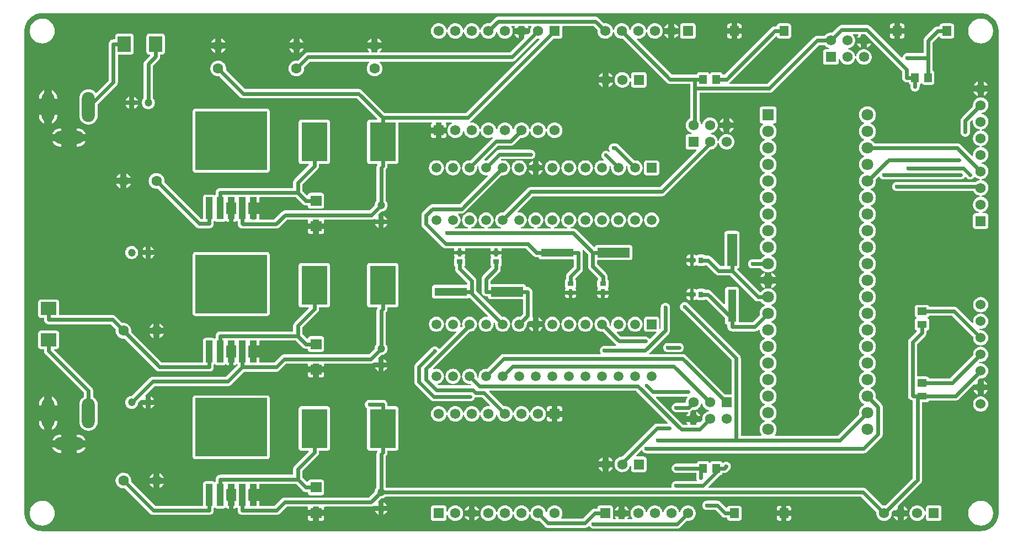
<source format=gtl>
G04 Layer: TopLayer*
G04 EasyEDA v6.5.22, 2022-12-10 21:12:04*
G04 e12cfe8ce6ad4c4799b389a6830ee86a,10*
G04 Gerber Generator version 0.2*
G04 Scale: 100 percent, Rotated: No, Reflected: No *
G04 Dimensions in millimeters *
G04 leading zeros omitted , absolute positions ,4 integer and 5 decimal *
%FSLAX45Y45*%
%MOMM*%

%AMMACRO1*21,1,$1,$2,0,0,$3*%
%ADD10C,0.6000*%
%ADD11R,2.4000X2.0000*%
%ADD12R,2.0000X2.4000*%
%ADD13R,1.7000X1.6000*%
%ADD14R,1.4000X1.5000*%
%ADD15R,4.0000X6.0000*%
%ADD16R,11.0000X9.0000*%
%ADD17MACRO1,1.02X3.3585X0.0000*%
%ADD18R,0.9000X0.8000*%
%ADD19R,0.8000X0.9000*%
%ADD20R,5.0000X1.5000*%
%ADD21R,5.0000X1.3000*%
%ADD22R,1.5000X5.0000*%
%ADD23R,1.3000X5.0000*%
%ADD24MACRO1,1.377X1.1325X90.0000*%
%ADD25MACRO1,1.377X1.1325X-90.0000*%
%ADD26MACRO1,1.377X1.1325X0.0000*%
%ADD27R,1.3770X1.1325*%
%ADD28O,1.9999959999999999X4.5999908*%
%ADD29O,4.5999908X1.9999959999999999*%
%ADD30R,1.5748X1.5748*%
%ADD31C,1.5748*%
%ADD32C,1.6000*%
%ADD33C,1.1938*%
%ADD34C,1.5240*%
%ADD35C,1.8000*%
%ADD36R,1.8000X1.8000*%
%ADD37R,1.5000X1.5000*%
%ADD38C,1.5000*%
%ADD39C,0.0137*%

%LPD*%
G36*
X300278Y25908D02*
G01*
X278079Y26822D01*
X256743Y29362D01*
X235610Y33629D01*
X214934Y39471D01*
X194767Y46939D01*
X175209Y55981D01*
X156464Y66548D01*
X138582Y78536D01*
X121716Y91846D01*
X105918Y106476D01*
X91338Y122326D01*
X78028Y139242D01*
X66141Y157124D01*
X55626Y175920D01*
X46634Y195478D01*
X39217Y215696D01*
X33426Y236423D01*
X29260Y257505D01*
X26771Y278892D01*
X25908Y300685D01*
X25908Y7699298D01*
X26822Y7721904D01*
X29362Y7743240D01*
X33629Y7764373D01*
X39471Y7785049D01*
X46939Y7805216D01*
X55981Y7824774D01*
X66548Y7843520D01*
X78536Y7861401D01*
X91846Y7878267D01*
X106476Y7894066D01*
X122326Y7908645D01*
X139242Y7921955D01*
X157124Y7933842D01*
X175920Y7944358D01*
X195478Y7953349D01*
X215696Y7960766D01*
X236423Y7966557D01*
X257505Y7970723D01*
X278892Y7973212D01*
X300685Y7974075D01*
X14699284Y7974075D01*
X14721890Y7973161D01*
X14743226Y7970621D01*
X14764359Y7966354D01*
X14785035Y7960512D01*
X14805202Y7953044D01*
X14824760Y7944002D01*
X14843506Y7933436D01*
X14861387Y7921447D01*
X14878253Y7908137D01*
X14894051Y7893507D01*
X14908631Y7877657D01*
X14921941Y7860741D01*
X14933828Y7842859D01*
X14944344Y7824063D01*
X14953335Y7804505D01*
X14960752Y7784287D01*
X14966543Y7763560D01*
X14970709Y7742478D01*
X14973198Y7721092D01*
X14974062Y7699298D01*
X14974062Y300685D01*
X14973147Y278079D01*
X14970607Y256743D01*
X14966340Y235610D01*
X14960498Y214934D01*
X14953030Y194767D01*
X14943988Y175209D01*
X14933422Y156464D01*
X14921433Y138582D01*
X14908123Y121716D01*
X14893493Y105918D01*
X14877643Y91338D01*
X14860727Y78028D01*
X14842845Y66141D01*
X14824049Y55626D01*
X14804491Y46634D01*
X14784273Y39217D01*
X14763546Y33426D01*
X14742464Y29260D01*
X14721078Y26771D01*
X14699284Y25908D01*
G37*

%LPC*%
G36*
X11318240Y3924350D02*
G01*
X11386616Y3924350D01*
X11386616Y3992727D01*
X11387277Y3996283D01*
X11385550Y3993286D01*
X11382552Y3990949D01*
X11371630Y3985361D01*
X11358778Y3976725D01*
X11347094Y3966616D01*
X11336629Y3955237D01*
X11327638Y3942638D01*
X11320170Y3929126D01*
G37*
G36*
X9999726Y7745679D02*
G01*
X10063886Y7745679D01*
X10062311Y7749844D01*
X10055352Y7762748D01*
X10046868Y7774736D01*
X10036962Y7785608D01*
X10025837Y7795158D01*
X10013594Y7803235D01*
X9999726Y7810042D01*
G37*
G36*
X295249Y109575D02*
G01*
X314248Y110032D01*
X333095Y112369D01*
X351586Y116636D01*
X369620Y122682D01*
X386892Y130454D01*
X403352Y139954D01*
X418795Y151079D01*
X433019Y163626D01*
X445922Y177546D01*
X457403Y192684D01*
X467309Y208889D01*
X475538Y226009D01*
X482041Y243840D01*
X486714Y262229D01*
X489559Y281025D01*
X490524Y299974D01*
X489559Y318973D01*
X486714Y337769D01*
X482041Y356158D01*
X475538Y373989D01*
X467309Y391109D01*
X457403Y407314D01*
X445922Y422452D01*
X433019Y436372D01*
X418795Y448919D01*
X403352Y460044D01*
X386892Y469544D01*
X369620Y477316D01*
X351586Y483362D01*
X333095Y487629D01*
X314248Y489966D01*
X295249Y490423D01*
X276301Y489000D01*
X257606Y485698D01*
X239318Y480568D01*
X221640Y473659D01*
X204774Y464972D01*
X188772Y454659D01*
X173939Y442823D01*
X160375Y429564D01*
X148132Y415035D01*
X137464Y399338D01*
X128371Y382676D01*
X121005Y365150D01*
X115366Y347014D01*
X111607Y328371D01*
X109728Y309473D01*
X109728Y290525D01*
X111607Y271627D01*
X115366Y252984D01*
X121005Y234848D01*
X128371Y217322D01*
X137464Y200660D01*
X148132Y184962D01*
X160375Y170434D01*
X173939Y157175D01*
X188772Y145338D01*
X204774Y135026D01*
X221640Y126339D01*
X239318Y119430D01*
X257606Y114300D01*
X276301Y110998D01*
G37*
G36*
X14695220Y109575D02*
G01*
X14714219Y110032D01*
X14733066Y112369D01*
X14751557Y116636D01*
X14769592Y122682D01*
X14786863Y130454D01*
X14803323Y139954D01*
X14818766Y151079D01*
X14832990Y163626D01*
X14845893Y177546D01*
X14857374Y192684D01*
X14867280Y208889D01*
X14875510Y226009D01*
X14882012Y243840D01*
X14886686Y262229D01*
X14889530Y281025D01*
X14890496Y299974D01*
X14889530Y318973D01*
X14886686Y337769D01*
X14882012Y356158D01*
X14875510Y373989D01*
X14867280Y391109D01*
X14857374Y407314D01*
X14845893Y422452D01*
X14832990Y436372D01*
X14818766Y448919D01*
X14803323Y460044D01*
X14786863Y469544D01*
X14769592Y477316D01*
X14751557Y483362D01*
X14733066Y487629D01*
X14714219Y489966D01*
X14695220Y490423D01*
X14676272Y489000D01*
X14657578Y485698D01*
X14639290Y480568D01*
X14621611Y473659D01*
X14604746Y464972D01*
X14588744Y454659D01*
X14573910Y442823D01*
X14560346Y429564D01*
X14548104Y415035D01*
X14537436Y399338D01*
X14528342Y382676D01*
X14520976Y365150D01*
X14515338Y347014D01*
X14511578Y328371D01*
X14509699Y309473D01*
X14509699Y290525D01*
X14511578Y271627D01*
X14515338Y252984D01*
X14520976Y234848D01*
X14528342Y217322D01*
X14537436Y200660D01*
X14548104Y184962D01*
X14560346Y170434D01*
X14573910Y157175D01*
X14588744Y145338D01*
X14604746Y135026D01*
X14621611Y126339D01*
X14639290Y119430D01*
X14657578Y114300D01*
X14676272Y110998D01*
G37*
G36*
X6305753Y180746D02*
G01*
X6462217Y180746D01*
X6470599Y181559D01*
X6478219Y183896D01*
X6485229Y187604D01*
X6491325Y192633D01*
X6496354Y198780D01*
X6500114Y205790D01*
X6502400Y213360D01*
X6503263Y221742D01*
X6503263Y265785D01*
X6504076Y269900D01*
X6506514Y273253D01*
X6510121Y275386D01*
X6514236Y275894D01*
X6518249Y274726D01*
X6521450Y272034D01*
X6523228Y268274D01*
X6524345Y263855D01*
X6529679Y250139D01*
X6536588Y237236D01*
X6545072Y225247D01*
X6554978Y214375D01*
X6566153Y204825D01*
X6578346Y196748D01*
X6591503Y190195D01*
X6605371Y185318D01*
X6619697Y182168D01*
X6634327Y180797D01*
X6649008Y181254D01*
X6663486Y183540D01*
X6677609Y187553D01*
X6691122Y193243D01*
X6703822Y200609D01*
X6715556Y209448D01*
X6726123Y219659D01*
X6735318Y231089D01*
X6743039Y243586D01*
X6749186Y256946D01*
X6753606Y270916D01*
X6756298Y285343D01*
X6757212Y299974D01*
X6756298Y314655D01*
X6753606Y329082D01*
X6749186Y343052D01*
X6743039Y356412D01*
X6735318Y368909D01*
X6726123Y380339D01*
X6715556Y390550D01*
X6703822Y399389D01*
X6691122Y406755D01*
X6677609Y412445D01*
X6663486Y416458D01*
X6649008Y418744D01*
X6634327Y419201D01*
X6619697Y417830D01*
X6605371Y414680D01*
X6591503Y409803D01*
X6578346Y403250D01*
X6566153Y395173D01*
X6554978Y385622D01*
X6545072Y374751D01*
X6536588Y362762D01*
X6529679Y349859D01*
X6524345Y336143D01*
X6523228Y331724D01*
X6521450Y327964D01*
X6518249Y325272D01*
X6514236Y324104D01*
X6510121Y324612D01*
X6506514Y326745D01*
X6504076Y330098D01*
X6503263Y334213D01*
X6503263Y378256D01*
X6502400Y386638D01*
X6500114Y394208D01*
X6496354Y401218D01*
X6491325Y407365D01*
X6485229Y412394D01*
X6478219Y416102D01*
X6470599Y418439D01*
X6462217Y419252D01*
X6305753Y419252D01*
X6297371Y418439D01*
X6289751Y416102D01*
X6282740Y412394D01*
X6276644Y407365D01*
X6271615Y401218D01*
X6267856Y394208D01*
X6265570Y386638D01*
X6264757Y378256D01*
X6264757Y221742D01*
X6265570Y213360D01*
X6267856Y205790D01*
X6271615Y198780D01*
X6276644Y192633D01*
X6282740Y187604D01*
X6289751Y183896D01*
X6297371Y181559D01*
G37*
G36*
X13902740Y180746D02*
G01*
X14059204Y180746D01*
X14067586Y181559D01*
X14075206Y183896D01*
X14082217Y187604D01*
X14088313Y192633D01*
X14093342Y198780D01*
X14097101Y205790D01*
X14099387Y213360D01*
X14100251Y221742D01*
X14100251Y378256D01*
X14099387Y386638D01*
X14097101Y394208D01*
X14093342Y401218D01*
X14088313Y407365D01*
X14082217Y412394D01*
X14075206Y416102D01*
X14067586Y418439D01*
X14059204Y419252D01*
X13902740Y419252D01*
X13894358Y418439D01*
X13886738Y416102D01*
X13879728Y412394D01*
X13873632Y407365D01*
X13868603Y401218D01*
X13864844Y394208D01*
X13862557Y386638D01*
X13861745Y378256D01*
X13861745Y334213D01*
X13860881Y330098D01*
X13858443Y326745D01*
X13854836Y324612D01*
X13850721Y324104D01*
X13846708Y325272D01*
X13843558Y327964D01*
X13841730Y331724D01*
X13840612Y336143D01*
X13835278Y349859D01*
X13828369Y362762D01*
X13819886Y374751D01*
X13809980Y385622D01*
X13798804Y395173D01*
X13786612Y403250D01*
X13773454Y409803D01*
X13759586Y414680D01*
X13745260Y417830D01*
X13730630Y419201D01*
X13715949Y418744D01*
X13701471Y416458D01*
X13687348Y412445D01*
X13673836Y406755D01*
X13661136Y399389D01*
X13649401Y390550D01*
X13638834Y380339D01*
X13629640Y368909D01*
X13621918Y356412D01*
X13615771Y343052D01*
X13611351Y329082D01*
X13608659Y314655D01*
X13607745Y299974D01*
X13608659Y285343D01*
X13611351Y270916D01*
X13615771Y256946D01*
X13621918Y243586D01*
X13629640Y231089D01*
X13638834Y219659D01*
X13649401Y209448D01*
X13661136Y200609D01*
X13673836Y193243D01*
X13687348Y187553D01*
X13701471Y183540D01*
X13715949Y181254D01*
X13730630Y180797D01*
X13745260Y182168D01*
X13759586Y185318D01*
X13773454Y190195D01*
X13786612Y196748D01*
X13798804Y204825D01*
X13809980Y214375D01*
X13819886Y225247D01*
X13828369Y237236D01*
X13835278Y250139D01*
X13840612Y263855D01*
X13841730Y268274D01*
X13843558Y272034D01*
X13846708Y274726D01*
X13850721Y275894D01*
X13854836Y275386D01*
X13858443Y273253D01*
X13860881Y269900D01*
X13861745Y265785D01*
X13861745Y221742D01*
X13862557Y213360D01*
X13864844Y205790D01*
X13868603Y198780D01*
X13873632Y192633D01*
X13879728Y187604D01*
X13886738Y183896D01*
X13894358Y181559D01*
G37*
G36*
X9844024Y7745679D02*
G01*
X9908286Y7745679D01*
X9908286Y7809839D01*
X9900818Y7806740D01*
X9888118Y7799374D01*
X9876383Y7790535D01*
X9865868Y7780324D01*
X9856673Y7768894D01*
X9848951Y7756398D01*
G37*
G36*
X10809478Y7743850D02*
G01*
X10878616Y7743850D01*
X10878616Y7815478D01*
X10850473Y7815478D01*
X10842091Y7814665D01*
X10834471Y7812379D01*
X10827512Y7808620D01*
X10821365Y7803591D01*
X10816336Y7797444D01*
X10812576Y7790484D01*
X10810290Y7782864D01*
X10809478Y7774482D01*
G37*
G36*
X10961319Y7743850D02*
G01*
X11030508Y7743850D01*
X11030508Y7774482D01*
X11029645Y7782864D01*
X11027359Y7790484D01*
X11023600Y7797444D01*
X11018570Y7803591D01*
X11012474Y7808620D01*
X11005464Y7812379D01*
X10997895Y7814665D01*
X10989462Y7815478D01*
X10961319Y7815478D01*
G37*
G36*
X13309447Y7743850D02*
G01*
X13378637Y7743850D01*
X13378637Y7815478D01*
X13350494Y7815478D01*
X13342061Y7814665D01*
X13334492Y7812379D01*
X13327481Y7808620D01*
X13321385Y7803591D01*
X13316305Y7797444D01*
X13312597Y7790484D01*
X13310311Y7782864D01*
X13309447Y7774482D01*
G37*
G36*
X13461339Y7743850D02*
G01*
X13530478Y7743850D01*
X13530478Y7774482D01*
X13529665Y7782864D01*
X13527379Y7790484D01*
X13523620Y7797444D01*
X13518591Y7803591D01*
X13512444Y7808620D01*
X13505434Y7812379D01*
X13497864Y7814665D01*
X13489482Y7815478D01*
X13461339Y7815478D01*
G37*
G36*
X7608265Y7590129D02*
G01*
X7608265Y7654239D01*
X7544003Y7654239D01*
X7548930Y7643571D01*
X7556652Y7631074D01*
X7565847Y7619644D01*
X7576413Y7609433D01*
X7588148Y7600594D01*
X7600848Y7593228D01*
G37*
G36*
X9908286Y7590129D02*
G01*
X9908286Y7654239D01*
X9844024Y7654239D01*
X9848951Y7643571D01*
X9856673Y7631074D01*
X9865868Y7619644D01*
X9876383Y7609433D01*
X9888118Y7600594D01*
X9900818Y7593228D01*
G37*
G36*
X13222630Y180797D02*
G01*
X13237260Y182168D01*
X13251586Y185318D01*
X13265454Y190195D01*
X13278612Y196748D01*
X13290804Y204825D01*
X13301980Y214375D01*
X13311886Y225247D01*
X13320369Y237236D01*
X13327278Y250139D01*
X13332612Y263855D01*
X13336168Y278079D01*
X13337997Y292658D01*
X13337997Y307340D01*
X13337286Y313029D01*
X13337336Y316128D01*
X13338352Y319024D01*
X13340181Y321462D01*
X13361416Y342747D01*
X13364718Y344932D01*
X13368629Y345694D01*
X13427252Y345694D01*
X13427252Y404368D01*
X13428014Y408228D01*
X13430250Y411530D01*
X13780109Y761390D01*
X13787526Y770128D01*
X13793317Y779576D01*
X13797534Y789787D01*
X13800124Y800506D01*
X13801039Y811936D01*
X13801039Y1992680D01*
X13801801Y1996592D01*
X13804036Y1999894D01*
X13807287Y2002078D01*
X13811199Y2002840D01*
X13868349Y2002840D01*
X13876731Y2003653D01*
X13884300Y2005990D01*
X13891310Y2009698D01*
X13897457Y2014728D01*
X13902486Y2020874D01*
X13904213Y2024125D01*
X13906449Y2026970D01*
X13909598Y2028850D01*
X13913154Y2029460D01*
X14315592Y2029460D01*
X14326971Y2030374D01*
X14337741Y2032965D01*
X14347951Y2037181D01*
X14357400Y2042972D01*
X14366087Y2050440D01*
X14587169Y2271471D01*
X14590471Y2273655D01*
X14594332Y2274468D01*
X14655546Y2274468D01*
X14655546Y2335631D01*
X14656307Y2339492D01*
X14658492Y2342794D01*
X14680742Y2365095D01*
X14683232Y2366873D01*
X14686127Y2367889D01*
X14689226Y2367991D01*
X14692630Y2367534D01*
X14707311Y2367534D01*
X14721840Y2369362D01*
X14736013Y2373020D01*
X14749678Y2378405D01*
X14762480Y2385466D01*
X14774367Y2394102D01*
X14785035Y2404110D01*
X14794382Y2415387D01*
X14802205Y2427782D01*
X14808454Y2441041D01*
X14812975Y2454960D01*
X14815718Y2469388D01*
X14816683Y2484018D01*
X14815718Y2498648D01*
X14812975Y2513025D01*
X14808454Y2526944D01*
X14802205Y2540203D01*
X14794382Y2552598D01*
X14785035Y2563876D01*
X14774367Y2573934D01*
X14762480Y2582519D01*
X14749678Y2589580D01*
X14736013Y2594965D01*
X14721840Y2598623D01*
X14707311Y2600452D01*
X14692630Y2600452D01*
X14687194Y2599791D01*
X14683028Y2600096D01*
X14679371Y2602077D01*
X14676780Y2605379D01*
X14675764Y2609443D01*
X14676424Y2613558D01*
X14678710Y2617012D01*
X14680742Y2619095D01*
X14683232Y2620873D01*
X14686127Y2621889D01*
X14689226Y2621991D01*
X14692630Y2621534D01*
X14707311Y2621534D01*
X14721840Y2623362D01*
X14736013Y2627020D01*
X14749678Y2632405D01*
X14762480Y2639466D01*
X14774367Y2648102D01*
X14785035Y2658110D01*
X14794382Y2669387D01*
X14802205Y2681782D01*
X14808454Y2695041D01*
X14812975Y2708960D01*
X14815718Y2723388D01*
X14816683Y2738018D01*
X14815718Y2752648D01*
X14812975Y2767025D01*
X14808454Y2780944D01*
X14802205Y2794203D01*
X14794382Y2806598D01*
X14785035Y2817876D01*
X14774367Y2827934D01*
X14762480Y2836519D01*
X14749678Y2843580D01*
X14736013Y2848965D01*
X14721840Y2852623D01*
X14707311Y2854452D01*
X14692630Y2854452D01*
X14678101Y2852623D01*
X14663928Y2848965D01*
X14650262Y2843580D01*
X14637461Y2836519D01*
X14625574Y2827934D01*
X14614906Y2817876D01*
X14605558Y2806598D01*
X14597735Y2794203D01*
X14591487Y2780944D01*
X14586966Y2767025D01*
X14584222Y2752648D01*
X14583257Y2738018D01*
X14584019Y2726588D01*
X14583359Y2722372D01*
X14581022Y2718765D01*
X14235734Y2373477D01*
X14232432Y2371293D01*
X14228572Y2370531D01*
X13913154Y2370531D01*
X13909598Y2371140D01*
X13906449Y2373020D01*
X13904213Y2375865D01*
X13902486Y2379116D01*
X13897457Y2385263D01*
X13891310Y2390292D01*
X13884300Y2394000D01*
X13876731Y2396337D01*
X13868349Y2397150D01*
X13735557Y2397150D01*
X13731697Y2397912D01*
X13728395Y2400096D01*
X13726210Y2403398D01*
X13725398Y2407310D01*
X13725398Y2894838D01*
X13726210Y2898698D01*
X13728395Y2902000D01*
X13849553Y3023158D01*
X13856969Y3031845D01*
X13862761Y3041294D01*
X13866977Y3051505D01*
X13869568Y3062274D01*
X13870482Y3073704D01*
X13870482Y3094228D01*
X13871397Y3098444D01*
X13873937Y3101898D01*
X13877696Y3103981D01*
X13884300Y3105962D01*
X13891310Y3109722D01*
X13897457Y3114751D01*
X13902486Y3120898D01*
X13906195Y3127857D01*
X13908532Y3135477D01*
X13909344Y3143859D01*
X13909344Y3256127D01*
X13908532Y3264509D01*
X13906195Y3272078D01*
X13902486Y3279089D01*
X13897457Y3285236D01*
X13891310Y3290265D01*
X13889837Y3291027D01*
X13886535Y3293872D01*
X13884706Y3297834D01*
X13884706Y3302152D01*
X13886535Y3306114D01*
X13889837Y3308959D01*
X13891310Y3309721D01*
X13897457Y3314750D01*
X13902486Y3320897D01*
X13904163Y3324098D01*
X13906449Y3326942D01*
X13909548Y3328822D01*
X13913154Y3329482D01*
X14258544Y3329482D01*
X14262455Y3328720D01*
X14265757Y3326485D01*
X14581022Y3011220D01*
X14583359Y3007614D01*
X14583968Y3003397D01*
X14583257Y2992018D01*
X14584222Y2977388D01*
X14586966Y2962960D01*
X14591487Y2949041D01*
X14597735Y2935782D01*
X14605558Y2923387D01*
X14614906Y2912110D01*
X14625574Y2902102D01*
X14637461Y2893466D01*
X14650262Y2886405D01*
X14663928Y2881020D01*
X14678101Y2877362D01*
X14692630Y2875534D01*
X14707311Y2875534D01*
X14721840Y2877362D01*
X14736013Y2881020D01*
X14749678Y2886405D01*
X14762480Y2893466D01*
X14774367Y2902102D01*
X14785035Y2912110D01*
X14794382Y2923387D01*
X14802205Y2935782D01*
X14808454Y2949041D01*
X14812975Y2962960D01*
X14815718Y2977388D01*
X14816683Y2992018D01*
X14815718Y3006648D01*
X14812975Y3021025D01*
X14808454Y3034944D01*
X14802205Y3048203D01*
X14794382Y3060598D01*
X14785035Y3071876D01*
X14774367Y3081934D01*
X14762480Y3090519D01*
X14749678Y3097580D01*
X14736013Y3102965D01*
X14721840Y3106623D01*
X14707311Y3108452D01*
X14692630Y3108452D01*
X14689226Y3108045D01*
X14686127Y3108096D01*
X14683232Y3109112D01*
X14680742Y3110941D01*
X14678710Y3112973D01*
X14676424Y3116478D01*
X14675764Y3120593D01*
X14676780Y3124606D01*
X14679320Y3127908D01*
X14683028Y3129889D01*
X14687194Y3130245D01*
X14692630Y3129534D01*
X14707311Y3129534D01*
X14721840Y3131362D01*
X14736013Y3135020D01*
X14749678Y3140405D01*
X14762480Y3147466D01*
X14774367Y3156102D01*
X14785035Y3166110D01*
X14794382Y3177387D01*
X14802205Y3189782D01*
X14808454Y3203041D01*
X14812975Y3216960D01*
X14815718Y3231388D01*
X14816683Y3246018D01*
X14815718Y3260648D01*
X14812975Y3275025D01*
X14808454Y3288944D01*
X14802205Y3302203D01*
X14794382Y3314598D01*
X14785035Y3325876D01*
X14774367Y3335934D01*
X14762480Y3344519D01*
X14749678Y3351580D01*
X14736013Y3356965D01*
X14721840Y3360623D01*
X14707311Y3362451D01*
X14692630Y3362451D01*
X14678101Y3360623D01*
X14663928Y3356965D01*
X14650262Y3351580D01*
X14637461Y3344519D01*
X14625574Y3335934D01*
X14614906Y3325876D01*
X14605558Y3314598D01*
X14597735Y3302203D01*
X14591487Y3288944D01*
X14586966Y3275025D01*
X14584222Y3260648D01*
X14583257Y3246018D01*
X14584121Y3232708D01*
X14583562Y3228695D01*
X14581428Y3225190D01*
X14578177Y3222802D01*
X14574164Y3221939D01*
X14570201Y3222650D01*
X14566798Y3224885D01*
X14342110Y3449574D01*
X14333372Y3456990D01*
X14323974Y3462782D01*
X14313763Y3467049D01*
X14302994Y3469589D01*
X14291563Y3470503D01*
X13913154Y3470503D01*
X13909598Y3471164D01*
X13906449Y3473043D01*
X13904213Y3475888D01*
X13902486Y3479088D01*
X13897457Y3485235D01*
X13891310Y3490264D01*
X13884300Y3494024D01*
X13876731Y3496310D01*
X13868349Y3497122D01*
X13731646Y3497122D01*
X13723213Y3496310D01*
X13715644Y3494024D01*
X13708634Y3490264D01*
X13702487Y3485235D01*
X13697457Y3479088D01*
X13693749Y3472129D01*
X13691412Y3464509D01*
X13690600Y3456127D01*
X13690600Y3343859D01*
X13691412Y3335477D01*
X13693749Y3327908D01*
X13697457Y3320897D01*
X13702487Y3314750D01*
X13708634Y3309721D01*
X13710107Y3308959D01*
X13713409Y3306114D01*
X13715238Y3302152D01*
X13715238Y3297834D01*
X13713409Y3293872D01*
X13710107Y3291027D01*
X13708634Y3290265D01*
X13702487Y3285236D01*
X13697457Y3279089D01*
X13693749Y3272078D01*
X13691412Y3264509D01*
X13690600Y3256127D01*
X13690600Y3143859D01*
X13691412Y3135477D01*
X13693749Y3127857D01*
X13697457Y3120898D01*
X13702487Y3114751D01*
X13708634Y3109722D01*
X13714831Y3106420D01*
X13717778Y3104032D01*
X13719657Y3100781D01*
X13720165Y3097072D01*
X13719352Y3093364D01*
X13717219Y3090265D01*
X13605306Y2978404D01*
X13597890Y2969666D01*
X13592098Y2960217D01*
X13587882Y2950006D01*
X13585291Y2939288D01*
X13584377Y2927858D01*
X13584377Y2106574D01*
X13585291Y2095144D01*
X13587882Y2084374D01*
X13592098Y2074164D01*
X13597890Y2064715D01*
X13605306Y2056028D01*
X13610945Y2050440D01*
X13619632Y2042972D01*
X13629081Y2037181D01*
X13639292Y2032965D01*
X13654278Y2029358D01*
X13657326Y2027123D01*
X13659307Y2023922D01*
X13660018Y2020214D01*
X13660018Y844956D01*
X13659256Y841095D01*
X13657021Y837793D01*
X13240461Y421233D01*
X13236701Y418846D01*
X13232333Y418287D01*
X13222630Y419201D01*
X13202970Y418439D01*
X13199973Y419455D01*
X13197382Y421284D01*
X12945618Y673049D01*
X12936880Y680516D01*
X12927482Y686308D01*
X12917271Y690524D01*
X12906502Y693115D01*
X12895072Y694029D01*
X10532008Y694029D01*
X10528096Y694791D01*
X10524794Y696976D01*
X10522610Y700278D01*
X10521848Y704189D01*
X10522610Y708050D01*
X10524794Y711352D01*
X10691876Y878382D01*
X10694720Y880414D01*
X10698073Y881329D01*
X10705541Y882040D01*
X10713110Y884377D01*
X10720120Y888085D01*
X10726267Y893114D01*
X10731296Y899261D01*
X10735005Y906271D01*
X10737037Y912876D01*
X10739120Y916635D01*
X10742574Y919175D01*
X10746740Y920089D01*
X10767314Y920089D01*
X10778693Y921003D01*
X10789462Y923544D01*
X10799673Y927811D01*
X10809122Y933602D01*
X10817809Y941019D01*
X10842853Y966012D01*
X10845698Y968451D01*
X10852912Y976833D01*
X10858703Y986282D01*
X10862919Y996492D01*
X10865510Y1007262D01*
X10866374Y1018286D01*
X10865510Y1029309D01*
X10862919Y1040079D01*
X10858703Y1050290D01*
X10852912Y1059738D01*
X10845698Y1068120D01*
X10837316Y1075283D01*
X10827867Y1081074D01*
X10817656Y1085342D01*
X10806887Y1087882D01*
X10795863Y1088745D01*
X10784332Y1087882D01*
X10773613Y1085342D01*
X10763402Y1081074D01*
X10753953Y1075283D01*
X10750397Y1072286D01*
X10746435Y1070203D01*
X10741914Y1070051D01*
X10737799Y1071829D01*
X10734852Y1075232D01*
X10731296Y1081938D01*
X10726267Y1088085D01*
X10720120Y1093114D01*
X10713110Y1096822D01*
X10705541Y1099159D01*
X10697108Y1099972D01*
X10584891Y1099972D01*
X10576509Y1099159D01*
X10568889Y1096822D01*
X10561878Y1093114D01*
X10555782Y1088085D01*
X10550753Y1081938D01*
X10549940Y1080465D01*
X10547146Y1077163D01*
X10543184Y1075334D01*
X10538815Y1075334D01*
X10534853Y1077163D01*
X10532059Y1080465D01*
X10531246Y1081938D01*
X10526217Y1088085D01*
X10520121Y1093114D01*
X10513110Y1096822D01*
X10505490Y1099159D01*
X10497108Y1099972D01*
X10384891Y1099972D01*
X10376458Y1099159D01*
X10368889Y1096822D01*
X10361879Y1093114D01*
X10355732Y1088085D01*
X10350703Y1081938D01*
X10346994Y1074928D01*
X10344962Y1068324D01*
X10342880Y1064564D01*
X10339425Y1062024D01*
X10335260Y1061110D01*
X10028174Y1061110D01*
X10016744Y1060196D01*
X10006025Y1057656D01*
X9995814Y1053388D01*
X9986365Y1047597D01*
X9977932Y1040434D01*
X9970770Y1032052D01*
X9964978Y1022603D01*
X9960762Y1012393D01*
X9958171Y1001623D01*
X9957308Y990600D01*
X9958171Y979576D01*
X9960762Y968806D01*
X9964978Y958596D01*
X9970770Y949147D01*
X9977932Y940765D01*
X9986365Y933602D01*
X9995814Y927811D01*
X10006025Y923544D01*
X10016744Y921003D01*
X10028174Y920089D01*
X10327081Y920089D01*
X10330942Y919327D01*
X10334244Y917092D01*
X10336479Y913790D01*
X10337241Y909929D01*
X10337241Y842670D01*
X10338155Y831240D01*
X10340695Y820521D01*
X10346791Y805586D01*
X10346385Y801319D01*
X10344302Y797610D01*
X10340848Y795070D01*
X10336682Y794156D01*
X10027107Y794156D01*
X10015677Y793242D01*
X10004907Y790702D01*
X9994696Y786434D01*
X9985248Y780643D01*
X9976866Y773480D01*
X9969652Y765098D01*
X9963912Y755650D01*
X9959644Y745439D01*
X9957104Y734669D01*
X9956190Y723646D01*
X9957104Y712622D01*
X9958527Y706526D01*
X9958730Y702868D01*
X9957663Y699414D01*
X9955377Y696569D01*
X9952278Y694639D01*
X9948672Y694029D01*
X5580634Y694029D01*
X5576773Y694791D01*
X5573471Y696976D01*
X5571286Y700278D01*
X5570474Y704189D01*
X5570474Y1171549D01*
X5571286Y1175410D01*
X5574538Y1179779D01*
X5582005Y1188516D01*
X5587796Y1197965D01*
X5592013Y1208176D01*
X5594604Y1218895D01*
X5595467Y1230325D01*
X5595467Y1249324D01*
X5596280Y1253236D01*
X5598464Y1256487D01*
X5601766Y1258722D01*
X5605627Y1259484D01*
X5724499Y1259484D01*
X5732881Y1260297D01*
X5740450Y1262634D01*
X5747461Y1266342D01*
X5753608Y1271371D01*
X5758637Y1277518D01*
X5762345Y1284528D01*
X5764682Y1292098D01*
X5765495Y1300480D01*
X5765495Y1899513D01*
X5764682Y1907895D01*
X5762345Y1915464D01*
X5758637Y1922475D01*
X5753608Y1928622D01*
X5747461Y1933651D01*
X5740450Y1937359D01*
X5732881Y1939696D01*
X5724499Y1940509D01*
X5605627Y1940509D01*
X5601766Y1941271D01*
X5598464Y1943506D01*
X5596280Y1946757D01*
X5595467Y1950669D01*
X5595467Y1969668D01*
X5594604Y1981098D01*
X5592013Y1991817D01*
X5587796Y2002028D01*
X5582005Y2011476D01*
X5574792Y2019909D01*
X5566410Y2027072D01*
X5556961Y2032863D01*
X5546750Y2037080D01*
X5535980Y2039670D01*
X5524601Y2040585D01*
X5321046Y2040585D01*
X5309616Y2039670D01*
X5298846Y2037080D01*
X5288635Y2032863D01*
X5279186Y2027072D01*
X5270804Y2019909D01*
X5263591Y2011476D01*
X5257850Y2002028D01*
X5253583Y1991817D01*
X5251043Y1981098D01*
X5250129Y1970024D01*
X5251043Y1959000D01*
X5253583Y1948281D01*
X5257850Y1938070D01*
X5263591Y1928622D01*
X5270804Y1920189D01*
X5282793Y1910029D01*
X5284470Y1906625D01*
X5284774Y1902866D01*
X5284470Y1899513D01*
X5284470Y1300480D01*
X5285282Y1292098D01*
X5287619Y1284528D01*
X5291328Y1277518D01*
X5296357Y1271371D01*
X5302504Y1266342D01*
X5309514Y1262634D01*
X5317083Y1260297D01*
X5325465Y1259484D01*
X5432856Y1259484D01*
X5437022Y1258570D01*
X5440476Y1256030D01*
X5442559Y1252321D01*
X5442915Y1248054D01*
X5441492Y1243990D01*
X5437174Y1236929D01*
X5432958Y1226718D01*
X5430367Y1215999D01*
X5429453Y1204569D01*
X5429453Y702106D01*
X5428843Y698652D01*
X5427065Y695553D01*
X5419344Y686409D01*
X5412130Y675132D01*
X5406491Y662990D01*
X5402529Y650240D01*
X5400294Y637032D01*
X5400090Y630885D01*
X5399278Y627176D01*
X5397144Y624027D01*
X5316626Y543407D01*
X5313324Y541172D01*
X5309412Y540410D01*
X4019194Y540410D01*
X4007815Y539546D01*
X3997096Y536956D01*
X3986834Y532739D01*
X3977436Y526948D01*
X3968699Y519531D01*
X3866083Y417118D01*
X3862832Y414934D01*
X3858920Y414172D01*
X3641648Y414172D01*
X3637787Y414934D01*
X3634486Y417169D01*
X3632301Y420471D01*
X3631488Y424332D01*
X3631488Y491337D01*
X3571849Y491337D01*
X3571849Y424332D01*
X3571087Y420471D01*
X3568852Y417169D01*
X3565550Y414934D01*
X3561689Y414172D01*
X3518306Y414172D01*
X3514394Y414934D01*
X3511143Y417169D01*
X3508908Y420471D01*
X3508146Y424332D01*
X3508146Y491337D01*
X3471672Y491337D01*
X3467760Y492150D01*
X3464458Y494334D01*
X3462274Y497636D01*
X3461512Y501497D01*
X3461512Y661822D01*
X3462274Y665734D01*
X3464458Y668985D01*
X3467760Y671220D01*
X3471672Y671982D01*
X3508146Y671982D01*
X3508146Y739089D01*
X3508908Y743000D01*
X3511143Y746302D01*
X3514394Y748487D01*
X3518306Y749249D01*
X3561689Y749249D01*
X3565550Y748487D01*
X3568852Y746302D01*
X3571087Y743000D01*
X3571849Y739089D01*
X3571849Y671982D01*
X3631488Y671982D01*
X3631488Y739089D01*
X3632301Y743000D01*
X3634486Y746302D01*
X3637787Y748487D01*
X3641648Y749249D01*
X4187748Y749249D01*
X4191609Y748487D01*
X4194911Y746302D01*
X4294784Y646430D01*
X4303522Y638962D01*
X4312970Y633171D01*
X4323181Y628954D01*
X4333900Y626364D01*
X4345330Y625449D01*
X4364380Y625449D01*
X4368038Y624789D01*
X4371187Y622858D01*
X4373473Y619861D01*
X4374489Y616305D01*
X4375302Y608126D01*
X4377588Y600506D01*
X4381347Y593547D01*
X4386376Y587400D01*
X4392523Y582371D01*
X4399483Y578612D01*
X4407103Y576326D01*
X4415485Y575513D01*
X4584496Y575513D01*
X4592878Y576326D01*
X4600498Y578612D01*
X4607458Y582371D01*
X4613605Y587400D01*
X4618634Y593547D01*
X4622393Y600506D01*
X4624679Y608126D01*
X4625492Y616508D01*
X4625492Y775512D01*
X4624679Y783894D01*
X4622393Y791514D01*
X4618634Y798474D01*
X4613605Y804621D01*
X4607458Y809650D01*
X4600498Y813409D01*
X4592878Y815695D01*
X4584496Y816508D01*
X4415485Y816508D01*
X4407103Y815695D01*
X4399483Y813409D01*
X4392523Y809650D01*
X4386376Y804621D01*
X4381347Y798474D01*
X4377588Y791514D01*
X4375912Y785876D01*
X4373930Y782218D01*
X4370628Y779678D01*
X4366564Y778662D01*
X4362500Y779373D01*
X4358995Y781659D01*
X4294632Y846023D01*
X4292447Y849325D01*
X4291634Y853186D01*
X4291634Y942695D01*
X4292447Y946556D01*
X4294632Y949858D01*
X4524552Y1179779D01*
X4532020Y1188516D01*
X4537811Y1197965D01*
X4542028Y1208176D01*
X4544618Y1218895D01*
X4545482Y1230325D01*
X4545482Y1249324D01*
X4546295Y1253236D01*
X4548479Y1256487D01*
X4551781Y1258722D01*
X4555642Y1259484D01*
X4674463Y1259484D01*
X4682845Y1260297D01*
X4690465Y1262634D01*
X4697476Y1266342D01*
X4703572Y1271371D01*
X4708601Y1277518D01*
X4712360Y1284528D01*
X4714646Y1292098D01*
X4715510Y1300480D01*
X4715510Y1899513D01*
X4714646Y1907895D01*
X4712360Y1915464D01*
X4708601Y1922475D01*
X4703572Y1928622D01*
X4697476Y1933651D01*
X4690465Y1937359D01*
X4682845Y1939696D01*
X4674463Y1940509D01*
X4275480Y1940509D01*
X4267098Y1939696D01*
X4259478Y1937359D01*
X4252518Y1933651D01*
X4246372Y1928622D01*
X4241342Y1922475D01*
X4237583Y1915464D01*
X4235297Y1907895D01*
X4234484Y1899513D01*
X4234484Y1300480D01*
X4235297Y1292098D01*
X4237583Y1284528D01*
X4241342Y1277518D01*
X4246372Y1271371D01*
X4252518Y1266342D01*
X4259478Y1262634D01*
X4267098Y1260297D01*
X4275480Y1259484D01*
X4380280Y1259484D01*
X4384192Y1258722D01*
X4387443Y1256487D01*
X4389678Y1253236D01*
X4390440Y1249324D01*
X4389678Y1245412D01*
X4387443Y1242161D01*
X4171543Y1026261D01*
X4164126Y1017524D01*
X4158335Y1008075D01*
X4154119Y997864D01*
X4151528Y987145D01*
X4150614Y975715D01*
X4150614Y900480D01*
X4149851Y896569D01*
X4147667Y893267D01*
X4144365Y891082D01*
X4140454Y890320D01*
X3030524Y890320D01*
X3019094Y889406D01*
X3008325Y886815D01*
X2998114Y882599D01*
X2988665Y876808D01*
X2980283Y869594D01*
X2972968Y861060D01*
X2967177Y851662D01*
X2962960Y841451D01*
X2960370Y830681D01*
X2959455Y819251D01*
X2959455Y790498D01*
X2958490Y786130D01*
X2955747Y782624D01*
X2951429Y779068D01*
X2948432Y777341D01*
X2944977Y776782D01*
X2941574Y777341D01*
X2938526Y779068D01*
X2933496Y783234D01*
X2926486Y786993D01*
X2918866Y789279D01*
X2910484Y790092D01*
X2809494Y790092D01*
X2801112Y789279D01*
X2793492Y786993D01*
X2786532Y783234D01*
X2780385Y778205D01*
X2775356Y772058D01*
X2771597Y765098D01*
X2769311Y757478D01*
X2768498Y749096D01*
X2768498Y424383D01*
X2767685Y420471D01*
X2765501Y417169D01*
X2762199Y414985D01*
X2758338Y414223D01*
X2035708Y414223D01*
X2031847Y414985D01*
X2028545Y417169D01*
X1668525Y777189D01*
X1666189Y780796D01*
X1665579Y785012D01*
X1666493Y799998D01*
X1665579Y814781D01*
X1662836Y829411D01*
X1658366Y843534D01*
X1652168Y856996D01*
X1644345Y869594D01*
X1635048Y881176D01*
X1624380Y891489D01*
X1612544Y900430D01*
X1599692Y907846D01*
X1586026Y913637D01*
X1571752Y917702D01*
X1557121Y919987D01*
X1542288Y920445D01*
X1527505Y919073D01*
X1513027Y915873D01*
X1499006Y910945D01*
X1485747Y904341D01*
X1473403Y896162D01*
X1462125Y886510D01*
X1452118Y875537D01*
X1443532Y863447D01*
X1436522Y850341D01*
X1431188Y836523D01*
X1427530Y822147D01*
X1425752Y807415D01*
X1425752Y792581D01*
X1427530Y777849D01*
X1431188Y763473D01*
X1436522Y749655D01*
X1443532Y736549D01*
X1452118Y724458D01*
X1462125Y713486D01*
X1473403Y703834D01*
X1485747Y695655D01*
X1499006Y689051D01*
X1513027Y684123D01*
X1527505Y680923D01*
X1542288Y679551D01*
X1557121Y680008D01*
X1559915Y680466D01*
X1563116Y680466D01*
X1566113Y679450D01*
X1568653Y677621D01*
X1952142Y294132D01*
X1960880Y286664D01*
X1970328Y280873D01*
X1980539Y276656D01*
X1991258Y274066D01*
X2002688Y273151D01*
X2859582Y273151D01*
X2871012Y274066D01*
X2881782Y276656D01*
X2891993Y280873D01*
X2901391Y286664D01*
X2909824Y293827D01*
X2916986Y302260D01*
X2922778Y311708D01*
X2926994Y321919D01*
X2929585Y332638D01*
X2930499Y344068D01*
X2930499Y372872D01*
X2931464Y377190D01*
X2934208Y380695D01*
X2938526Y384251D01*
X2941574Y385978D01*
X2944977Y386588D01*
X2948432Y385978D01*
X2951429Y384251D01*
X2956509Y380085D01*
X2963519Y376377D01*
X2971088Y374040D01*
X2979470Y373227D01*
X3080512Y373227D01*
X3088894Y374040D01*
X3096463Y376377D01*
X3103473Y380085D01*
X3108553Y384251D01*
X3111550Y385978D01*
X3115005Y386588D01*
X3118408Y385978D01*
X3121456Y384251D01*
X3126536Y380085D01*
X3133496Y376377D01*
X3141116Y374040D01*
X3149498Y373227D01*
X3168142Y373227D01*
X3168142Y491337D01*
X3131667Y491337D01*
X3127756Y492150D01*
X3124504Y494334D01*
X3122269Y497636D01*
X3121507Y501497D01*
X3121507Y661822D01*
X3122269Y665734D01*
X3124504Y668985D01*
X3127756Y671220D01*
X3131667Y671982D01*
X3168142Y671982D01*
X3168142Y739089D01*
X3168904Y743000D01*
X3171139Y746302D01*
X3174441Y748487D01*
X3178302Y749249D01*
X3221685Y749249D01*
X3225596Y748487D01*
X3228848Y746302D01*
X3231083Y743000D01*
X3231845Y739089D01*
X3231845Y671982D01*
X3268319Y671982D01*
X3272231Y671220D01*
X3275482Y668985D01*
X3277717Y665734D01*
X3278479Y661822D01*
X3278479Y501497D01*
X3277717Y497636D01*
X3275482Y494334D01*
X3272231Y492150D01*
X3268319Y491337D01*
X3231845Y491337D01*
X3231845Y373227D01*
X3250488Y373227D01*
X3258870Y374040D01*
X3266490Y376377D01*
X3273450Y380085D01*
X3278530Y384251D01*
X3281578Y385978D01*
X3284982Y386588D01*
X3288436Y385978D01*
X3291433Y384251D01*
X3295751Y380695D01*
X3298494Y377190D01*
X3299460Y372872D01*
X3299460Y344068D01*
X3300374Y332638D01*
X3302965Y321919D01*
X3307181Y311708D01*
X3312972Y302260D01*
X3320135Y293827D01*
X3328568Y286664D01*
X3338017Y280873D01*
X3348228Y276656D01*
X3359048Y274066D01*
X3370478Y273151D01*
X3891889Y273151D01*
X3903268Y274015D01*
X3913987Y276606D01*
X3924249Y280822D01*
X3933647Y286613D01*
X3942384Y294030D01*
X4045000Y396443D01*
X4048251Y398627D01*
X4052163Y399389D01*
X4364837Y399389D01*
X4368952Y398526D01*
X4372356Y396036D01*
X4374489Y392430D01*
X4374946Y388213D01*
X4374489Y383489D01*
X4374489Y350367D01*
X4451146Y350367D01*
X4451146Y389229D01*
X4451908Y393090D01*
X4454093Y396392D01*
X4457395Y398627D01*
X4461306Y399389D01*
X4538675Y399389D01*
X4542586Y398627D01*
X4545888Y396392D01*
X4548073Y393090D01*
X4548835Y389229D01*
X4548835Y350367D01*
X4625492Y350367D01*
X4625492Y383489D01*
X4625035Y388213D01*
X4625492Y392430D01*
X4627626Y396036D01*
X4631029Y398526D01*
X4635144Y399389D01*
X5342483Y399389D01*
X5353913Y400304D01*
X5364683Y402844D01*
X5374894Y407111D01*
X5384342Y412902D01*
X5389422Y417220D01*
X5393232Y419303D01*
X5397550Y419557D01*
X5401614Y417982D01*
X5404662Y414883D01*
X5406085Y410819D01*
X5405983Y409194D01*
X5463794Y409194D01*
X5463794Y466953D01*
X5459780Y467868D01*
X5456631Y470154D01*
X5454599Y473456D01*
X5453888Y477266D01*
X5454700Y481076D01*
X5456885Y484276D01*
X5496610Y524052D01*
X5499912Y526288D01*
X5503773Y527050D01*
X5506669Y527050D01*
X5519928Y528828D01*
X5532831Y532384D01*
X5545175Y537565D01*
X5556707Y544423D01*
X5564784Y550773D01*
X5567730Y552399D01*
X5571083Y552958D01*
X12862052Y552958D01*
X12865963Y552196D01*
X12869265Y550011D01*
X13097611Y321614D01*
X13099948Y318008D01*
X13100608Y313791D01*
X13099745Y299974D01*
X13100659Y285343D01*
X13103352Y270916D01*
X13107771Y256946D01*
X13113918Y243586D01*
X13121640Y231089D01*
X13130834Y219659D01*
X13141401Y209448D01*
X13153136Y200609D01*
X13165836Y193243D01*
X13179348Y187553D01*
X13193471Y183540D01*
X13207949Y181254D01*
G37*
G36*
X4548835Y183489D02*
G01*
X4584496Y183489D01*
X4592878Y184302D01*
X4600498Y186639D01*
X4607458Y190347D01*
X4613605Y195376D01*
X4618634Y201523D01*
X4622393Y208534D01*
X4624679Y216103D01*
X4625492Y224536D01*
X4625492Y257657D01*
X4548835Y257657D01*
G37*
G36*
X4415485Y183489D02*
G01*
X4451146Y183489D01*
X4451146Y257657D01*
X4374489Y257657D01*
X4374489Y224536D01*
X4375302Y216103D01*
X4377588Y208534D01*
X4381347Y201523D01*
X4386376Y195376D01*
X4392523Y190347D01*
X4399483Y186639D01*
X4407103Y184302D01*
G37*
G36*
X11610492Y184505D02*
G01*
X11638635Y184505D01*
X11638635Y256133D01*
X11569446Y256133D01*
X11569446Y225501D01*
X11570309Y217119D01*
X11572595Y209499D01*
X11576354Y202539D01*
X11581384Y196392D01*
X11587480Y191363D01*
X11594490Y187604D01*
X11602059Y185318D01*
G37*
G36*
X11721338Y184505D02*
G01*
X11749481Y184505D01*
X11757863Y185318D01*
X11765483Y187604D01*
X11772442Y191363D01*
X11778589Y196392D01*
X11783618Y202539D01*
X11787378Y209499D01*
X11789664Y217119D01*
X11790476Y225501D01*
X11790476Y256133D01*
X11721338Y256133D01*
G37*
G36*
X10850473Y184505D02*
G01*
X10989462Y184505D01*
X10997895Y185318D01*
X11005464Y187604D01*
X11012474Y191363D01*
X11018570Y196392D01*
X11023600Y202539D01*
X11027359Y209499D01*
X11029645Y217119D01*
X11030508Y225501D01*
X11030508Y374497D01*
X11029645Y382879D01*
X11027359Y390499D01*
X11023600Y397459D01*
X11018570Y403606D01*
X11012474Y408635D01*
X11005464Y412394D01*
X10997895Y414680D01*
X10989462Y415493D01*
X10850473Y415493D01*
X10842091Y414680D01*
X10834471Y412394D01*
X10827512Y408635D01*
X10821365Y403606D01*
X10816336Y397459D01*
X10812576Y390499D01*
X10812068Y388721D01*
X10810087Y385064D01*
X10806785Y382524D01*
X10802721Y381508D01*
X10798657Y382219D01*
X10795152Y384505D01*
X10708182Y471474D01*
X10699445Y478891D01*
X10690047Y484682D01*
X10679836Y488950D01*
X10669066Y491490D01*
X10657636Y492404D01*
X10497667Y492404D01*
X10486237Y491490D01*
X10475468Y488950D01*
X10465257Y484682D01*
X10455808Y478891D01*
X10447426Y471728D01*
X10440212Y463346D01*
X10434472Y453898D01*
X10430205Y443687D01*
X10427665Y432917D01*
X10426750Y421893D01*
X10427665Y410870D01*
X10430205Y400100D01*
X10434472Y389890D01*
X10440212Y380441D01*
X10447426Y372059D01*
X10455808Y364896D01*
X10465257Y359105D01*
X10475468Y354838D01*
X10486237Y352298D01*
X10497667Y351383D01*
X10624616Y351383D01*
X10628528Y350621D01*
X10631830Y348386D01*
X10729772Y250444D01*
X10738510Y242976D01*
X10747959Y237185D01*
X10758170Y232968D01*
X10768888Y230378D01*
X10780318Y229463D01*
X10799876Y229463D01*
X10803534Y228803D01*
X10806684Y226872D01*
X10808919Y223875D01*
X10809986Y220319D01*
X10810290Y217119D01*
X10812576Y209499D01*
X10816336Y202539D01*
X10821365Y196392D01*
X10827512Y191363D01*
X10834471Y187604D01*
X10842091Y185318D01*
G37*
G36*
X13518591Y189890D02*
G01*
X13532612Y196748D01*
X13544804Y204825D01*
X13555980Y214375D01*
X13565886Y225247D01*
X13574369Y237236D01*
X13581278Y250139D01*
X13582904Y254254D01*
X13518692Y254254D01*
G37*
G36*
X6846265Y189941D02*
G01*
X6846265Y254254D01*
X6782053Y254254D01*
X6783679Y250139D01*
X6790588Y237236D01*
X6799072Y225247D01*
X6808978Y214375D01*
X6820153Y204825D01*
X6832346Y196748D01*
G37*
G36*
X13427252Y190144D02*
G01*
X13427252Y254254D01*
X13362990Y254254D01*
X13367918Y243586D01*
X13375640Y231089D01*
X13384834Y219659D01*
X13395401Y209448D01*
X13407136Y200609D01*
X13419836Y193243D01*
G37*
G36*
X6937705Y190144D02*
G01*
X6945122Y193243D01*
X6957822Y200609D01*
X6969556Y209448D01*
X6980123Y219659D01*
X6989318Y231089D01*
X6997039Y243586D01*
X7001967Y254254D01*
X6937705Y254254D01*
G37*
G36*
X9999573Y7589875D02*
G01*
X10013594Y7596733D01*
X10025837Y7604810D01*
X10036962Y7614361D01*
X10046868Y7625232D01*
X10055352Y7637221D01*
X10062311Y7650124D01*
X10063886Y7654239D01*
X9999675Y7654239D01*
G37*
G36*
X10961319Y7584490D02*
G01*
X10989462Y7584490D01*
X10997895Y7585303D01*
X11005464Y7587589D01*
X11012474Y7591348D01*
X11018570Y7596378D01*
X11023600Y7602524D01*
X11027359Y7609484D01*
X11029645Y7617104D01*
X11030508Y7625486D01*
X11030508Y7656118D01*
X10961319Y7656118D01*
G37*
G36*
X10850473Y7584490D02*
G01*
X10878616Y7584490D01*
X10878616Y7656118D01*
X10809478Y7656118D01*
X10809478Y7625486D01*
X10810290Y7617104D01*
X10812576Y7609484D01*
X10816336Y7602524D01*
X10821365Y7596378D01*
X10827512Y7591348D01*
X10834471Y7587589D01*
X10842091Y7585303D01*
G37*
G36*
X13461339Y7584490D02*
G01*
X13489482Y7584490D01*
X13497864Y7585303D01*
X13505434Y7587589D01*
X13512444Y7591348D01*
X13518591Y7596378D01*
X13523620Y7602474D01*
X13527379Y7609484D01*
X13529665Y7617104D01*
X13530478Y7625486D01*
X13530478Y7656118D01*
X13461339Y7656118D01*
G37*
G36*
X13350494Y7584490D02*
G01*
X13378637Y7584490D01*
X13378637Y7656118D01*
X13309447Y7656118D01*
X13309447Y7625486D01*
X13310311Y7617104D01*
X13312597Y7609484D01*
X13316305Y7602474D01*
X13321385Y7596378D01*
X13327481Y7591348D01*
X13334492Y7587589D01*
X13342061Y7585303D01*
G37*
G36*
X10129723Y7580731D02*
G01*
X10286238Y7580731D01*
X10294620Y7581544D01*
X10302189Y7583881D01*
X10309199Y7587589D01*
X10315346Y7592618D01*
X10320375Y7598765D01*
X10324084Y7605775D01*
X10326420Y7613345D01*
X10327233Y7621727D01*
X10327233Y7778242D01*
X10326420Y7786624D01*
X10324084Y7794193D01*
X10320375Y7801203D01*
X10315346Y7807350D01*
X10309199Y7812379D01*
X10302189Y7816088D01*
X10294620Y7818424D01*
X10286238Y7819237D01*
X10129723Y7819237D01*
X10121341Y7818424D01*
X10113772Y7816088D01*
X10106761Y7812379D01*
X10100614Y7807350D01*
X10095585Y7801203D01*
X10091877Y7794193D01*
X10089540Y7786624D01*
X10088727Y7778242D01*
X10088727Y7621727D01*
X10089540Y7613345D01*
X10091877Y7605775D01*
X10095585Y7598765D01*
X10100614Y7592618D01*
X10106761Y7587589D01*
X10113772Y7583881D01*
X10121341Y7581544D01*
G37*
G36*
X5536184Y279755D02*
G01*
X5545175Y283565D01*
X5556707Y290423D01*
X5567172Y298704D01*
X5576468Y308305D01*
X5584444Y319074D01*
X5590844Y330809D01*
X5593181Y336804D01*
X5536184Y336804D01*
G37*
G36*
X5463794Y279755D02*
G01*
X5463794Y336804D01*
X5406796Y336804D01*
X5409133Y330809D01*
X5415534Y319074D01*
X5423509Y308305D01*
X5432806Y298704D01*
X5443270Y290423D01*
X5454802Y283565D01*
G37*
G36*
X5446318Y7521346D02*
G01*
X5510987Y7521346D01*
X5509463Y7525359D01*
X5502452Y7538415D01*
X5493867Y7550556D01*
X5483860Y7561478D01*
X5472582Y7571130D01*
X5460238Y7579359D01*
X5446318Y7586167D01*
G37*
G36*
X3046323Y7521346D02*
G01*
X3110992Y7521346D01*
X3109468Y7525359D01*
X3102457Y7538415D01*
X3093872Y7550556D01*
X3083864Y7561478D01*
X3072587Y7571130D01*
X3060242Y7579359D01*
X3046323Y7586167D01*
G37*
G36*
X4246321Y7521346D02*
G01*
X4310989Y7521346D01*
X4309465Y7525359D01*
X4302455Y7538415D01*
X4293870Y7550556D01*
X4283862Y7561478D01*
X4272584Y7571130D01*
X4260240Y7579359D01*
X4246321Y7586167D01*
G37*
G36*
X2888945Y7521346D02*
G01*
X2953664Y7521346D01*
X2953664Y7585964D01*
X2946298Y7582865D01*
X2933446Y7575448D01*
X2921609Y7566507D01*
X2910941Y7556144D01*
X2901645Y7544612D01*
X2893822Y7532014D01*
G37*
G36*
X5288940Y7521346D02*
G01*
X5353659Y7521346D01*
X5353659Y7585964D01*
X5346293Y7582865D01*
X5333441Y7575448D01*
X5321604Y7566507D01*
X5310936Y7556144D01*
X5301640Y7544612D01*
X5293817Y7532014D01*
G37*
G36*
X4088942Y7521346D02*
G01*
X4153662Y7521346D01*
X4153662Y7585964D01*
X4146296Y7582865D01*
X4133443Y7575448D01*
X4121607Y7566507D01*
X4110939Y7556144D01*
X4101642Y7544612D01*
X4093819Y7532014D01*
G37*
G36*
X14695220Y7509560D02*
G01*
X14714219Y7510018D01*
X14733066Y7512354D01*
X14751557Y7516622D01*
X14769592Y7522667D01*
X14786863Y7530439D01*
X14803323Y7539939D01*
X14818766Y7551064D01*
X14832990Y7563612D01*
X14845893Y7577531D01*
X14857374Y7592669D01*
X14867280Y7608874D01*
X14875510Y7625994D01*
X14882012Y7643825D01*
X14886686Y7662214D01*
X14889530Y7681010D01*
X14890496Y7699959D01*
X14889530Y7718958D01*
X14886686Y7737754D01*
X14882012Y7756144D01*
X14875510Y7773974D01*
X14867280Y7791094D01*
X14857374Y7807299D01*
X14845893Y7822438D01*
X14832990Y7836357D01*
X14818766Y7848904D01*
X14803323Y7860030D01*
X14786863Y7869529D01*
X14769592Y7877302D01*
X14751557Y7883347D01*
X14733066Y7887614D01*
X14714219Y7889951D01*
X14695220Y7890408D01*
X14676272Y7888986D01*
X14657578Y7885684D01*
X14639290Y7880553D01*
X14621611Y7873644D01*
X14604746Y7864957D01*
X14588744Y7854645D01*
X14573910Y7842808D01*
X14560346Y7829550D01*
X14548104Y7815021D01*
X14537436Y7799324D01*
X14528342Y7782661D01*
X14520976Y7765135D01*
X14515338Y7747000D01*
X14511578Y7728356D01*
X14509699Y7709458D01*
X14509699Y7690510D01*
X14511578Y7671612D01*
X14515338Y7652969D01*
X14520976Y7634833D01*
X14528342Y7617307D01*
X14537436Y7600645D01*
X14548104Y7584948D01*
X14560346Y7570419D01*
X14573910Y7557160D01*
X14588744Y7545324D01*
X14604746Y7535011D01*
X14621611Y7526324D01*
X14639290Y7519416D01*
X14657578Y7514285D01*
X14676272Y7510983D01*
G37*
G36*
X295249Y7509560D02*
G01*
X314248Y7510018D01*
X333095Y7512354D01*
X351586Y7516622D01*
X369620Y7522667D01*
X386892Y7530439D01*
X403352Y7539939D01*
X418795Y7551064D01*
X433019Y7563612D01*
X445922Y7577531D01*
X457403Y7592669D01*
X467309Y7608874D01*
X475538Y7625994D01*
X482041Y7643825D01*
X486714Y7662214D01*
X489559Y7681010D01*
X490524Y7699959D01*
X489559Y7718958D01*
X486714Y7737754D01*
X482041Y7756144D01*
X475538Y7773974D01*
X467309Y7791094D01*
X457403Y7807299D01*
X445922Y7822438D01*
X433019Y7836357D01*
X418795Y7848904D01*
X403352Y7860030D01*
X386892Y7869529D01*
X369620Y7877302D01*
X351586Y7883347D01*
X333095Y7887614D01*
X314248Y7889951D01*
X295249Y7890408D01*
X276301Y7888986D01*
X257606Y7885684D01*
X239318Y7880553D01*
X221640Y7873644D01*
X204774Y7864957D01*
X188772Y7854645D01*
X173939Y7842808D01*
X160375Y7829550D01*
X148132Y7815021D01*
X137464Y7799324D01*
X128371Y7782661D01*
X121005Y7765135D01*
X115366Y7747000D01*
X111607Y7728356D01*
X109728Y7709458D01*
X109728Y7690510D01*
X111607Y7671612D01*
X115366Y7652969D01*
X121005Y7634833D01*
X128371Y7617307D01*
X137464Y7600645D01*
X148132Y7584948D01*
X160375Y7570419D01*
X173939Y7557160D01*
X188772Y7545324D01*
X204774Y7535011D01*
X221640Y7526324D01*
X239318Y7519416D01*
X257606Y7514285D01*
X276301Y7510983D01*
G37*
G36*
X12953695Y7444130D02*
G01*
X12961112Y7447229D01*
X12973812Y7454595D01*
X12985546Y7463434D01*
X12996113Y7473645D01*
X13005308Y7485075D01*
X13013029Y7497572D01*
X13017957Y7508240D01*
X12953695Y7508240D01*
G37*
G36*
X11569446Y343865D02*
G01*
X11638635Y343865D01*
X11638635Y415493D01*
X11610492Y415493D01*
X11602059Y414680D01*
X11594490Y412394D01*
X11587480Y408635D01*
X11581384Y403606D01*
X11576354Y397459D01*
X11572595Y390499D01*
X11570309Y382879D01*
X11569446Y374497D01*
G37*
G36*
X11721338Y343865D02*
G01*
X11790476Y343865D01*
X11790476Y374497D01*
X11789664Y382879D01*
X11787378Y390499D01*
X11783618Y397459D01*
X11778589Y403606D01*
X11772442Y408635D01*
X11765483Y412394D01*
X11757863Y414680D01*
X11749481Y415493D01*
X11721338Y415493D01*
G37*
G36*
X6937705Y345694D02*
G01*
X7001967Y345694D01*
X6997039Y356412D01*
X6989318Y368909D01*
X6980123Y380339D01*
X6969556Y390550D01*
X6957822Y399389D01*
X6945122Y406755D01*
X6937705Y409854D01*
G37*
G36*
X9237726Y345694D02*
G01*
X9301937Y345694D01*
X9297009Y356412D01*
X9289288Y368909D01*
X9280093Y380339D01*
X9269577Y390550D01*
X9257842Y399389D01*
X9245142Y406755D01*
X9237726Y409854D01*
G37*
G36*
X6782053Y345694D02*
G01*
X6846265Y345694D01*
X6846265Y410057D01*
X6832346Y403250D01*
X6820153Y395173D01*
X6808978Y385622D01*
X6799072Y374751D01*
X6790588Y362762D01*
X6783679Y349859D01*
G37*
G36*
X9082074Y345694D02*
G01*
X9146286Y345694D01*
X9146286Y410057D01*
X9132366Y403250D01*
X9120124Y395173D01*
X9108998Y385622D01*
X9099092Y374751D01*
X9090609Y362762D01*
X9083649Y349859D01*
G37*
G36*
X13518692Y345694D02*
G01*
X13582904Y345694D01*
X13581278Y349859D01*
X13574369Y362762D01*
X13565886Y374751D01*
X13555980Y385622D01*
X13544804Y395173D01*
X13532612Y403250D01*
X13518692Y410057D01*
G37*
G36*
X12862255Y7443927D02*
G01*
X12862255Y7508240D01*
X12798044Y7508240D01*
X12799669Y7504125D01*
X12806578Y7491222D01*
X12815062Y7479233D01*
X12824968Y7468362D01*
X12836144Y7458811D01*
X12848336Y7450734D01*
G37*
G36*
X4153662Y7364018D02*
G01*
X4153662Y7428636D01*
X4088942Y7428636D01*
X4093819Y7417968D01*
X4101642Y7405370D01*
X4110939Y7393838D01*
X4121607Y7383475D01*
X4133443Y7374534D01*
X4146296Y7367117D01*
G37*
G36*
X2953664Y7364018D02*
G01*
X2953664Y7428636D01*
X2888945Y7428636D01*
X2893822Y7417968D01*
X2901645Y7405370D01*
X2910941Y7393838D01*
X2921609Y7383475D01*
X2933446Y7374534D01*
X2946298Y7367117D01*
G37*
G36*
X3046323Y7363815D02*
G01*
X3060242Y7370622D01*
X3072587Y7378852D01*
X3083864Y7388504D01*
X3093872Y7399426D01*
X3102457Y7411567D01*
X3109468Y7424623D01*
X3110992Y7428636D01*
X3046323Y7428636D01*
G37*
G36*
X4246321Y7363815D02*
G01*
X4260240Y7370622D01*
X4272584Y7378852D01*
X4283862Y7388504D01*
X4293870Y7399426D01*
X4302455Y7411567D01*
X4309465Y7424623D01*
X4310989Y7428636D01*
X4246321Y7428636D01*
G37*
G36*
X14745716Y6861708D02*
G01*
X14809825Y6861708D01*
X14806726Y6869125D01*
X14799360Y6881825D01*
X14790521Y6893559D01*
X14780310Y6904126D01*
X14768880Y6913321D01*
X14756384Y6921042D01*
X14745716Y6925970D01*
G37*
G36*
X5536184Y409194D02*
G01*
X5593384Y409194D01*
X5587847Y421132D01*
X5580634Y432409D01*
X5571998Y442620D01*
X5562092Y451612D01*
X5551017Y459181D01*
X5539079Y465226D01*
X5536184Y466242D01*
G37*
G36*
X14590115Y6861708D02*
G01*
X14654276Y6861708D01*
X14654276Y6925970D01*
X14643557Y6921042D01*
X14631060Y6913321D01*
X14619630Y6904126D01*
X14609419Y6893559D01*
X14600580Y6881825D01*
X14593214Y6869125D01*
G37*
G36*
X14745716Y6706057D02*
G01*
X14749830Y6707682D01*
X14762734Y6714591D01*
X14774722Y6723075D01*
X14785594Y6732981D01*
X14795144Y6744157D01*
X14803221Y6756349D01*
X14810028Y6770268D01*
X14745716Y6770268D01*
G37*
G36*
X14654276Y6706057D02*
G01*
X14654276Y6770268D01*
X14589912Y6770268D01*
X14596719Y6756349D01*
X14604796Y6744157D01*
X14614347Y6732981D01*
X14625218Y6723075D01*
X14637207Y6714591D01*
X14650110Y6707682D01*
G37*
G36*
X249478Y6656374D02*
G01*
X333654Y6656374D01*
X333654Y6793484D01*
X329031Y6791604D01*
X315264Y6783984D01*
X302412Y6774840D01*
X290677Y6764324D01*
X280162Y6752590D01*
X271068Y6739737D01*
X263448Y6725970D01*
X257403Y6711391D01*
X253034Y6696252D01*
X250393Y6680708D01*
X249478Y6664706D01*
G37*
G36*
X446379Y6656374D02*
G01*
X530504Y6656374D01*
X530504Y6664706D01*
X529640Y6680708D01*
X526999Y6696252D01*
X522630Y6711391D01*
X516585Y6725970D01*
X508965Y6739737D01*
X499872Y6752590D01*
X489356Y6764324D01*
X477621Y6774840D01*
X464769Y6783984D01*
X450951Y6791604D01*
X446379Y6793484D01*
G37*
G36*
X1709216Y6636156D02*
G01*
X1766214Y6636156D01*
X1765249Y6639102D01*
X1759204Y6651040D01*
X1751634Y6662064D01*
X1742643Y6672021D01*
X1732432Y6680657D01*
X1721154Y6687820D01*
X1709216Y6693408D01*
G37*
G36*
X1579778Y6636156D02*
G01*
X1636826Y6636156D01*
X1636826Y6693153D01*
X1630832Y6690868D01*
X1619097Y6684416D01*
X1608328Y6676491D01*
X1598676Y6667195D01*
X1590395Y6656679D01*
X1583588Y6645148D01*
G37*
G36*
X1636826Y6506819D02*
G01*
X1636826Y6563766D01*
X1579778Y6563766D01*
X1583588Y6554825D01*
X1590395Y6543294D01*
X1598676Y6532778D01*
X1608328Y6523481D01*
X1619097Y6515557D01*
X1630832Y6509105D01*
G37*
G36*
X1709216Y6506565D02*
G01*
X1721154Y6512153D01*
X1732432Y6519316D01*
X1742643Y6527952D01*
X1751634Y6537909D01*
X1759204Y6548932D01*
X1765249Y6560870D01*
X1766214Y6563766D01*
X1709216Y6563766D01*
G37*
G36*
X2007666Y688797D02*
G01*
X2007666Y753668D01*
X1942998Y753668D01*
X1944522Y749655D01*
X1951532Y736549D01*
X1960118Y724458D01*
X1970125Y713486D01*
X1981403Y703834D01*
X1993747Y695655D01*
G37*
G36*
X2100326Y689000D02*
G01*
X2107692Y692150D01*
X2120544Y699566D01*
X2132380Y708507D01*
X2143048Y718820D01*
X2152345Y730402D01*
X2160168Y743000D01*
X2165045Y753668D01*
X2100326Y753668D01*
G37*
G36*
X1923643Y6499860D02*
G01*
X1937004Y6500317D01*
X1950212Y6502552D01*
X1963013Y6506514D01*
X1975154Y6512153D01*
X1986432Y6519316D01*
X1996643Y6527952D01*
X2005634Y6537909D01*
X2013204Y6548932D01*
X2019249Y6560870D01*
X2023618Y6573520D01*
X2026259Y6586626D01*
X2027174Y6599986D01*
X2026259Y6613347D01*
X2023618Y6626453D01*
X2019249Y6639102D01*
X2013204Y6651040D01*
X2005634Y6662064D01*
X2000148Y6668160D01*
X1998167Y6671309D01*
X1997506Y6674967D01*
X1997506Y7163562D01*
X1998268Y7167422D01*
X2000504Y7170724D01*
X2089556Y7259777D01*
X2096973Y7268514D01*
X2102764Y7277963D01*
X2106980Y7288174D01*
X2109571Y7298893D01*
X2110486Y7310323D01*
X2110486Y7329322D01*
X2111248Y7333183D01*
X2113483Y7336485D01*
X2116734Y7338720D01*
X2120646Y7339482D01*
X2139492Y7339482D01*
X2147874Y7340295D01*
X2155494Y7342631D01*
X2162454Y7346340D01*
X2168601Y7351369D01*
X2173630Y7357516D01*
X2177389Y7364526D01*
X2179675Y7372096D01*
X2180488Y7380478D01*
X2180488Y7619492D01*
X2179675Y7627874D01*
X2177389Y7635494D01*
X2173630Y7642453D01*
X2168601Y7648600D01*
X2162454Y7653629D01*
X2155494Y7657388D01*
X2147874Y7659674D01*
X2139492Y7660487D01*
X1940509Y7660487D01*
X1932076Y7659674D01*
X1924507Y7657388D01*
X1917496Y7653629D01*
X1911400Y7648600D01*
X1906371Y7642453D01*
X1902612Y7635494D01*
X1900326Y7627874D01*
X1899462Y7619492D01*
X1899462Y7380478D01*
X1900326Y7372096D01*
X1902612Y7364526D01*
X1906371Y7357516D01*
X1911400Y7351369D01*
X1917496Y7346340D01*
X1924507Y7342631D01*
X1932076Y7340295D01*
X1940509Y7339482D01*
X1945284Y7339482D01*
X1949145Y7338720D01*
X1952447Y7336485D01*
X1954631Y7333183D01*
X1955444Y7329322D01*
X1954631Y7325410D01*
X1952447Y7322159D01*
X1877415Y7247128D01*
X1869948Y7238390D01*
X1864207Y7228941D01*
X1859940Y7218730D01*
X1857400Y7208012D01*
X1856486Y7196581D01*
X1856486Y6675170D01*
X1855673Y6671208D01*
X1844395Y6656679D01*
X1837588Y6645148D01*
X1832356Y6632854D01*
X1828800Y6619951D01*
X1827022Y6606692D01*
X1827022Y6593281D01*
X1828800Y6580022D01*
X1832356Y6567119D01*
X1837588Y6554825D01*
X1844395Y6543294D01*
X1852675Y6532778D01*
X1862328Y6523481D01*
X1873097Y6515557D01*
X1884832Y6509105D01*
X1897329Y6504279D01*
X1910334Y6501180D01*
G37*
G36*
X10690047Y6299708D02*
G01*
X10754258Y6299708D01*
X10754258Y6364071D01*
X10740339Y6357264D01*
X10728147Y6349136D01*
X10716971Y6339586D01*
X10707065Y6328714D01*
X10698581Y6316776D01*
X10691672Y6303822D01*
G37*
G36*
X10845698Y6299708D02*
G01*
X10909960Y6299708D01*
X10905032Y6310376D01*
X10897311Y6322872D01*
X10888116Y6334302D01*
X10877550Y6344513D01*
X10865815Y6353403D01*
X10853115Y6360718D01*
X10845698Y6363868D01*
G37*
G36*
X2100326Y846328D02*
G01*
X2165045Y846328D01*
X2160168Y856996D01*
X2152345Y869594D01*
X2143048Y881176D01*
X2132380Y891489D01*
X2120544Y900430D01*
X2107692Y907846D01*
X2100326Y910996D01*
G37*
G36*
X1942998Y846328D02*
G01*
X2007666Y846328D01*
X2007666Y911199D01*
X1993747Y904341D01*
X1981403Y896162D01*
X1970125Y886510D01*
X1960118Y875537D01*
X1951532Y863447D01*
X1944522Y850341D01*
G37*
G36*
X9375749Y930757D02*
G01*
X9532213Y930757D01*
X9540595Y931570D01*
X9548215Y933856D01*
X9555226Y937615D01*
X9561322Y942644D01*
X9566351Y948791D01*
X9570110Y955751D01*
X9572396Y963371D01*
X9573260Y971753D01*
X9573260Y1128217D01*
X9572396Y1136650D01*
X9570110Y1144219D01*
X9566351Y1151229D01*
X9561322Y1157325D01*
X9555226Y1162405D01*
X9548215Y1166114D01*
X9540595Y1168400D01*
X9532213Y1169263D01*
X9420910Y1169263D01*
X9416999Y1170025D01*
X9413748Y1172210D01*
X9411512Y1175512D01*
X9410750Y1179423D01*
X9411512Y1183284D01*
X9413748Y1186586D01*
X9490456Y1263294D01*
X9493758Y1265529D01*
X9497618Y1266291D01*
X9501530Y1265529D01*
X9504832Y1263294D01*
X9507016Y1259992D01*
X9507778Y1258163D01*
X9513570Y1248714D01*
X9520732Y1240282D01*
X9529165Y1233119D01*
X9538614Y1227328D01*
X9548825Y1223111D01*
X9559544Y1220520D01*
X9570974Y1219606D01*
X12904876Y1219606D01*
X12916306Y1220520D01*
X12927076Y1223111D01*
X12937286Y1227328D01*
X12946684Y1233119D01*
X12955422Y1240586D01*
X13176046Y1461160D01*
X13183463Y1469898D01*
X13189254Y1479346D01*
X13193471Y1489557D01*
X13196062Y1500276D01*
X13196976Y1511706D01*
X13196976Y1930095D01*
X13196062Y1941525D01*
X13193471Y1952294D01*
X13189254Y1962505D01*
X13183463Y1971954D01*
X13176046Y1980641D01*
X13093192Y2063496D01*
X13091210Y2066239D01*
X13090296Y2069439D01*
X13090398Y2072792D01*
X13091058Y2075738D01*
X13092430Y2091131D01*
X13091972Y2106574D01*
X13089686Y2121865D01*
X13085571Y2136800D01*
X13079780Y2151126D01*
X13072313Y2164638D01*
X13063321Y2177237D01*
X13052856Y2188616D01*
X13041172Y2198725D01*
X13028320Y2207361D01*
X13017398Y2212949D01*
X13014401Y2215286D01*
X13012470Y2218537D01*
X13011861Y2222296D01*
X13012724Y2226005D01*
X13014807Y2229154D01*
X13017957Y2231288D01*
X13021563Y2232914D01*
X13034873Y2240737D01*
X13047167Y2250135D01*
X13058241Y2260904D01*
X13067995Y2272893D01*
X13076275Y2286000D01*
X13082879Y2299970D01*
X13087858Y2314600D01*
X13091058Y2329738D01*
X13092430Y2345131D01*
X13091972Y2360574D01*
X13089686Y2375865D01*
X13085571Y2390800D01*
X13079780Y2405126D01*
X13072313Y2418638D01*
X13063321Y2431237D01*
X13052856Y2442616D01*
X13041172Y2452725D01*
X13028320Y2461361D01*
X13017398Y2466949D01*
X13014401Y2469286D01*
X13012470Y2472537D01*
X13011861Y2476296D01*
X13012724Y2480005D01*
X13014807Y2483154D01*
X13017957Y2485288D01*
X13021563Y2486914D01*
X13034873Y2494737D01*
X13047167Y2504135D01*
X13058241Y2514904D01*
X13067995Y2526893D01*
X13076275Y2540000D01*
X13082879Y2553970D01*
X13087858Y2568600D01*
X13091058Y2583738D01*
X13092430Y2599131D01*
X13091972Y2614574D01*
X13089686Y2629865D01*
X13085571Y2644800D01*
X13079780Y2659126D01*
X13072313Y2672638D01*
X13063321Y2685237D01*
X13052856Y2696616D01*
X13041172Y2706725D01*
X13028320Y2715361D01*
X13017398Y2720949D01*
X13014401Y2723286D01*
X13012470Y2726537D01*
X13011861Y2730296D01*
X13012724Y2734005D01*
X13014807Y2737154D01*
X13017957Y2739288D01*
X13021563Y2740914D01*
X13034873Y2748737D01*
X13047167Y2758135D01*
X13058241Y2768904D01*
X13067995Y2780893D01*
X13076275Y2794000D01*
X13082879Y2807970D01*
X13087858Y2822600D01*
X13091058Y2837738D01*
X13092430Y2853131D01*
X13091972Y2868574D01*
X13089686Y2883865D01*
X13085571Y2898800D01*
X13079780Y2913126D01*
X13072313Y2926638D01*
X13063321Y2939237D01*
X13052856Y2950616D01*
X13041172Y2960725D01*
X13028320Y2969361D01*
X13017398Y2974949D01*
X13014401Y2977286D01*
X13012470Y2980537D01*
X13011861Y2984296D01*
X13012724Y2988005D01*
X13014807Y2991154D01*
X13017957Y2993288D01*
X13021563Y2994914D01*
X13034873Y3002737D01*
X13047167Y3012135D01*
X13058241Y3022904D01*
X13067995Y3034893D01*
X13076275Y3048000D01*
X13082879Y3061970D01*
X13087858Y3076600D01*
X13091058Y3091738D01*
X13092430Y3107131D01*
X13091972Y3122574D01*
X13089686Y3137865D01*
X13085571Y3152800D01*
X13079780Y3167126D01*
X13072313Y3180638D01*
X13063321Y3193237D01*
X13052856Y3204616D01*
X13041172Y3214725D01*
X13028320Y3223361D01*
X13017398Y3228949D01*
X13014401Y3231286D01*
X13012470Y3234537D01*
X13011861Y3238296D01*
X13012724Y3242005D01*
X13014807Y3245154D01*
X13017957Y3247288D01*
X13021563Y3248914D01*
X13034873Y3256737D01*
X13047167Y3266135D01*
X13058241Y3276904D01*
X13067995Y3288893D01*
X13076275Y3302000D01*
X13082879Y3315970D01*
X13087858Y3330600D01*
X13091058Y3345738D01*
X13092430Y3361131D01*
X13091972Y3376574D01*
X13089686Y3391865D01*
X13085571Y3406800D01*
X13079780Y3421126D01*
X13072313Y3434638D01*
X13063321Y3447237D01*
X13052856Y3458616D01*
X13041172Y3468725D01*
X13028320Y3477361D01*
X13017398Y3482949D01*
X13014401Y3485286D01*
X13012470Y3488537D01*
X13011861Y3492296D01*
X13012724Y3496005D01*
X13014807Y3499154D01*
X13017957Y3501288D01*
X13021563Y3502914D01*
X13034873Y3510737D01*
X13047167Y3520135D01*
X13058241Y3530904D01*
X13067995Y3542893D01*
X13076275Y3556000D01*
X13082879Y3569970D01*
X13087858Y3584600D01*
X13091058Y3599738D01*
X13092430Y3615131D01*
X13091972Y3630574D01*
X13089686Y3645865D01*
X13085571Y3660800D01*
X13079780Y3675126D01*
X13072313Y3688638D01*
X13063321Y3701237D01*
X13052856Y3712616D01*
X13041172Y3722725D01*
X13028320Y3731361D01*
X13017398Y3736949D01*
X13014401Y3739286D01*
X13012470Y3742537D01*
X13011861Y3746296D01*
X13012724Y3750005D01*
X13014807Y3753154D01*
X13017957Y3755288D01*
X13021563Y3756914D01*
X13034873Y3764737D01*
X13047167Y3774135D01*
X13058241Y3784904D01*
X13067995Y3796893D01*
X13076275Y3810000D01*
X13082879Y3823970D01*
X13087858Y3838600D01*
X13091058Y3853738D01*
X13092430Y3869131D01*
X13091972Y3884574D01*
X13089686Y3899865D01*
X13085571Y3914800D01*
X13079780Y3929126D01*
X13072313Y3942638D01*
X13063321Y3955237D01*
X13052856Y3966616D01*
X13041172Y3976725D01*
X13028320Y3985361D01*
X13017398Y3990949D01*
X13014401Y3993286D01*
X13012470Y3996537D01*
X13011861Y4000296D01*
X13012724Y4004005D01*
X13014807Y4007154D01*
X13017957Y4009288D01*
X13021563Y4010914D01*
X13034873Y4018737D01*
X13047167Y4028135D01*
X13058241Y4038904D01*
X13067995Y4050893D01*
X13076275Y4064000D01*
X13082879Y4077970D01*
X13087858Y4092600D01*
X13091058Y4107738D01*
X13092430Y4123131D01*
X13091972Y4138574D01*
X13089686Y4153865D01*
X13085571Y4168800D01*
X13079780Y4183126D01*
X13072313Y4196638D01*
X13063321Y4209237D01*
X13052856Y4220616D01*
X13041172Y4230725D01*
X13028320Y4239361D01*
X13017398Y4244949D01*
X13014401Y4247286D01*
X13012470Y4250537D01*
X13011861Y4254296D01*
X13012724Y4258005D01*
X13014807Y4261154D01*
X13017957Y4263288D01*
X13021563Y4264914D01*
X13034873Y4272737D01*
X13047167Y4282135D01*
X13058241Y4292904D01*
X13067995Y4304893D01*
X13076275Y4318000D01*
X13082879Y4331970D01*
X13087858Y4346600D01*
X13091058Y4361738D01*
X13092430Y4377131D01*
X13091972Y4392574D01*
X13089686Y4407865D01*
X13085571Y4422800D01*
X13079780Y4437126D01*
X13072313Y4450638D01*
X13063321Y4463237D01*
X13052856Y4474616D01*
X13041172Y4484725D01*
X13028320Y4493361D01*
X13017398Y4498949D01*
X13014401Y4501286D01*
X13012470Y4504537D01*
X13011861Y4508296D01*
X13012724Y4512005D01*
X13014807Y4515154D01*
X13017957Y4517288D01*
X13021563Y4518914D01*
X13034873Y4526737D01*
X13047167Y4536135D01*
X13058241Y4546904D01*
X13067995Y4558893D01*
X13076275Y4572000D01*
X13082879Y4585970D01*
X13087858Y4600600D01*
X13091058Y4615738D01*
X13092430Y4631131D01*
X13091972Y4646574D01*
X13089686Y4661865D01*
X13085571Y4676800D01*
X13079780Y4691126D01*
X13072313Y4704638D01*
X13063321Y4717237D01*
X13052856Y4728616D01*
X13041172Y4738725D01*
X13028320Y4747361D01*
X13017398Y4752949D01*
X13014401Y4755286D01*
X13012470Y4758537D01*
X13011861Y4762296D01*
X13012724Y4766005D01*
X13014807Y4769154D01*
X13017957Y4771288D01*
X13021563Y4772914D01*
X13034873Y4780737D01*
X13047167Y4790135D01*
X13058241Y4800904D01*
X13067995Y4812893D01*
X13076275Y4826000D01*
X13082879Y4839970D01*
X13087858Y4854600D01*
X13091058Y4869738D01*
X13092430Y4885131D01*
X13091972Y4900574D01*
X13089686Y4915865D01*
X13085571Y4930800D01*
X13079780Y4945126D01*
X13072313Y4958638D01*
X13063321Y4971237D01*
X13052856Y4982616D01*
X13041172Y4992725D01*
X13028320Y5001361D01*
X13017398Y5006949D01*
X13014401Y5009286D01*
X13012470Y5012537D01*
X13011861Y5016296D01*
X13012724Y5020005D01*
X13014807Y5023154D01*
X13017957Y5025288D01*
X13021563Y5026914D01*
X13034873Y5034737D01*
X13047167Y5044135D01*
X13058241Y5054904D01*
X13067995Y5066893D01*
X13076275Y5080000D01*
X13082879Y5093970D01*
X13087858Y5108600D01*
X13091058Y5123738D01*
X13092430Y5139131D01*
X13091972Y5154574D01*
X13089686Y5169865D01*
X13085571Y5184800D01*
X13079780Y5199126D01*
X13072313Y5212638D01*
X13063321Y5225237D01*
X13052856Y5236616D01*
X13041172Y5246725D01*
X13028320Y5255361D01*
X13017398Y5260949D01*
X13014401Y5263286D01*
X13012470Y5266537D01*
X13011861Y5270296D01*
X13012724Y5274005D01*
X13014807Y5277154D01*
X13017957Y5279288D01*
X13021563Y5280914D01*
X13034873Y5288737D01*
X13047167Y5298135D01*
X13058241Y5308904D01*
X13067995Y5320893D01*
X13076275Y5334000D01*
X13082879Y5347970D01*
X13087858Y5362600D01*
X13091058Y5377738D01*
X13092430Y5393131D01*
X13091972Y5408574D01*
X13090296Y5419750D01*
X13090296Y5422900D01*
X13091312Y5425897D01*
X13093141Y5428437D01*
X13132054Y5467350D01*
X13135356Y5469585D01*
X13139267Y5470347D01*
X13143128Y5469585D01*
X13146430Y5467350D01*
X13148665Y5464098D01*
X13150443Y5459730D01*
X13156234Y5450281D01*
X13163397Y5441848D01*
X13171830Y5434685D01*
X13181279Y5428894D01*
X13191490Y5424678D01*
X13202208Y5422087D01*
X13213638Y5421172D01*
X14391284Y5421172D01*
X14402714Y5422087D01*
X14413484Y5424678D01*
X14423694Y5428894D01*
X14433092Y5434685D01*
X14441525Y5441848D01*
X14448688Y5450281D01*
X14454124Y5459069D01*
X14456562Y5461812D01*
X14459762Y5463489D01*
X14463420Y5463946D01*
X14466925Y5463032D01*
X14469973Y5460949D01*
X14485975Y5444947D01*
X14494713Y5437479D01*
X14504162Y5431688D01*
X14514372Y5427472D01*
X14525091Y5424881D01*
X14536115Y5424017D01*
X14547138Y5424881D01*
X14557908Y5427472D01*
X14568119Y5431688D01*
X14577568Y5437479D01*
X14585950Y5444642D01*
X14593163Y5453075D01*
X14598243Y5461406D01*
X14601342Y5464556D01*
X14605507Y5466130D01*
X14609927Y5465775D01*
X14613788Y5463590D01*
X14625218Y5453075D01*
X14637207Y5444591D01*
X14650110Y5437682D01*
X14663826Y5432348D01*
X14678304Y5428742D01*
X14681809Y5427065D01*
X14684451Y5424170D01*
X14685822Y5420512D01*
X14685721Y5416600D01*
X14684146Y5413044D01*
X14681301Y5410352D01*
X14677694Y5408879D01*
X14670887Y5407609D01*
X14656917Y5403189D01*
X14643557Y5397042D01*
X14631060Y5389321D01*
X14626742Y5385816D01*
X14623745Y5384139D01*
X14620392Y5383580D01*
X13413130Y5383580D01*
X13401700Y5382666D01*
X13390930Y5380126D01*
X13380719Y5375859D01*
X13371271Y5370068D01*
X13362889Y5362905D01*
X13355675Y5354523D01*
X13349935Y5345074D01*
X13345668Y5334863D01*
X13343128Y5324094D01*
X13342213Y5313070D01*
X13343128Y5302046D01*
X13345668Y5291277D01*
X13349935Y5281066D01*
X13355675Y5271617D01*
X13362889Y5263235D01*
X13371271Y5256072D01*
X13380719Y5250281D01*
X13390930Y5246014D01*
X13401700Y5243474D01*
X13413130Y5242560D01*
X14585340Y5242560D01*
X14588998Y5241848D01*
X14592198Y5239918D01*
X14594433Y5236921D01*
X14596719Y5232349D01*
X14604796Y5220157D01*
X14614347Y5208981D01*
X14625218Y5199075D01*
X14637207Y5190591D01*
X14650110Y5183682D01*
X14663826Y5178348D01*
X14678304Y5174742D01*
X14681809Y5173065D01*
X14684451Y5170170D01*
X14685822Y5166512D01*
X14685721Y5162600D01*
X14684146Y5159044D01*
X14681301Y5156352D01*
X14677694Y5154879D01*
X14670887Y5153609D01*
X14656917Y5149189D01*
X14643557Y5143042D01*
X14631060Y5135321D01*
X14619630Y5126126D01*
X14609419Y5115560D01*
X14600580Y5103825D01*
X14593214Y5091125D01*
X14587524Y5077612D01*
X14583511Y5063490D01*
X14581225Y5049012D01*
X14580768Y5034330D01*
X14582140Y5019700D01*
X14585289Y5005374D01*
X14590166Y4991506D01*
X14596719Y4978349D01*
X14604796Y4966157D01*
X14614347Y4954981D01*
X14625218Y4945075D01*
X14637207Y4936591D01*
X14650110Y4929682D01*
X14663826Y4924348D01*
X14668246Y4923231D01*
X14672005Y4921402D01*
X14674697Y4918252D01*
X14675866Y4914239D01*
X14675357Y4910124D01*
X14673224Y4906518D01*
X14669871Y4904079D01*
X14665756Y4903216D01*
X14621713Y4903216D01*
X14613331Y4902403D01*
X14605762Y4900117D01*
X14598751Y4896358D01*
X14592604Y4891328D01*
X14587575Y4885232D01*
X14583867Y4878222D01*
X14581530Y4870602D01*
X14580717Y4862220D01*
X14580717Y4705756D01*
X14581530Y4697374D01*
X14583867Y4689754D01*
X14587575Y4682744D01*
X14592604Y4676648D01*
X14598751Y4671618D01*
X14605762Y4667859D01*
X14613331Y4665573D01*
X14621713Y4664710D01*
X14778228Y4664710D01*
X14786610Y4665573D01*
X14794179Y4667859D01*
X14801189Y4671618D01*
X14807336Y4676648D01*
X14812365Y4682744D01*
X14816074Y4689754D01*
X14818410Y4697374D01*
X14819223Y4705756D01*
X14819223Y4862220D01*
X14818410Y4870602D01*
X14816074Y4878222D01*
X14812365Y4885232D01*
X14807336Y4891328D01*
X14801189Y4896358D01*
X14794179Y4900117D01*
X14786610Y4902403D01*
X14778228Y4903216D01*
X14734184Y4903216D01*
X14730069Y4904079D01*
X14726716Y4906518D01*
X14724583Y4910124D01*
X14724075Y4914239D01*
X14725243Y4918252D01*
X14727936Y4921402D01*
X14731695Y4923231D01*
X14736114Y4924348D01*
X14749830Y4929682D01*
X14762734Y4936591D01*
X14774722Y4945075D01*
X14785594Y4954981D01*
X14795144Y4966157D01*
X14803221Y4978349D01*
X14809774Y4991506D01*
X14814651Y5005374D01*
X14817801Y5019700D01*
X14819172Y5034330D01*
X14818715Y5049012D01*
X14816429Y5063490D01*
X14812416Y5077612D01*
X14806726Y5091125D01*
X14799360Y5103825D01*
X14790521Y5115560D01*
X14780310Y5126126D01*
X14768880Y5135321D01*
X14756384Y5143042D01*
X14743023Y5149189D01*
X14729053Y5153609D01*
X14722246Y5154879D01*
X14718639Y5156352D01*
X14715794Y5159044D01*
X14714219Y5162600D01*
X14714118Y5166512D01*
X14715490Y5170170D01*
X14718131Y5173065D01*
X14721636Y5174742D01*
X14736114Y5178348D01*
X14749830Y5183682D01*
X14762734Y5190591D01*
X14774722Y5199075D01*
X14785594Y5208981D01*
X14795144Y5220157D01*
X14803221Y5232349D01*
X14809774Y5245506D01*
X14814651Y5259374D01*
X14817801Y5273700D01*
X14819172Y5288330D01*
X14818715Y5303012D01*
X14816429Y5317490D01*
X14812416Y5331612D01*
X14806726Y5345125D01*
X14799360Y5357825D01*
X14790521Y5369560D01*
X14780310Y5380126D01*
X14768880Y5389321D01*
X14756384Y5397042D01*
X14743023Y5403189D01*
X14729053Y5407609D01*
X14722246Y5408879D01*
X14718639Y5410352D01*
X14715794Y5413044D01*
X14714219Y5416600D01*
X14714118Y5420512D01*
X14715490Y5424170D01*
X14718131Y5427065D01*
X14721636Y5428742D01*
X14736114Y5432348D01*
X14749830Y5437682D01*
X14762734Y5444591D01*
X14774722Y5453075D01*
X14785594Y5462981D01*
X14795144Y5474157D01*
X14803221Y5486349D01*
X14809774Y5499506D01*
X14814651Y5513374D01*
X14817801Y5527700D01*
X14819172Y5542330D01*
X14818715Y5557012D01*
X14816429Y5571490D01*
X14812416Y5585612D01*
X14806726Y5599125D01*
X14799360Y5611825D01*
X14790521Y5623560D01*
X14780310Y5634126D01*
X14768880Y5643321D01*
X14756384Y5651042D01*
X14743023Y5657189D01*
X14729053Y5661609D01*
X14722246Y5662879D01*
X14718639Y5664352D01*
X14715794Y5667044D01*
X14714219Y5670600D01*
X14714118Y5674512D01*
X14715490Y5678170D01*
X14718131Y5681065D01*
X14721636Y5682742D01*
X14736114Y5686348D01*
X14749830Y5691682D01*
X14762734Y5698591D01*
X14774722Y5707075D01*
X14785594Y5716981D01*
X14795144Y5728157D01*
X14803221Y5740349D01*
X14809774Y5753506D01*
X14814651Y5767374D01*
X14817801Y5781700D01*
X14819172Y5796330D01*
X14818715Y5811012D01*
X14816429Y5825490D01*
X14812416Y5839612D01*
X14806726Y5853125D01*
X14799360Y5865825D01*
X14790521Y5877560D01*
X14780310Y5888126D01*
X14768880Y5897321D01*
X14756384Y5905042D01*
X14743023Y5911189D01*
X14729053Y5915609D01*
X14722246Y5916879D01*
X14718639Y5918352D01*
X14715794Y5921044D01*
X14714219Y5924600D01*
X14714118Y5928512D01*
X14715490Y5932170D01*
X14718131Y5935065D01*
X14721636Y5936742D01*
X14736114Y5940348D01*
X14749830Y5945682D01*
X14762734Y5952591D01*
X14774722Y5961075D01*
X14785594Y5970981D01*
X14795144Y5982157D01*
X14803221Y5994349D01*
X14809774Y6007506D01*
X14814651Y6021374D01*
X14817801Y6035700D01*
X14819172Y6050330D01*
X14818715Y6065012D01*
X14816429Y6079490D01*
X14812416Y6093612D01*
X14806726Y6107125D01*
X14799360Y6119825D01*
X14790521Y6131560D01*
X14780310Y6142126D01*
X14768880Y6151321D01*
X14756384Y6159042D01*
X14743023Y6165189D01*
X14729053Y6169609D01*
X14722246Y6170879D01*
X14718639Y6172352D01*
X14715794Y6175044D01*
X14714219Y6178600D01*
X14714118Y6182512D01*
X14715490Y6186170D01*
X14718131Y6189065D01*
X14721636Y6190742D01*
X14736114Y6194348D01*
X14749830Y6199682D01*
X14762734Y6206591D01*
X14774722Y6215075D01*
X14785594Y6224981D01*
X14795144Y6236157D01*
X14803221Y6248349D01*
X14809774Y6261506D01*
X14814651Y6275374D01*
X14817801Y6289700D01*
X14819172Y6304330D01*
X14818715Y6319012D01*
X14816429Y6333490D01*
X14812416Y6347612D01*
X14806726Y6361125D01*
X14799360Y6373825D01*
X14790521Y6385560D01*
X14780310Y6396126D01*
X14768880Y6405321D01*
X14756384Y6413042D01*
X14743023Y6419189D01*
X14729053Y6423609D01*
X14722246Y6424879D01*
X14718639Y6426352D01*
X14715794Y6429044D01*
X14714219Y6432600D01*
X14714118Y6436512D01*
X14715490Y6440170D01*
X14718131Y6443065D01*
X14721636Y6444742D01*
X14736114Y6448348D01*
X14749830Y6453682D01*
X14762734Y6460591D01*
X14774722Y6469075D01*
X14785594Y6478981D01*
X14795144Y6490157D01*
X14803221Y6502349D01*
X14809774Y6515506D01*
X14814651Y6529374D01*
X14817801Y6543700D01*
X14819172Y6558330D01*
X14818715Y6573012D01*
X14816429Y6587490D01*
X14812416Y6601612D01*
X14806726Y6615125D01*
X14799360Y6627825D01*
X14790521Y6639559D01*
X14780310Y6650126D01*
X14768880Y6659321D01*
X14756384Y6667042D01*
X14743023Y6673189D01*
X14729053Y6677609D01*
X14714626Y6680301D01*
X14699996Y6681216D01*
X14685314Y6680301D01*
X14670887Y6677609D01*
X14656917Y6673189D01*
X14643557Y6667042D01*
X14631060Y6659321D01*
X14619630Y6650126D01*
X14609419Y6639559D01*
X14600580Y6627825D01*
X14593214Y6615125D01*
X14587524Y6601612D01*
X14583511Y6587490D01*
X14581225Y6573012D01*
X14580768Y6558330D01*
X14581682Y6548628D01*
X14581124Y6544259D01*
X14578736Y6540500D01*
X14413992Y6375755D01*
X14406575Y6367068D01*
X14400784Y6357620D01*
X14396567Y6347409D01*
X14393976Y6336639D01*
X14393062Y6325209D01*
X14393062Y6147917D01*
X14393976Y6136487D01*
X14396567Y6125718D01*
X14400784Y6115507D01*
X14406575Y6106058D01*
X14413738Y6097676D01*
X14422170Y6090513D01*
X14431619Y6084722D01*
X14441830Y6080455D01*
X14452549Y6077915D01*
X14463572Y6077051D01*
X14474596Y6077915D01*
X14485366Y6080455D01*
X14495576Y6084722D01*
X14505025Y6090513D01*
X14513407Y6097676D01*
X14520621Y6106058D01*
X14526412Y6115507D01*
X14530628Y6125718D01*
X14533219Y6136487D01*
X14534083Y6147917D01*
X14534083Y6292189D01*
X14534896Y6296101D01*
X14537080Y6299403D01*
X14563902Y6326174D01*
X14567255Y6328410D01*
X14571167Y6329172D01*
X14575129Y6328359D01*
X14578431Y6326073D01*
X14580565Y6322669D01*
X14581225Y6318707D01*
X14580768Y6304330D01*
X14582140Y6289700D01*
X14585289Y6275374D01*
X14590166Y6261506D01*
X14596719Y6248349D01*
X14604796Y6236157D01*
X14614347Y6224981D01*
X14625218Y6215075D01*
X14637207Y6206591D01*
X14650110Y6199682D01*
X14663826Y6194348D01*
X14678304Y6190742D01*
X14681809Y6189065D01*
X14684451Y6186170D01*
X14685822Y6182512D01*
X14685721Y6178600D01*
X14684146Y6175044D01*
X14681301Y6172352D01*
X14677694Y6170879D01*
X14670887Y6169609D01*
X14656917Y6165189D01*
X14643557Y6159042D01*
X14631060Y6151321D01*
X14619630Y6142126D01*
X14609419Y6131560D01*
X14600580Y6119825D01*
X14593214Y6107125D01*
X14587524Y6093612D01*
X14583511Y6079490D01*
X14581225Y6065012D01*
X14580768Y6050330D01*
X14582140Y6035700D01*
X14585289Y6021374D01*
X14590166Y6007506D01*
X14596719Y5994349D01*
X14604796Y5982157D01*
X14614347Y5970981D01*
X14625218Y5961075D01*
X14637207Y5952591D01*
X14650110Y5945682D01*
X14663826Y5940348D01*
X14678304Y5936742D01*
X14681809Y5935065D01*
X14684451Y5932170D01*
X14685822Y5928512D01*
X14685721Y5924600D01*
X14684146Y5921044D01*
X14681301Y5918352D01*
X14677694Y5916879D01*
X14670887Y5915609D01*
X14656917Y5911189D01*
X14643557Y5905042D01*
X14631060Y5897321D01*
X14619630Y5888126D01*
X14609419Y5877560D01*
X14600580Y5865825D01*
X14593214Y5853125D01*
X14587524Y5839612D01*
X14583511Y5825490D01*
X14581225Y5811012D01*
X14580768Y5796330D01*
X14581428Y5789676D01*
X14580971Y5785612D01*
X14578888Y5782005D01*
X14575586Y5779566D01*
X14571624Y5778601D01*
X14567560Y5779312D01*
X14564106Y5781548D01*
X14391081Y5954572D01*
X14382394Y5961989D01*
X14372945Y5967780D01*
X14362734Y5972048D01*
X14351965Y5974588D01*
X14340586Y5975502D01*
X13076936Y5975502D01*
X13073786Y5976010D01*
X13070941Y5977483D01*
X13068655Y5979718D01*
X13063321Y5987237D01*
X13052856Y5998616D01*
X13041172Y6008725D01*
X13028320Y6017361D01*
X13017398Y6022949D01*
X13014401Y6025286D01*
X13012470Y6028537D01*
X13011861Y6032296D01*
X13012724Y6036005D01*
X13014807Y6039154D01*
X13017957Y6041288D01*
X13021563Y6042914D01*
X13034873Y6050737D01*
X13047167Y6060135D01*
X13058241Y6070904D01*
X13067995Y6082893D01*
X13076275Y6096000D01*
X13082879Y6109970D01*
X13087858Y6124600D01*
X13091058Y6139738D01*
X13092430Y6155131D01*
X13091972Y6170574D01*
X13089686Y6185865D01*
X13085571Y6200800D01*
X13079780Y6215126D01*
X13072313Y6228638D01*
X13063321Y6241237D01*
X13052856Y6252616D01*
X13041172Y6262725D01*
X13028320Y6271361D01*
X13017398Y6276949D01*
X13014401Y6279286D01*
X13012470Y6282537D01*
X13011861Y6286296D01*
X13012724Y6290005D01*
X13014807Y6293154D01*
X13017957Y6295288D01*
X13021563Y6296914D01*
X13034873Y6304737D01*
X13047167Y6314135D01*
X13058241Y6324904D01*
X13067995Y6336893D01*
X13076275Y6350000D01*
X13082879Y6363970D01*
X13087858Y6378600D01*
X13091058Y6393738D01*
X13092430Y6409131D01*
X13091972Y6424574D01*
X13089686Y6439865D01*
X13085571Y6454800D01*
X13079780Y6469126D01*
X13072313Y6482638D01*
X13063321Y6495237D01*
X13052856Y6506616D01*
X13041172Y6516725D01*
X13028320Y6525361D01*
X13014604Y6532422D01*
X13000075Y6537807D01*
X12985038Y6541414D01*
X12969697Y6543243D01*
X12954254Y6543243D01*
X12938912Y6541414D01*
X12923875Y6537807D01*
X12909346Y6532422D01*
X12895630Y6525361D01*
X12882778Y6516725D01*
X12871094Y6506616D01*
X12860629Y6495237D01*
X12851638Y6482638D01*
X12844170Y6469126D01*
X12838379Y6454800D01*
X12834264Y6439865D01*
X12831978Y6424574D01*
X12831521Y6409131D01*
X12832892Y6393738D01*
X12836093Y6378600D01*
X12841071Y6363970D01*
X12847675Y6350000D01*
X12855956Y6336893D01*
X12865709Y6324904D01*
X12876784Y6314135D01*
X12889077Y6304737D01*
X12902387Y6296914D01*
X12905994Y6295288D01*
X12909143Y6293154D01*
X12911226Y6290005D01*
X12912090Y6286296D01*
X12911480Y6282537D01*
X12909550Y6279286D01*
X12906552Y6276949D01*
X12895630Y6271361D01*
X12882778Y6262725D01*
X12871094Y6252616D01*
X12860629Y6241237D01*
X12851638Y6228638D01*
X12844170Y6215126D01*
X12838379Y6200800D01*
X12834264Y6185865D01*
X12831978Y6170574D01*
X12831521Y6155131D01*
X12832892Y6139738D01*
X12836093Y6124600D01*
X12841071Y6109970D01*
X12847675Y6096000D01*
X12855956Y6082893D01*
X12865709Y6070904D01*
X12876784Y6060135D01*
X12889077Y6050737D01*
X12902387Y6042914D01*
X12905994Y6041288D01*
X12909143Y6039154D01*
X12911226Y6036005D01*
X12912090Y6032296D01*
X12911480Y6028537D01*
X12909550Y6025286D01*
X12906552Y6022949D01*
X12895630Y6017361D01*
X12882778Y6008725D01*
X12871094Y5998616D01*
X12860629Y5987237D01*
X12851638Y5974638D01*
X12844170Y5961126D01*
X12838379Y5946800D01*
X12834264Y5931865D01*
X12831978Y5916574D01*
X12831521Y5901131D01*
X12832892Y5885738D01*
X12836093Y5870600D01*
X12841071Y5855970D01*
X12847675Y5842000D01*
X12855956Y5828893D01*
X12865709Y5816904D01*
X12876784Y5806135D01*
X12889077Y5796737D01*
X12902387Y5788914D01*
X12905994Y5787288D01*
X12909143Y5785154D01*
X12911226Y5782005D01*
X12912090Y5778296D01*
X12911480Y5774537D01*
X12909550Y5771286D01*
X12906552Y5768949D01*
X12895630Y5763361D01*
X12882778Y5754725D01*
X12871094Y5744616D01*
X12860629Y5733237D01*
X12851638Y5720638D01*
X12844170Y5707126D01*
X12838379Y5692800D01*
X12834264Y5677865D01*
X12831978Y5662574D01*
X12831521Y5647131D01*
X12832892Y5631738D01*
X12836093Y5616600D01*
X12841071Y5601970D01*
X12847675Y5588000D01*
X12855956Y5574893D01*
X12865709Y5562904D01*
X12876784Y5552135D01*
X12889077Y5542737D01*
X12902387Y5534914D01*
X12905994Y5533288D01*
X12909143Y5531154D01*
X12911226Y5528005D01*
X12912090Y5524296D01*
X12911480Y5520537D01*
X12909550Y5517286D01*
X12906552Y5514949D01*
X12895630Y5509361D01*
X12882778Y5500725D01*
X12871094Y5490616D01*
X12860629Y5479237D01*
X12851638Y5466638D01*
X12844170Y5453126D01*
X12838379Y5438800D01*
X12834264Y5423865D01*
X12831978Y5408574D01*
X12831521Y5393131D01*
X12832892Y5377738D01*
X12836093Y5362600D01*
X12841071Y5347970D01*
X12847675Y5334000D01*
X12855956Y5320893D01*
X12865709Y5308904D01*
X12876784Y5298135D01*
X12889077Y5288737D01*
X12902387Y5280914D01*
X12905994Y5279288D01*
X12909143Y5277154D01*
X12911226Y5274005D01*
X12912090Y5270296D01*
X12911480Y5266537D01*
X12909550Y5263286D01*
X12906552Y5260949D01*
X12895630Y5255361D01*
X12882778Y5246725D01*
X12871094Y5236616D01*
X12860629Y5225237D01*
X12851638Y5212638D01*
X12844170Y5199126D01*
X12838379Y5184800D01*
X12834264Y5169865D01*
X12831978Y5154574D01*
X12831521Y5139131D01*
X12832892Y5123738D01*
X12836093Y5108600D01*
X12841071Y5093970D01*
X12847675Y5080000D01*
X12855956Y5066893D01*
X12865709Y5054904D01*
X12876784Y5044135D01*
X12889077Y5034737D01*
X12902387Y5026914D01*
X12905994Y5025288D01*
X12909143Y5023154D01*
X12911226Y5020005D01*
X12912090Y5016296D01*
X12911480Y5012537D01*
X12909550Y5009286D01*
X12906552Y5006949D01*
X12895630Y5001361D01*
X12882778Y4992725D01*
X12871094Y4982616D01*
X12860629Y4971237D01*
X12851638Y4958638D01*
X12844170Y4945126D01*
X12838379Y4930800D01*
X12834264Y4915865D01*
X12831978Y4900574D01*
X12831521Y4885131D01*
X12832892Y4869738D01*
X12836093Y4854600D01*
X12841071Y4839970D01*
X12847675Y4826000D01*
X12855956Y4812893D01*
X12865709Y4800904D01*
X12876784Y4790135D01*
X12889077Y4780737D01*
X12902387Y4772914D01*
X12905994Y4771288D01*
X12909143Y4769154D01*
X12911226Y4766005D01*
X12912090Y4762296D01*
X12911480Y4758537D01*
X12909550Y4755286D01*
X12906552Y4752949D01*
X12895630Y4747361D01*
X12882778Y4738725D01*
X12871094Y4728616D01*
X12860629Y4717237D01*
X12851638Y4704638D01*
X12844170Y4691126D01*
X12838379Y4676800D01*
X12834264Y4661865D01*
X12831978Y4646574D01*
X12831521Y4631131D01*
X12832892Y4615738D01*
X12836093Y4600600D01*
X12841071Y4585970D01*
X12847675Y4572000D01*
X12855956Y4558893D01*
X12865709Y4546904D01*
X12876784Y4536135D01*
X12889077Y4526737D01*
X12902387Y4518914D01*
X12905994Y4517288D01*
X12909143Y4515154D01*
X12911226Y4512005D01*
X12912090Y4508296D01*
X12911480Y4504537D01*
X12909550Y4501286D01*
X12906552Y4498949D01*
X12895630Y4493361D01*
X12882778Y4484725D01*
X12871094Y4474616D01*
X12860629Y4463237D01*
X12851638Y4450638D01*
X12844170Y4437126D01*
X12838379Y4422800D01*
X12834264Y4407865D01*
X12831978Y4392574D01*
X12831521Y4377131D01*
X12832892Y4361738D01*
X12836093Y4346600D01*
X12841071Y4331970D01*
X12847675Y4318000D01*
X12855956Y4304893D01*
X12865709Y4292904D01*
X12876784Y4282135D01*
X12889077Y4272737D01*
X12902387Y4264914D01*
X12905994Y4263288D01*
X12909143Y4261154D01*
X12911226Y4258005D01*
X12912090Y4254296D01*
X12911480Y4250537D01*
X12909550Y4247286D01*
X12906552Y4244949D01*
X12895630Y4239361D01*
X12882778Y4230725D01*
X12871094Y4220616D01*
X12860629Y4209237D01*
X12851638Y4196638D01*
X12844170Y4183126D01*
X12838379Y4168800D01*
X12834264Y4153865D01*
X12831978Y4138574D01*
X12831521Y4123131D01*
X12832892Y4107738D01*
X12836093Y4092600D01*
X12841071Y4077970D01*
X12847675Y4064000D01*
X12855956Y4050893D01*
X12865709Y4038904D01*
X12876784Y4028135D01*
X12889077Y4018737D01*
X12902387Y4010914D01*
X12905994Y4009288D01*
X12909143Y4007154D01*
X12911226Y4004005D01*
X12912090Y4000296D01*
X12911480Y3996537D01*
X12909550Y3993286D01*
X12906552Y3990949D01*
X12895630Y3985361D01*
X12882778Y3976725D01*
X12871094Y3966616D01*
X12860629Y3955237D01*
X12851638Y3942638D01*
X12844170Y3929126D01*
X12838379Y3914800D01*
X12834264Y3899865D01*
X12831978Y3884574D01*
X12831521Y3869131D01*
X12832892Y3853738D01*
X12836093Y3838600D01*
X12841071Y3823970D01*
X12847675Y3810000D01*
X12855956Y3796893D01*
X12865709Y3784904D01*
X12876784Y3774135D01*
X12889077Y3764737D01*
X12902387Y3756914D01*
X12905994Y3755288D01*
X12909143Y3753154D01*
X12911226Y3750005D01*
X12912090Y3746296D01*
X12911480Y3742537D01*
X12909550Y3739286D01*
X12906552Y3736949D01*
X12895630Y3731361D01*
X12882778Y3722725D01*
X12871094Y3712616D01*
X12860629Y3701237D01*
X12851638Y3688638D01*
X12844170Y3675126D01*
X12838379Y3660800D01*
X12834264Y3645865D01*
X12831978Y3630574D01*
X12831521Y3615131D01*
X12832892Y3599738D01*
X12836093Y3584600D01*
X12841071Y3569970D01*
X12847675Y3556000D01*
X12855956Y3542893D01*
X12865709Y3530904D01*
X12876784Y3520135D01*
X12889077Y3510737D01*
X12902387Y3502914D01*
X12905994Y3501288D01*
X12909143Y3499154D01*
X12911226Y3496005D01*
X12912090Y3492296D01*
X12911480Y3488537D01*
X12909550Y3485286D01*
X12906552Y3482949D01*
X12895630Y3477361D01*
X12882778Y3468725D01*
X12871094Y3458616D01*
X12860629Y3447237D01*
X12851638Y3434638D01*
X12844170Y3421126D01*
X12838379Y3406800D01*
X12834264Y3391865D01*
X12831978Y3376574D01*
X12831521Y3361131D01*
X12832892Y3345738D01*
X12836093Y3330600D01*
X12841071Y3315970D01*
X12847675Y3302000D01*
X12855956Y3288893D01*
X12865709Y3276904D01*
X12876784Y3266135D01*
X12889077Y3256737D01*
X12902387Y3248914D01*
X12905994Y3247288D01*
X12909143Y3245154D01*
X12911226Y3242005D01*
X12912090Y3238296D01*
X12911480Y3234537D01*
X12909550Y3231286D01*
X12906552Y3228949D01*
X12895630Y3223361D01*
X12882778Y3214725D01*
X12871094Y3204616D01*
X12860629Y3193237D01*
X12851638Y3180638D01*
X12844170Y3167126D01*
X12838379Y3152800D01*
X12834264Y3137865D01*
X12831978Y3122574D01*
X12831521Y3107131D01*
X12832892Y3091738D01*
X12836093Y3076600D01*
X12841071Y3061970D01*
X12847675Y3048000D01*
X12855956Y3034893D01*
X12865709Y3022904D01*
X12876784Y3012135D01*
X12889077Y3002737D01*
X12902387Y2994914D01*
X12905994Y2993288D01*
X12909143Y2991154D01*
X12911226Y2988005D01*
X12912090Y2984296D01*
X12911480Y2980537D01*
X12909550Y2977286D01*
X12906552Y2974949D01*
X12895630Y2969361D01*
X12882778Y2960725D01*
X12871094Y2950616D01*
X12860629Y2939237D01*
X12851638Y2926638D01*
X12844170Y2913126D01*
X12838379Y2898800D01*
X12834264Y2883865D01*
X12831978Y2868574D01*
X12831521Y2853131D01*
X12832892Y2837738D01*
X12836093Y2822600D01*
X12841071Y2807970D01*
X12847675Y2794000D01*
X12855956Y2780893D01*
X12865709Y2768904D01*
X12876784Y2758135D01*
X12889077Y2748737D01*
X12902387Y2740914D01*
X12905994Y2739288D01*
X12909143Y2737154D01*
X12911226Y2734005D01*
X12912090Y2730296D01*
X12911480Y2726537D01*
X12909550Y2723286D01*
X12906552Y2720949D01*
X12895630Y2715361D01*
X12882778Y2706725D01*
X12871094Y2696616D01*
X12860629Y2685237D01*
X12851638Y2672638D01*
X12844170Y2659126D01*
X12838379Y2644800D01*
X12834264Y2629865D01*
X12831978Y2614574D01*
X12831521Y2599131D01*
X12832892Y2583738D01*
X12836093Y2568600D01*
X12841071Y2553970D01*
X12847675Y2540000D01*
X12855956Y2526893D01*
X12865709Y2514904D01*
X12876784Y2504135D01*
X12889077Y2494737D01*
X12902387Y2486914D01*
X12905994Y2485288D01*
X12909143Y2483154D01*
X12911226Y2480005D01*
X12912090Y2476296D01*
X12911480Y2472537D01*
X12909550Y2469286D01*
X12906552Y2466949D01*
X12895630Y2461361D01*
X12882778Y2452725D01*
X12871094Y2442616D01*
X12860629Y2431237D01*
X12851638Y2418638D01*
X12844170Y2405126D01*
X12838379Y2390800D01*
X12834264Y2375865D01*
X12831978Y2360574D01*
X12831521Y2345131D01*
X12832892Y2329738D01*
X12836093Y2314600D01*
X12841071Y2299970D01*
X12847675Y2286000D01*
X12855956Y2272893D01*
X12865709Y2260904D01*
X12876784Y2250135D01*
X12889077Y2240737D01*
X12902387Y2232914D01*
X12905994Y2231288D01*
X12909143Y2229154D01*
X12911226Y2226005D01*
X12912090Y2222296D01*
X12911480Y2218537D01*
X12909550Y2215286D01*
X12906552Y2212949D01*
X12895630Y2207361D01*
X12882778Y2198725D01*
X12871094Y2188616D01*
X12860629Y2177237D01*
X12851638Y2164638D01*
X12844170Y2151126D01*
X12838379Y2136800D01*
X12834264Y2121865D01*
X12831978Y2106574D01*
X12831521Y2091131D01*
X12832892Y2075738D01*
X12836093Y2060600D01*
X12841071Y2045970D01*
X12847675Y2032000D01*
X12855956Y2018893D01*
X12865709Y2006904D01*
X12876784Y1996135D01*
X12889077Y1986737D01*
X12902387Y1978914D01*
X12905994Y1977288D01*
X12909143Y1975154D01*
X12911226Y1972005D01*
X12912090Y1968296D01*
X12911480Y1964537D01*
X12909550Y1961286D01*
X12906552Y1958949D01*
X12895630Y1953361D01*
X12882778Y1944725D01*
X12871094Y1934616D01*
X12860629Y1923237D01*
X12851638Y1910638D01*
X12844170Y1897125D01*
X12838379Y1882800D01*
X12834264Y1867865D01*
X12831978Y1852574D01*
X12831521Y1837131D01*
X12832892Y1821738D01*
X12833553Y1818792D01*
X12833654Y1815439D01*
X12832740Y1812239D01*
X12830759Y1809496D01*
X12514478Y1493215D01*
X12511176Y1490980D01*
X12507264Y1490218D01*
X11548516Y1490218D01*
X11544808Y1490929D01*
X11541607Y1492961D01*
X11539372Y1496009D01*
X11538407Y1499666D01*
X11538864Y1503426D01*
X11540642Y1506778D01*
X11543995Y1510893D01*
X11552275Y1524000D01*
X11558879Y1537970D01*
X11563858Y1552600D01*
X11567058Y1567738D01*
X11568430Y1583131D01*
X11567972Y1598574D01*
X11565686Y1613865D01*
X11561572Y1628800D01*
X11555780Y1643125D01*
X11548313Y1656638D01*
X11539321Y1669237D01*
X11528856Y1680616D01*
X11517172Y1690725D01*
X11504320Y1699361D01*
X11493398Y1704949D01*
X11490401Y1707286D01*
X11488470Y1710537D01*
X11487861Y1714296D01*
X11488724Y1718005D01*
X11490807Y1721154D01*
X11493957Y1723288D01*
X11497564Y1724914D01*
X11510873Y1732737D01*
X11523167Y1742135D01*
X11534241Y1752904D01*
X11543995Y1764893D01*
X11552275Y1778000D01*
X11558879Y1791970D01*
X11563858Y1806600D01*
X11567058Y1821738D01*
X11568430Y1837131D01*
X11567972Y1852574D01*
X11565686Y1867865D01*
X11561572Y1882800D01*
X11555780Y1897125D01*
X11548313Y1910638D01*
X11539321Y1923237D01*
X11528856Y1934616D01*
X11517172Y1944725D01*
X11504320Y1953361D01*
X11493398Y1958949D01*
X11490401Y1961286D01*
X11488470Y1964537D01*
X11487861Y1968296D01*
X11488724Y1972005D01*
X11490807Y1975154D01*
X11493957Y1977288D01*
X11497564Y1978914D01*
X11510873Y1986737D01*
X11523167Y1996135D01*
X11534241Y2006904D01*
X11543995Y2018893D01*
X11552275Y2032000D01*
X11558879Y2045970D01*
X11563858Y2060600D01*
X11567058Y2075738D01*
X11568430Y2091131D01*
X11567972Y2106574D01*
X11565686Y2121865D01*
X11561572Y2136800D01*
X11555780Y2151126D01*
X11548313Y2164638D01*
X11539321Y2177237D01*
X11528856Y2188616D01*
X11517172Y2198725D01*
X11504320Y2207361D01*
X11493398Y2212949D01*
X11490401Y2215286D01*
X11488470Y2218537D01*
X11487861Y2222296D01*
X11488724Y2226005D01*
X11490807Y2229154D01*
X11493957Y2231288D01*
X11497564Y2232914D01*
X11510873Y2240737D01*
X11523167Y2250135D01*
X11534241Y2260904D01*
X11543995Y2272893D01*
X11552275Y2286000D01*
X11558879Y2299970D01*
X11563858Y2314600D01*
X11567058Y2329738D01*
X11568430Y2345131D01*
X11567972Y2360574D01*
X11565686Y2375865D01*
X11561572Y2390800D01*
X11555780Y2405126D01*
X11548313Y2418638D01*
X11539321Y2431237D01*
X11528856Y2442616D01*
X11517172Y2452725D01*
X11504320Y2461361D01*
X11493398Y2466949D01*
X11490401Y2469286D01*
X11488470Y2472537D01*
X11487861Y2476296D01*
X11488724Y2480005D01*
X11490807Y2483154D01*
X11493957Y2485288D01*
X11497564Y2486914D01*
X11510873Y2494737D01*
X11523167Y2504135D01*
X11534241Y2514904D01*
X11543995Y2526893D01*
X11552275Y2540000D01*
X11558879Y2553970D01*
X11563858Y2568600D01*
X11567058Y2583738D01*
X11568430Y2599131D01*
X11567972Y2614574D01*
X11565686Y2629865D01*
X11561572Y2644800D01*
X11555780Y2659126D01*
X11548313Y2672638D01*
X11539321Y2685237D01*
X11528856Y2696616D01*
X11517172Y2706725D01*
X11504320Y2715361D01*
X11493398Y2720949D01*
X11490401Y2723286D01*
X11488470Y2726537D01*
X11487861Y2730296D01*
X11488724Y2734005D01*
X11490807Y2737154D01*
X11493957Y2739288D01*
X11497564Y2740914D01*
X11510873Y2748737D01*
X11523167Y2758135D01*
X11534241Y2768904D01*
X11543995Y2780893D01*
X11552275Y2794000D01*
X11558879Y2807970D01*
X11563858Y2822600D01*
X11567058Y2837738D01*
X11568430Y2853131D01*
X11567972Y2868574D01*
X11565686Y2883865D01*
X11561572Y2898800D01*
X11555780Y2913126D01*
X11548313Y2926638D01*
X11539321Y2939237D01*
X11528856Y2950616D01*
X11517172Y2960725D01*
X11504320Y2969361D01*
X11493398Y2974949D01*
X11490401Y2977286D01*
X11488470Y2980537D01*
X11487861Y2984296D01*
X11488724Y2988005D01*
X11490807Y2991154D01*
X11493957Y2993288D01*
X11497564Y2994914D01*
X11510873Y3002737D01*
X11523167Y3012135D01*
X11534241Y3022904D01*
X11543995Y3034893D01*
X11552275Y3048000D01*
X11558879Y3061970D01*
X11563858Y3076600D01*
X11567058Y3091738D01*
X11568430Y3107131D01*
X11567972Y3122574D01*
X11565686Y3137865D01*
X11561572Y3152800D01*
X11555780Y3167126D01*
X11548313Y3180638D01*
X11539321Y3193237D01*
X11528856Y3204616D01*
X11517172Y3214725D01*
X11504320Y3223361D01*
X11493398Y3228949D01*
X11490401Y3231286D01*
X11488470Y3234537D01*
X11487861Y3238296D01*
X11488724Y3242005D01*
X11490807Y3245154D01*
X11493957Y3247288D01*
X11497564Y3248914D01*
X11510873Y3256737D01*
X11523167Y3266135D01*
X11534241Y3276904D01*
X11543995Y3288893D01*
X11552275Y3302000D01*
X11558879Y3315970D01*
X11563858Y3330600D01*
X11567058Y3345738D01*
X11568430Y3361131D01*
X11567972Y3376574D01*
X11565686Y3391865D01*
X11561572Y3406800D01*
X11555780Y3421126D01*
X11548313Y3434638D01*
X11539321Y3447237D01*
X11528856Y3458616D01*
X11517172Y3468725D01*
X11504320Y3477361D01*
X11493398Y3482949D01*
X11490401Y3485286D01*
X11488470Y3488537D01*
X11487861Y3492296D01*
X11488724Y3496005D01*
X11490807Y3499154D01*
X11493957Y3501288D01*
X11497564Y3502914D01*
X11510873Y3510737D01*
X11523167Y3520135D01*
X11534241Y3530904D01*
X11543995Y3542893D01*
X11552275Y3556000D01*
X11558879Y3569970D01*
X11563858Y3584600D01*
X11567058Y3599738D01*
X11568430Y3615131D01*
X11567972Y3630574D01*
X11565686Y3645865D01*
X11561572Y3660800D01*
X11555780Y3675126D01*
X11548313Y3688638D01*
X11539321Y3701237D01*
X11528856Y3712616D01*
X11517172Y3722725D01*
X11504320Y3731361D01*
X11493398Y3736949D01*
X11490401Y3739286D01*
X11488470Y3742537D01*
X11487861Y3746296D01*
X11488724Y3750005D01*
X11490807Y3753154D01*
X11493957Y3755288D01*
X11497564Y3756914D01*
X11510873Y3764737D01*
X11523167Y3774135D01*
X11534241Y3784904D01*
X11543995Y3796893D01*
X11552275Y3810000D01*
X11557812Y3821633D01*
X11489334Y3821633D01*
X11489334Y3753510D01*
X11488674Y3749903D01*
X11486794Y3746754D01*
X11483898Y3744518D01*
X11480444Y3743401D01*
X11476786Y3743604D01*
X11461038Y3747414D01*
X11445697Y3749243D01*
X11430254Y3749243D01*
X11414912Y3747414D01*
X11399164Y3743604D01*
X11395506Y3743401D01*
X11392052Y3744518D01*
X11389156Y3746754D01*
X11387277Y3749903D01*
X11386616Y3753510D01*
X11386616Y3821633D01*
X11318138Y3821633D01*
X11323675Y3810000D01*
X11331956Y3796893D01*
X11341709Y3784904D01*
X11352784Y3774135D01*
X11365077Y3764737D01*
X11378387Y3756914D01*
X11381994Y3755288D01*
X11385143Y3753154D01*
X11387226Y3750005D01*
X11388090Y3746296D01*
X11387480Y3742537D01*
X11385550Y3739286D01*
X11382552Y3736949D01*
X11371630Y3731361D01*
X11358778Y3722725D01*
X11347094Y3712616D01*
X11336629Y3701237D01*
X11331295Y3693718D01*
X11329009Y3691483D01*
X11326164Y3690010D01*
X11323015Y3689502D01*
X11319865Y3689502D01*
X11316004Y3690264D01*
X11312702Y3692499D01*
X10968380Y4036771D01*
X10966094Y4040276D01*
X10965434Y4044340D01*
X10966450Y4048404D01*
X10968990Y4051706D01*
X10972647Y4053687D01*
X10974374Y4054195D01*
X10981385Y4057954D01*
X10987532Y4062984D01*
X10992561Y4069130D01*
X10996269Y4076141D01*
X10998606Y4083710D01*
X10999419Y4092092D01*
X10999419Y4591100D01*
X10998606Y4599482D01*
X10996269Y4607102D01*
X10992561Y4614062D01*
X10987532Y4620209D01*
X10981385Y4625238D01*
X10974374Y4628997D01*
X10966805Y4631283D01*
X10958423Y4632096D01*
X10809376Y4632096D01*
X10800994Y4631283D01*
X10793425Y4628997D01*
X10786414Y4625238D01*
X10780268Y4620209D01*
X10775238Y4614062D01*
X10771530Y4607102D01*
X10769193Y4599482D01*
X10768380Y4591100D01*
X10768380Y4102252D01*
X10767618Y4098340D01*
X10765434Y4095038D01*
X10762132Y4092854D01*
X10758220Y4092092D01*
X10712704Y4092092D01*
X10708843Y4092854D01*
X10705541Y4095038D01*
X10567974Y4232554D01*
X10559288Y4240022D01*
X10549839Y4245813D01*
X10539628Y4250029D01*
X10528858Y4252620D01*
X10517479Y4253534D01*
X10483748Y4253534D01*
X10480294Y4254093D01*
X10477296Y4255820D01*
X10470235Y4261662D01*
X10463276Y4265371D01*
X10455706Y4267708D01*
X10447274Y4268520D01*
X10368280Y4268520D01*
X10359898Y4267708D01*
X10352328Y4265371D01*
X10345318Y4261662D01*
X10341203Y4259072D01*
X10337800Y4258462D01*
X10334396Y4259072D01*
X10330281Y4261662D01*
X10323271Y4265371D01*
X10315702Y4267708D01*
X10307320Y4268520D01*
X10294162Y4268520D01*
X10294162Y4211828D01*
X10317124Y4211828D01*
X10320985Y4211066D01*
X10324287Y4208881D01*
X10326522Y4205579D01*
X10327284Y4201668D01*
X10327284Y4164329D01*
X10326522Y4160418D01*
X10324287Y4157116D01*
X10320985Y4154932D01*
X10317124Y4154170D01*
X10294162Y4154170D01*
X10294162Y4097477D01*
X10307320Y4097477D01*
X10315702Y4098290D01*
X10323271Y4100626D01*
X10330281Y4104335D01*
X10334396Y4106926D01*
X10337800Y4107535D01*
X10341203Y4106926D01*
X10345318Y4104335D01*
X10352328Y4100626D01*
X10359898Y4098290D01*
X10368280Y4097477D01*
X10447274Y4097477D01*
X10455706Y4098290D01*
X10463276Y4100626D01*
X10470286Y4104335D01*
X10477195Y4110024D01*
X10479278Y4111345D01*
X10482529Y4112310D01*
X10485780Y4112412D01*
X10488930Y4111447D01*
X10491622Y4109516D01*
X10629138Y3972001D01*
X10637875Y3964533D01*
X10647324Y3958742D01*
X10657535Y3954526D01*
X10668254Y3951935D01*
X10679684Y3951020D01*
X10850473Y3951020D01*
X10854385Y3950258D01*
X10857687Y3948074D01*
X11236299Y3569411D01*
X11245037Y3561994D01*
X11254486Y3556203D01*
X11264696Y3551936D01*
X11275415Y3549396D01*
X11286845Y3548481D01*
X11322812Y3548481D01*
X11326164Y3547922D01*
X11329162Y3546246D01*
X11341709Y3530904D01*
X11352784Y3520135D01*
X11365077Y3510737D01*
X11378387Y3502914D01*
X11381994Y3501288D01*
X11385143Y3499154D01*
X11387226Y3496005D01*
X11388090Y3492296D01*
X11387480Y3488537D01*
X11385550Y3485286D01*
X11382552Y3482949D01*
X11371630Y3477361D01*
X11358778Y3468725D01*
X11347094Y3458616D01*
X11336629Y3447237D01*
X11327638Y3434638D01*
X11320170Y3421126D01*
X11314379Y3406800D01*
X11310264Y3391865D01*
X11307978Y3376574D01*
X11307521Y3361131D01*
X11308892Y3345738D01*
X11309553Y3342792D01*
X11309654Y3339439D01*
X11308740Y3336239D01*
X11306759Y3333496D01*
X11208308Y3235045D01*
X11205006Y3232810D01*
X11201095Y3232048D01*
X10999571Y3232048D01*
X10995660Y3232810D01*
X10992408Y3235045D01*
X10990173Y3238347D01*
X10989411Y3242208D01*
X10989411Y3731107D01*
X10988598Y3739489D01*
X10986262Y3747058D01*
X10982553Y3754069D01*
X10977524Y3760215D01*
X10971377Y3765245D01*
X10964367Y3768953D01*
X10956798Y3771290D01*
X10948416Y3772103D01*
X10819384Y3772103D01*
X10811002Y3771290D01*
X10803432Y3768953D01*
X10796422Y3765245D01*
X10790275Y3760215D01*
X10785246Y3754069D01*
X10781538Y3747058D01*
X10779201Y3739489D01*
X10778388Y3731107D01*
X10778388Y3521303D01*
X10777626Y3517442D01*
X10775391Y3514140D01*
X10772140Y3511905D01*
X10768228Y3511143D01*
X10764316Y3511905D01*
X10761065Y3514140D01*
X10567974Y3707180D01*
X10559288Y3714597D01*
X10549839Y3720388D01*
X10539628Y3724656D01*
X10528858Y3727196D01*
X10517479Y3728110D01*
X10483748Y3728110D01*
X10480294Y3728720D01*
X10477296Y3730447D01*
X10470235Y3736238D01*
X10463276Y3739997D01*
X10455706Y3742283D01*
X10447274Y3743096D01*
X10368280Y3743096D01*
X10359898Y3742283D01*
X10352328Y3739997D01*
X10345318Y3736238D01*
X10341203Y3733647D01*
X10337800Y3733088D01*
X10334396Y3733647D01*
X10330281Y3736238D01*
X10323271Y3739997D01*
X10315702Y3742283D01*
X10307320Y3743096D01*
X10294162Y3743096D01*
X10294162Y3686454D01*
X10317124Y3686454D01*
X10320985Y3685692D01*
X10324287Y3683457D01*
X10326522Y3680155D01*
X10327284Y3676294D01*
X10327284Y3638905D01*
X10326522Y3635044D01*
X10324287Y3631742D01*
X10320985Y3629507D01*
X10317124Y3628745D01*
X10294162Y3628745D01*
X10294162Y3572103D01*
X10307320Y3572103D01*
X10315702Y3572916D01*
X10323271Y3575202D01*
X10330281Y3578961D01*
X10334396Y3581552D01*
X10337800Y3582111D01*
X10341203Y3581552D01*
X10345318Y3578961D01*
X10352328Y3575202D01*
X10359898Y3572916D01*
X10368280Y3572103D01*
X10447274Y3572103D01*
X10455706Y3572916D01*
X10463276Y3575202D01*
X10470286Y3578961D01*
X10477195Y3584600D01*
X10479278Y3585972D01*
X10482529Y3586886D01*
X10485780Y3586987D01*
X10488930Y3586022D01*
X10491622Y3584092D01*
X10775391Y3300323D01*
X10777626Y3297021D01*
X10778388Y3293160D01*
X10778388Y3232099D01*
X10779201Y3223717D01*
X10781538Y3216097D01*
X10785246Y3209137D01*
X10790275Y3202990D01*
X10796422Y3197961D01*
X10803432Y3194202D01*
X10806176Y3193389D01*
X10809935Y3191306D01*
X10812475Y3187852D01*
X10813389Y3183636D01*
X10813389Y3161944D01*
X10814304Y3150514D01*
X10816844Y3139744D01*
X10821111Y3129534D01*
X10826851Y3120085D01*
X10834065Y3111703D01*
X10842447Y3104540D01*
X10851896Y3098749D01*
X10862106Y3094482D01*
X10872876Y3091942D01*
X10884306Y3091027D01*
X11234115Y3091027D01*
X11245545Y3091942D01*
X11256314Y3094482D01*
X11266525Y3098749D01*
X11275923Y3104540D01*
X11284661Y3111957D01*
X11290300Y3117596D01*
X11293652Y3119831D01*
X11297564Y3120542D01*
X11301476Y3119729D01*
X11304778Y3117443D01*
X11306962Y3114040D01*
X11307622Y3110077D01*
X11307521Y3107131D01*
X11308892Y3091738D01*
X11312093Y3076600D01*
X11317071Y3061970D01*
X11323675Y3048000D01*
X11331956Y3034893D01*
X11341709Y3022904D01*
X11352784Y3012135D01*
X11365077Y3002737D01*
X11378387Y2994914D01*
X11381994Y2993288D01*
X11385143Y2991154D01*
X11387226Y2988005D01*
X11388090Y2984296D01*
X11387480Y2980537D01*
X11385550Y2977286D01*
X11382552Y2974949D01*
X11371630Y2969361D01*
X11358778Y2960725D01*
X11347094Y2950616D01*
X11336629Y2939237D01*
X11327638Y2926638D01*
X11320170Y2913126D01*
X11314379Y2898800D01*
X11310264Y2883865D01*
X11307978Y2868574D01*
X11307521Y2853131D01*
X11308892Y2837738D01*
X11312093Y2822600D01*
X11317071Y2807970D01*
X11323675Y2794000D01*
X11331956Y2780893D01*
X11341709Y2768904D01*
X11352784Y2758135D01*
X11365077Y2748737D01*
X11378387Y2740914D01*
X11381994Y2739288D01*
X11385143Y2737154D01*
X11387226Y2734005D01*
X11388090Y2730296D01*
X11387480Y2726537D01*
X11385550Y2723286D01*
X11382552Y2720949D01*
X11371630Y2715361D01*
X11358778Y2706725D01*
X11347094Y2696616D01*
X11336629Y2685237D01*
X11327638Y2672638D01*
X11320170Y2659126D01*
X11314379Y2644800D01*
X11310264Y2629865D01*
X11307978Y2614574D01*
X11307521Y2599131D01*
X11308892Y2583738D01*
X11312093Y2568600D01*
X11317071Y2553970D01*
X11323675Y2540000D01*
X11331956Y2526893D01*
X11341709Y2514904D01*
X11352784Y2504135D01*
X11365077Y2494737D01*
X11378387Y2486914D01*
X11381994Y2485288D01*
X11385143Y2483154D01*
X11387226Y2480005D01*
X11388090Y2476296D01*
X11387480Y2472537D01*
X11385550Y2469286D01*
X11382552Y2466949D01*
X11371630Y2461361D01*
X11358778Y2452725D01*
X11347094Y2442616D01*
X11336629Y2431237D01*
X11327638Y2418638D01*
X11320170Y2405126D01*
X11314379Y2390800D01*
X11310264Y2375865D01*
X11307978Y2360574D01*
X11307521Y2345131D01*
X11308892Y2329738D01*
X11312093Y2314600D01*
X11317071Y2299970D01*
X11323675Y2286000D01*
X11331956Y2272893D01*
X11341709Y2260904D01*
X11352784Y2250135D01*
X11365077Y2240737D01*
X11378387Y2232914D01*
X11381994Y2231288D01*
X11385143Y2229154D01*
X11387226Y2226005D01*
X11388090Y2222296D01*
X11387480Y2218537D01*
X11385550Y2215286D01*
X11382552Y2212949D01*
X11371630Y2207361D01*
X11358778Y2198725D01*
X11347094Y2188616D01*
X11336629Y2177237D01*
X11327638Y2164638D01*
X11320170Y2151126D01*
X11314379Y2136800D01*
X11310264Y2121865D01*
X11307978Y2106574D01*
X11307521Y2091131D01*
X11308892Y2075738D01*
X11312093Y2060600D01*
X11317071Y2045970D01*
X11323675Y2032000D01*
X11331956Y2018893D01*
X11341709Y2006904D01*
X11352784Y1996135D01*
X11365077Y1986737D01*
X11378387Y1978914D01*
X11381994Y1977288D01*
X11385143Y1975154D01*
X11387226Y1972005D01*
X11388090Y1968296D01*
X11387480Y1964537D01*
X11385550Y1961286D01*
X11382552Y1958949D01*
X11371630Y1953361D01*
X11358778Y1944725D01*
X11347094Y1934616D01*
X11336629Y1923237D01*
X11327638Y1910638D01*
X11320170Y1897125D01*
X11314379Y1882800D01*
X11310264Y1867865D01*
X11307978Y1852574D01*
X11307521Y1837131D01*
X11308892Y1821738D01*
X11312093Y1806600D01*
X11317071Y1791970D01*
X11323675Y1778000D01*
X11331956Y1764893D01*
X11341709Y1752904D01*
X11352784Y1742135D01*
X11365077Y1732737D01*
X11378387Y1724914D01*
X11381994Y1723288D01*
X11385143Y1721154D01*
X11387226Y1718005D01*
X11388090Y1714296D01*
X11387480Y1710537D01*
X11385550Y1707286D01*
X11382552Y1704949D01*
X11371630Y1699361D01*
X11358778Y1690725D01*
X11347094Y1680616D01*
X11336629Y1669237D01*
X11327638Y1656638D01*
X11320170Y1643125D01*
X11314379Y1628800D01*
X11310264Y1613865D01*
X11307978Y1598574D01*
X11307521Y1583131D01*
X11308892Y1567738D01*
X11312093Y1552600D01*
X11317071Y1537970D01*
X11323675Y1524000D01*
X11331956Y1510893D01*
X11335308Y1506778D01*
X11337086Y1503426D01*
X11337544Y1499666D01*
X11336578Y1496009D01*
X11334343Y1492961D01*
X11331143Y1490929D01*
X11327434Y1490218D01*
X11029543Y1490218D01*
X11025632Y1490980D01*
X11022380Y1493215D01*
X11020145Y1496517D01*
X11019383Y1500378D01*
X11019383Y2676956D01*
X11018469Y2688386D01*
X11015878Y2699156D01*
X11011662Y2709367D01*
X11005870Y2718816D01*
X10998454Y2727502D01*
X10206482Y3519474D01*
X10197744Y3526891D01*
X10188346Y3532682D01*
X10178135Y3536950D01*
X10167366Y3539490D01*
X10156342Y3540353D01*
X10145318Y3539490D01*
X10134549Y3536950D01*
X10124338Y3532682D01*
X10114889Y3526891D01*
X10106507Y3519728D01*
X10099294Y3511346D01*
X10093553Y3501898D01*
X10089286Y3491687D01*
X10086746Y3480917D01*
X10085832Y3469894D01*
X10086746Y3458870D01*
X10089286Y3448100D01*
X10093553Y3437890D01*
X10099294Y3428441D01*
X10106761Y3419754D01*
X10875365Y2651150D01*
X10877600Y2647848D01*
X10878362Y2643936D01*
X10878362Y2129383D01*
X10877600Y2125522D01*
X10875365Y2122220D01*
X10872063Y2120036D01*
X10868202Y2119223D01*
X10784636Y2119223D01*
X10780776Y2120036D01*
X10777474Y2122220D01*
X10177119Y2722575D01*
X10168382Y2729992D01*
X10158984Y2735783D01*
X10148773Y2740050D01*
X10138003Y2742590D01*
X10126573Y2743504D01*
X9623094Y2743504D01*
X9619234Y2744266D01*
X9615932Y2746502D01*
X9613747Y2749804D01*
X9612934Y2753664D01*
X9613747Y2757576D01*
X9615932Y2760827D01*
X9910775Y3055721D01*
X9918242Y3064408D01*
X9924034Y3073857D01*
X9928250Y3084068D01*
X9930841Y3094837D01*
X9931704Y3106267D01*
X9931704Y3456584D01*
X9930841Y3468014D01*
X9928250Y3478784D01*
X9924034Y3488994D01*
X9918242Y3498443D01*
X9911029Y3506825D01*
X9902647Y3513988D01*
X9893198Y3519779D01*
X9882987Y3524046D01*
X9872218Y3526586D01*
X9861194Y3527450D01*
X9850170Y3526586D01*
X9839452Y3524046D01*
X9829241Y3519779D01*
X9819792Y3513988D01*
X9811359Y3506825D01*
X9804196Y3498443D01*
X9798405Y3488994D01*
X9794189Y3478784D01*
X9791598Y3468014D01*
X9790684Y3456584D01*
X9790684Y3139287D01*
X9789922Y3135376D01*
X9787737Y3132074D01*
X9783826Y3128213D01*
X9780524Y3126028D01*
X9776663Y3125216D01*
X9772751Y3126028D01*
X9769449Y3128213D01*
X9767265Y3131515D01*
X9766503Y3135376D01*
X9766503Y3274517D01*
X9765690Y3282899D01*
X9763353Y3290468D01*
X9759645Y3297478D01*
X9754616Y3303625D01*
X9748469Y3308654D01*
X9741458Y3312363D01*
X9733889Y3314700D01*
X9725507Y3315512D01*
X9576460Y3315512D01*
X9568078Y3314700D01*
X9560509Y3312363D01*
X9553498Y3308654D01*
X9547352Y3303625D01*
X9542322Y3297478D01*
X9538614Y3290468D01*
X9536277Y3282899D01*
X9535464Y3274517D01*
X9535464Y3125470D01*
X9536277Y3117088D01*
X9538614Y3109518D01*
X9542322Y3102508D01*
X9547352Y3096361D01*
X9553498Y3091332D01*
X9560509Y3087624D01*
X9568078Y3085287D01*
X9576460Y3084474D01*
X9715601Y3084474D01*
X9719462Y3083712D01*
X9722764Y3081528D01*
X9724948Y3078226D01*
X9725761Y3074314D01*
X9724948Y3070453D01*
X9722764Y3067151D01*
X9630308Y2974644D01*
X9627260Y2972562D01*
X9623755Y2971698D01*
X9620097Y2972104D01*
X9616897Y2973832D01*
X9614458Y2976524D01*
X9611156Y2981858D01*
X9603994Y2990291D01*
X9595561Y2997454D01*
X9586163Y3003245D01*
X9575952Y3007461D01*
X9565182Y3010052D01*
X9553752Y3010966D01*
X9181947Y3010966D01*
X9178086Y3011728D01*
X9174784Y3013913D01*
X9120581Y3068116D01*
X9118346Y3071469D01*
X9117634Y3075482D01*
X9118549Y3079445D01*
X9120886Y3082747D01*
X9124391Y3084830D01*
X9128404Y3085439D01*
X9142984Y3084525D01*
X9157462Y3085388D01*
X9171686Y3088132D01*
X9185503Y3092602D01*
X9198610Y3098800D01*
X9210852Y3106572D01*
X9222028Y3115818D01*
X9231985Y3126384D01*
X9240520Y3138119D01*
X9247479Y3150819D01*
X9252813Y3164281D01*
X9256420Y3178352D01*
X9258249Y3192729D01*
X9258249Y3207258D01*
X9256420Y3221634D01*
X9252813Y3235706D01*
X9247479Y3249168D01*
X9240520Y3261867D01*
X9231985Y3273602D01*
X9222028Y3284169D01*
X9210852Y3293414D01*
X9198610Y3301187D01*
X9185503Y3307384D01*
X9171686Y3311855D01*
X9157462Y3314598D01*
X9142984Y3315462D01*
X9128506Y3314598D01*
X9114282Y3311855D01*
X9100464Y3307384D01*
X9087358Y3301187D01*
X9075115Y3293414D01*
X9063939Y3284169D01*
X9053982Y3273602D01*
X9045448Y3261867D01*
X9038488Y3249168D01*
X9033154Y3235706D01*
X9029547Y3221634D01*
X9027718Y3207258D01*
X9027718Y3192729D01*
X9028582Y3185820D01*
X9028277Y3181654D01*
X9026296Y3177997D01*
X9022994Y3175406D01*
X9018930Y3174390D01*
X9014815Y3175101D01*
X9011310Y3177387D01*
X9006840Y3181858D01*
X9005011Y3184347D01*
X9004046Y3187242D01*
X9004249Y3192729D01*
X9004249Y3207258D01*
X9002420Y3221634D01*
X8998813Y3235706D01*
X8993479Y3249168D01*
X8986520Y3261867D01*
X8977985Y3273602D01*
X8968028Y3284169D01*
X8956852Y3293414D01*
X8944610Y3301187D01*
X8931503Y3307384D01*
X8917686Y3311855D01*
X8903462Y3314598D01*
X8888984Y3315462D01*
X8874506Y3314598D01*
X8860282Y3311855D01*
X8846464Y3307384D01*
X8833358Y3301187D01*
X8821115Y3293414D01*
X8809939Y3284169D01*
X8799982Y3273602D01*
X8791448Y3261867D01*
X8784488Y3249168D01*
X8779154Y3235706D01*
X8775547Y3221634D01*
X8773718Y3207258D01*
X8773718Y3192729D01*
X8775547Y3178352D01*
X8779154Y3164281D01*
X8784488Y3150819D01*
X8791448Y3138119D01*
X8799982Y3126384D01*
X8809939Y3115818D01*
X8821115Y3106572D01*
X8833358Y3098800D01*
X8846464Y3092602D01*
X8860282Y3088132D01*
X8874506Y3085388D01*
X8888984Y3084525D01*
X8899245Y3085134D01*
X8903462Y3084525D01*
X8907068Y3082188D01*
X9098381Y2890875D01*
X9103512Y2886506D01*
X9106001Y2883255D01*
X9107068Y2879293D01*
X9106458Y2875229D01*
X9104274Y2871774D01*
X9100921Y2869438D01*
X9096908Y2868625D01*
X8927642Y2868625D01*
X8916212Y2867710D01*
X8905443Y2865120D01*
X8895232Y2860903D01*
X8885783Y2855112D01*
X8877401Y2847949D01*
X8870188Y2839516D01*
X8864447Y2830068D01*
X8860180Y2819857D01*
X8857640Y2809138D01*
X8856726Y2798064D01*
X8857640Y2787040D01*
X8860180Y2776321D01*
X8864447Y2766110D01*
X8868816Y2758998D01*
X8870188Y2754934D01*
X8869832Y2750667D01*
X8867749Y2746959D01*
X8864295Y2744419D01*
X8860129Y2743504D01*
X7384389Y2743504D01*
X7372959Y2742590D01*
X7362190Y2740050D01*
X7351979Y2735783D01*
X7342530Y2729992D01*
X7333843Y2722575D01*
X7129068Y2517800D01*
X7125462Y2515463D01*
X7121245Y2514854D01*
X7110984Y2515463D01*
X7096506Y2514600D01*
X7082281Y2511856D01*
X7068464Y2507386D01*
X7055358Y2501188D01*
X7043115Y2493416D01*
X7031939Y2484170D01*
X7021982Y2473604D01*
X7013448Y2461869D01*
X7006488Y2449169D01*
X7001154Y2435707D01*
X6997547Y2421636D01*
X6995718Y2407259D01*
X6995718Y2392730D01*
X6996582Y2385822D01*
X6996277Y2381656D01*
X6994296Y2377998D01*
X6990994Y2375408D01*
X6986930Y2374392D01*
X6982815Y2375103D01*
X6979310Y2377389D01*
X6974840Y2381859D01*
X6973011Y2384348D01*
X6972046Y2387244D01*
X6972249Y2392730D01*
X6972249Y2407259D01*
X6970420Y2421636D01*
X6966813Y2435707D01*
X6961479Y2449169D01*
X6954520Y2461869D01*
X6945985Y2473604D01*
X6936028Y2484170D01*
X6924852Y2493416D01*
X6912609Y2501188D01*
X6899503Y2507386D01*
X6885686Y2511856D01*
X6871462Y2514600D01*
X6856984Y2515463D01*
X6842506Y2514600D01*
X6828281Y2511856D01*
X6814464Y2507386D01*
X6801358Y2501188D01*
X6789115Y2493416D01*
X6777939Y2484170D01*
X6767982Y2473604D01*
X6759448Y2461869D01*
X6752488Y2449169D01*
X6747154Y2435707D01*
X6743547Y2421636D01*
X6741718Y2407259D01*
X6741718Y2392730D01*
X6743547Y2378354D01*
X6747154Y2364282D01*
X6752488Y2350820D01*
X6759448Y2338120D01*
X6767982Y2326386D01*
X6777939Y2315819D01*
X6789115Y2306574D01*
X6801358Y2298801D01*
X6814464Y2292604D01*
X6828281Y2288133D01*
X6842506Y2285390D01*
X6856984Y2284526D01*
X6867245Y2285136D01*
X6871462Y2284526D01*
X6875068Y2282190D01*
X6878370Y2278837D01*
X6880606Y2275586D01*
X6881368Y2271674D01*
X6880606Y2267813D01*
X6878370Y2264511D01*
X6875119Y2262276D01*
X6871208Y2261514D01*
X6386068Y2261514D01*
X6382156Y2262276D01*
X6378854Y2264511D01*
X6372402Y2270963D01*
X6370066Y2274620D01*
X6369456Y2278989D01*
X6370726Y2283155D01*
X6373672Y2286406D01*
X6377686Y2288133D01*
X6391503Y2292604D01*
X6404610Y2298801D01*
X6416852Y2306574D01*
X6428028Y2315819D01*
X6437985Y2326386D01*
X6446520Y2338120D01*
X6453479Y2350820D01*
X6458813Y2364282D01*
X6462420Y2378354D01*
X6464249Y2392730D01*
X6464249Y2407259D01*
X6462420Y2421636D01*
X6458813Y2435707D01*
X6453479Y2449169D01*
X6446520Y2461869D01*
X6437985Y2473604D01*
X6428028Y2484170D01*
X6416852Y2493416D01*
X6404610Y2501188D01*
X6391503Y2507386D01*
X6377686Y2511856D01*
X6363462Y2514600D01*
X6348984Y2515463D01*
X6334506Y2514600D01*
X6320282Y2511856D01*
X6311188Y2508910D01*
X6306769Y2508504D01*
X6302552Y2510078D01*
X6299403Y2513279D01*
X6297980Y2517495D01*
X6298488Y2521966D01*
X6300876Y2525776D01*
X6857085Y3081985D01*
X6860082Y3084017D01*
X6863638Y3084931D01*
X6871462Y3085388D01*
X6885686Y3088132D01*
X6899503Y3092602D01*
X6912609Y3098800D01*
X6924852Y3106572D01*
X6936028Y3115818D01*
X6945985Y3126384D01*
X6954520Y3138119D01*
X6961479Y3150819D01*
X6966813Y3164281D01*
X6970420Y3178352D01*
X6972249Y3192729D01*
X6972249Y3207258D01*
X6970420Y3221634D01*
X6966813Y3235706D01*
X6961479Y3249168D01*
X6954520Y3261867D01*
X6945985Y3273602D01*
X6936028Y3284169D01*
X6924852Y3293414D01*
X6912609Y3301187D01*
X6899503Y3307384D01*
X6885686Y3311855D01*
X6871462Y3314598D01*
X6856984Y3315462D01*
X6842506Y3314598D01*
X6828281Y3311855D01*
X6814464Y3307384D01*
X6801358Y3301187D01*
X6789115Y3293414D01*
X6777939Y3284169D01*
X6767982Y3273602D01*
X6759448Y3261867D01*
X6752488Y3249168D01*
X6747154Y3235706D01*
X6743547Y3221634D01*
X6741718Y3207258D01*
X6741718Y3192729D01*
X6743547Y3178352D01*
X6744258Y3175609D01*
X6744512Y3172155D01*
X6743598Y3168751D01*
X6741566Y3165906D01*
X6729679Y3154019D01*
X6726021Y3151682D01*
X6721652Y3151073D01*
X6717487Y3152394D01*
X6714236Y3155340D01*
X6712508Y3159353D01*
X6712661Y3163722D01*
X6716420Y3178352D01*
X6718249Y3192729D01*
X6718249Y3207258D01*
X6716420Y3221634D01*
X6712813Y3235706D01*
X6707479Y3249168D01*
X6700520Y3261867D01*
X6691985Y3273602D01*
X6682028Y3284169D01*
X6670852Y3293414D01*
X6658609Y3301187D01*
X6645503Y3307384D01*
X6631686Y3311855D01*
X6617462Y3314598D01*
X6602984Y3315462D01*
X6588506Y3314598D01*
X6574281Y3311855D01*
X6560464Y3307384D01*
X6547357Y3301187D01*
X6535115Y3293414D01*
X6523939Y3284169D01*
X6513982Y3273602D01*
X6505448Y3261867D01*
X6498488Y3249168D01*
X6493154Y3235706D01*
X6489547Y3221634D01*
X6487718Y3207258D01*
X6487718Y3192729D01*
X6489547Y3178352D01*
X6493154Y3164281D01*
X6498488Y3150819D01*
X6505448Y3138119D01*
X6513982Y3126384D01*
X6523939Y3115818D01*
X6535115Y3106572D01*
X6547357Y3098800D01*
X6560464Y3092602D01*
X6574281Y3088132D01*
X6588506Y3085388D01*
X6602984Y3084525D01*
X6617462Y3085388D01*
X6631686Y3088132D01*
X6639001Y3090519D01*
X6643471Y3090926D01*
X6647688Y3089351D01*
X6650837Y3086150D01*
X6652259Y3081883D01*
X6651752Y3077464D01*
X6649313Y3073654D01*
X6398006Y2822295D01*
X6395008Y2820263D01*
X6391452Y2819349D01*
X6387846Y2819806D01*
X6384594Y2821482D01*
X6382156Y2824175D01*
X6378854Y2829560D01*
X6371691Y2837942D01*
X6363258Y2845104D01*
X6353860Y2850896D01*
X6343650Y2855163D01*
X6332880Y2857703D01*
X6321856Y2858566D01*
X6310833Y2857703D01*
X6300063Y2855163D01*
X6289852Y2850896D01*
X6280404Y2845104D01*
X6271717Y2837688D01*
X6031280Y2597302D01*
X6023864Y2588564D01*
X6018072Y2579116D01*
X6013856Y2568905D01*
X6011265Y2558186D01*
X6010351Y2546756D01*
X6010351Y2318004D01*
X6011265Y2306574D01*
X6013856Y2295855D01*
X6018072Y2285644D01*
X6023864Y2276195D01*
X6031280Y2267458D01*
X6257493Y2041296D01*
X6266230Y2033828D01*
X6275679Y2028037D01*
X6285890Y2023821D01*
X6296609Y2021230D01*
X6308039Y2020316D01*
X6869379Y2020316D01*
X6880758Y2021230D01*
X6891528Y2023821D01*
X6901738Y2028037D01*
X6911187Y2033828D01*
X6919569Y2040991D01*
X6926783Y2049424D01*
X6932574Y2058873D01*
X6936790Y2069084D01*
X6937451Y2071827D01*
X6938873Y2075129D01*
X6941362Y2077669D01*
X6944563Y2079243D01*
X6948119Y2079599D01*
X6952894Y2079193D01*
X7040829Y2079193D01*
X7044740Y2078431D01*
X7048042Y2076246D01*
X7164374Y1959864D01*
X7166660Y1956409D01*
X7167372Y1952345D01*
X7166406Y1948383D01*
X7163917Y1945081D01*
X7160361Y1942998D01*
X7156297Y1942541D01*
X7149642Y1943150D01*
X7134961Y1942744D01*
X7120483Y1940458D01*
X7106361Y1936445D01*
X7092848Y1930755D01*
X7080148Y1923389D01*
X7068413Y1914550D01*
X7057847Y1904339D01*
X7048652Y1892909D01*
X7040930Y1880412D01*
X7034784Y1867052D01*
X7030364Y1853082D01*
X7029094Y1846275D01*
X7027621Y1842668D01*
X7024928Y1839823D01*
X7021372Y1838248D01*
X7017461Y1838147D01*
X7013803Y1839518D01*
X7010908Y1842160D01*
X7009231Y1845665D01*
X7005624Y1860143D01*
X7000290Y1873808D01*
X6993381Y1886762D01*
X6984898Y1898751D01*
X6974992Y1909572D01*
X6963816Y1919122D01*
X6951624Y1927250D01*
X6938467Y1933803D01*
X6924598Y1938680D01*
X6910273Y1941830D01*
X6895642Y1943150D01*
X6880961Y1942744D01*
X6866483Y1940458D01*
X6852361Y1936445D01*
X6838848Y1930755D01*
X6826148Y1923389D01*
X6814413Y1914550D01*
X6803847Y1904339D01*
X6794652Y1892909D01*
X6786930Y1880412D01*
X6780784Y1867052D01*
X6776364Y1853082D01*
X6775094Y1846275D01*
X6773621Y1842668D01*
X6770928Y1839823D01*
X6767372Y1838248D01*
X6763461Y1838147D01*
X6759803Y1839518D01*
X6756908Y1842160D01*
X6755231Y1845665D01*
X6751624Y1860143D01*
X6746290Y1873808D01*
X6739381Y1886762D01*
X6730898Y1898751D01*
X6720992Y1909572D01*
X6709816Y1919122D01*
X6697624Y1927250D01*
X6684467Y1933803D01*
X6670598Y1938680D01*
X6656273Y1941830D01*
X6641642Y1943150D01*
X6626961Y1942744D01*
X6612483Y1940458D01*
X6598361Y1936445D01*
X6584848Y1930755D01*
X6572148Y1923389D01*
X6560413Y1914550D01*
X6549847Y1904339D01*
X6540652Y1892909D01*
X6532930Y1880412D01*
X6526784Y1867052D01*
X6522364Y1853082D01*
X6521094Y1846275D01*
X6519621Y1842668D01*
X6516928Y1839823D01*
X6513372Y1838248D01*
X6509461Y1838147D01*
X6505803Y1839518D01*
X6502907Y1842160D01*
X6501231Y1845665D01*
X6497624Y1860143D01*
X6492290Y1873808D01*
X6485382Y1886762D01*
X6476898Y1898751D01*
X6466992Y1909572D01*
X6455816Y1919122D01*
X6443624Y1927250D01*
X6430467Y1933803D01*
X6416598Y1938680D01*
X6402273Y1941830D01*
X6387642Y1943150D01*
X6372961Y1942744D01*
X6358483Y1940458D01*
X6344361Y1936445D01*
X6330848Y1930755D01*
X6318148Y1923389D01*
X6306413Y1914550D01*
X6295847Y1904339D01*
X6286652Y1892909D01*
X6278930Y1880412D01*
X6272784Y1867052D01*
X6268364Y1853082D01*
X6265672Y1838655D01*
X6264757Y1823974D01*
X6265672Y1809343D01*
X6268364Y1794916D01*
X6272784Y1780946D01*
X6278930Y1767586D01*
X6286652Y1755089D01*
X6295847Y1743659D01*
X6306413Y1733448D01*
X6318148Y1724609D01*
X6330848Y1717243D01*
X6344361Y1711553D01*
X6358483Y1707540D01*
X6372961Y1705254D01*
X6387642Y1704797D01*
X6402273Y1706168D01*
X6416598Y1709318D01*
X6430467Y1714195D01*
X6443624Y1720748D01*
X6455816Y1728825D01*
X6466992Y1738375D01*
X6476898Y1749247D01*
X6485382Y1761236D01*
X6492290Y1774139D01*
X6497624Y1787855D01*
X6501231Y1802333D01*
X6502907Y1805838D01*
X6505803Y1808480D01*
X6509461Y1809851D01*
X6513372Y1809750D01*
X6516928Y1808124D01*
X6519621Y1805330D01*
X6521094Y1801672D01*
X6522364Y1794916D01*
X6526784Y1780946D01*
X6532930Y1767586D01*
X6540652Y1755089D01*
X6549847Y1743659D01*
X6560413Y1733448D01*
X6572148Y1724609D01*
X6584848Y1717243D01*
X6598361Y1711553D01*
X6612483Y1707540D01*
X6626961Y1705254D01*
X6641642Y1704797D01*
X6656273Y1706168D01*
X6670598Y1709318D01*
X6684467Y1714195D01*
X6697624Y1720748D01*
X6709816Y1728825D01*
X6720992Y1738375D01*
X6730898Y1749247D01*
X6739381Y1761236D01*
X6746290Y1774139D01*
X6751624Y1787855D01*
X6755231Y1802333D01*
X6756908Y1805838D01*
X6759803Y1808480D01*
X6763461Y1809851D01*
X6767372Y1809750D01*
X6770928Y1808124D01*
X6773621Y1805330D01*
X6775094Y1801672D01*
X6776364Y1794916D01*
X6780784Y1780946D01*
X6786930Y1767586D01*
X6794652Y1755089D01*
X6803847Y1743659D01*
X6814413Y1733448D01*
X6826148Y1724609D01*
X6838848Y1717243D01*
X6852361Y1711553D01*
X6866483Y1707540D01*
X6880961Y1705254D01*
X6895642Y1704797D01*
X6910273Y1706168D01*
X6924598Y1709318D01*
X6938467Y1714195D01*
X6951624Y1720748D01*
X6963816Y1728825D01*
X6974992Y1738375D01*
X6984898Y1749247D01*
X6993381Y1761236D01*
X7000290Y1774139D01*
X7005624Y1787855D01*
X7009231Y1802333D01*
X7010908Y1805838D01*
X7013803Y1808480D01*
X7017461Y1809851D01*
X7021372Y1809750D01*
X7024928Y1808124D01*
X7027621Y1805330D01*
X7029094Y1801672D01*
X7030364Y1794916D01*
X7034784Y1780946D01*
X7040930Y1767586D01*
X7048652Y1755089D01*
X7057847Y1743659D01*
X7068413Y1733448D01*
X7080148Y1724609D01*
X7092848Y1717243D01*
X7106361Y1711553D01*
X7120483Y1707540D01*
X7134961Y1705254D01*
X7149642Y1704797D01*
X7164273Y1706168D01*
X7178598Y1709318D01*
X7192467Y1714195D01*
X7205624Y1720748D01*
X7217816Y1728825D01*
X7228992Y1738375D01*
X7238898Y1749247D01*
X7247381Y1761236D01*
X7254290Y1774139D01*
X7259624Y1787855D01*
X7263231Y1802333D01*
X7264908Y1805838D01*
X7267803Y1808480D01*
X7271461Y1809851D01*
X7275372Y1809750D01*
X7278928Y1808124D01*
X7281621Y1805330D01*
X7283094Y1801672D01*
X7284364Y1794916D01*
X7288784Y1780946D01*
X7294930Y1767586D01*
X7302652Y1755089D01*
X7311847Y1743659D01*
X7322413Y1733448D01*
X7334148Y1724609D01*
X7346848Y1717243D01*
X7360361Y1711553D01*
X7374483Y1707540D01*
X7388961Y1705254D01*
X7403642Y1704797D01*
X7418273Y1706168D01*
X7432598Y1709318D01*
X7446467Y1714195D01*
X7459624Y1720748D01*
X7471816Y1728825D01*
X7482992Y1738375D01*
X7492898Y1749247D01*
X7501381Y1761236D01*
X7508290Y1774139D01*
X7513624Y1787855D01*
X7517231Y1802333D01*
X7518908Y1805838D01*
X7521803Y1808480D01*
X7525461Y1809851D01*
X7529372Y1809750D01*
X7532928Y1808124D01*
X7535621Y1805330D01*
X7537094Y1801672D01*
X7538364Y1794916D01*
X7542784Y1780946D01*
X7548930Y1767586D01*
X7556652Y1755089D01*
X7565847Y1743659D01*
X7576413Y1733448D01*
X7588148Y1724609D01*
X7600848Y1717243D01*
X7614361Y1711553D01*
X7628483Y1707540D01*
X7642961Y1705254D01*
X7657642Y1704797D01*
X7672273Y1706168D01*
X7686598Y1709318D01*
X7700467Y1714195D01*
X7713624Y1720748D01*
X7725816Y1728825D01*
X7736992Y1738375D01*
X7746898Y1749247D01*
X7755381Y1761236D01*
X7762290Y1774139D01*
X7767624Y1787855D01*
X7771231Y1802333D01*
X7772908Y1805838D01*
X7775803Y1808480D01*
X7779461Y1809851D01*
X7783372Y1809750D01*
X7786928Y1808124D01*
X7789621Y1805330D01*
X7791094Y1801672D01*
X7792364Y1794916D01*
X7796784Y1780946D01*
X7802930Y1767586D01*
X7810652Y1755089D01*
X7819847Y1743659D01*
X7830413Y1733448D01*
X7842148Y1724609D01*
X7854848Y1717243D01*
X7868361Y1711553D01*
X7882483Y1707540D01*
X7896961Y1705254D01*
X7911642Y1704797D01*
X7926273Y1706168D01*
X7940598Y1709318D01*
X7954467Y1714195D01*
X7967624Y1720748D01*
X7979816Y1728825D01*
X7990992Y1738375D01*
X8000898Y1749247D01*
X8009381Y1761236D01*
X8016290Y1774139D01*
X8021624Y1787855D01*
X8025180Y1802079D01*
X8027009Y1816658D01*
X8027009Y1831339D01*
X8025180Y1845919D01*
X8021624Y1860143D01*
X8016290Y1873808D01*
X8009381Y1886762D01*
X8000898Y1898751D01*
X7990992Y1909572D01*
X7979816Y1919122D01*
X7967624Y1927250D01*
X7954467Y1933803D01*
X7940598Y1938680D01*
X7926273Y1941830D01*
X7911642Y1943150D01*
X7896961Y1942744D01*
X7882483Y1940458D01*
X7868361Y1936445D01*
X7854848Y1930755D01*
X7842148Y1923389D01*
X7830413Y1914550D01*
X7819847Y1904339D01*
X7810652Y1892909D01*
X7802930Y1880412D01*
X7796784Y1867052D01*
X7792364Y1853082D01*
X7791094Y1846275D01*
X7789621Y1842668D01*
X7786928Y1839823D01*
X7783372Y1838248D01*
X7779461Y1838147D01*
X7775803Y1839518D01*
X7772908Y1842160D01*
X7771231Y1845665D01*
X7767624Y1860143D01*
X7762290Y1873808D01*
X7755381Y1886762D01*
X7746898Y1898751D01*
X7736992Y1909572D01*
X7725816Y1919122D01*
X7713624Y1927250D01*
X7700467Y1933803D01*
X7686598Y1938680D01*
X7672273Y1941830D01*
X7657642Y1943150D01*
X7642961Y1942744D01*
X7628483Y1940458D01*
X7614361Y1936445D01*
X7600848Y1930755D01*
X7588148Y1923389D01*
X7576413Y1914550D01*
X7565847Y1904339D01*
X7556652Y1892909D01*
X7548930Y1880412D01*
X7542784Y1867052D01*
X7538364Y1853082D01*
X7537094Y1846275D01*
X7535621Y1842668D01*
X7532928Y1839823D01*
X7529372Y1838248D01*
X7525461Y1838147D01*
X7521803Y1839518D01*
X7518908Y1842160D01*
X7517231Y1845665D01*
X7513624Y1860143D01*
X7508290Y1873808D01*
X7501381Y1886762D01*
X7492898Y1898751D01*
X7482992Y1909572D01*
X7471816Y1919122D01*
X7459624Y1927250D01*
X7446467Y1933803D01*
X7432598Y1938680D01*
X7418273Y1941830D01*
X7403642Y1943150D01*
X7383983Y1942439D01*
X7380986Y1943404D01*
X7378395Y1945284D01*
X7161631Y2162048D01*
X7159447Y2165350D01*
X7158685Y2169210D01*
X7159447Y2173122D01*
X7161631Y2176424D01*
X7164933Y2178608D01*
X7168845Y2179370D01*
X9406737Y2179370D01*
X9410598Y2178608D01*
X9413900Y2176424D01*
X9896297Y1694027D01*
X9898481Y1690725D01*
X9899294Y1686864D01*
X9898481Y1682953D01*
X9896297Y1679651D01*
X9892995Y1677466D01*
X9889134Y1676704D01*
X9733991Y1676704D01*
X9722561Y1675790D01*
X9711791Y1673199D01*
X9701580Y1668983D01*
X9692132Y1663192D01*
X9683445Y1655724D01*
X9199473Y1171803D01*
X9196324Y1169670D01*
X9192615Y1168857D01*
X9188958Y1168704D01*
X9174480Y1166469D01*
X9160357Y1162456D01*
X9146844Y1156716D01*
X9134144Y1149400D01*
X9122410Y1140561D01*
X9111894Y1130300D01*
X9102648Y1118870D01*
X9094927Y1106424D01*
X9088780Y1093063D01*
X9084360Y1079093D01*
X9081668Y1064666D01*
X9080754Y1049985D01*
X9081668Y1035354D01*
X9084360Y1020927D01*
X9088780Y1006906D01*
X9094927Y993597D01*
X9102648Y981100D01*
X9111894Y969670D01*
X9122410Y959459D01*
X9134144Y950620D01*
X9146844Y943254D01*
X9160357Y937564D01*
X9174480Y933500D01*
X9188958Y931265D01*
X9203639Y930808D01*
X9218269Y932180D01*
X9232595Y935329D01*
X9246463Y940206D01*
X9259620Y946759D01*
X9271863Y954836D01*
X9282988Y964387D01*
X9292894Y975258D01*
X9301378Y987247D01*
X9308287Y1000150D01*
X9313621Y1013866D01*
X9314738Y1018286D01*
X9316567Y1022045D01*
X9319717Y1024737D01*
X9323730Y1025906D01*
X9327845Y1025398D01*
X9331452Y1023264D01*
X9333890Y1019860D01*
X9334754Y1015796D01*
X9334754Y971753D01*
X9335566Y963371D01*
X9337852Y955751D01*
X9341612Y948791D01*
X9346641Y942644D01*
X9352788Y937615D01*
X9359747Y933856D01*
X9367367Y931570D01*
G37*
G36*
X446379Y6276492D02*
G01*
X450951Y6278422D01*
X464769Y6286042D01*
X477621Y6295136D01*
X489356Y6305651D01*
X499872Y6317386D01*
X508965Y6330238D01*
X516585Y6344056D01*
X522630Y6358585D01*
X526999Y6373723D01*
X529640Y6389268D01*
X530504Y6405270D01*
X530504Y6413652D01*
X446379Y6413652D01*
G37*
G36*
X8991600Y939901D02*
G01*
X9005620Y946759D01*
X9017863Y954836D01*
X9028988Y964387D01*
X9038894Y975258D01*
X9047378Y987247D01*
X9054287Y1000150D01*
X9055912Y1004265D01*
X8991701Y1004265D01*
G37*
G36*
X8900261Y940104D02*
G01*
X8900261Y1004265D01*
X8835999Y1004265D01*
X8840927Y993597D01*
X8848648Y981100D01*
X8857894Y969670D01*
X8868410Y959459D01*
X8880144Y950620D01*
X8892844Y943254D01*
G37*
G36*
X333654Y6276492D02*
G01*
X333654Y6413652D01*
X249478Y6413652D01*
X249478Y6405270D01*
X250393Y6389268D01*
X253034Y6373723D01*
X257403Y6358585D01*
X263448Y6344056D01*
X271068Y6330238D01*
X280162Y6317386D01*
X290677Y6305651D01*
X302412Y6295136D01*
X315264Y6286042D01*
X329031Y6278422D01*
G37*
G36*
X1010005Y6264503D02*
G01*
X1025702Y6265367D01*
X1041247Y6268008D01*
X1056386Y6272377D01*
X1070914Y6278422D01*
X1084732Y6286042D01*
X1097584Y6295136D01*
X1109319Y6305651D01*
X1119835Y6317386D01*
X1128928Y6330238D01*
X1136548Y6344005D01*
X1142593Y6358585D01*
X1146962Y6373723D01*
X1149604Y6389268D01*
X1150518Y6405270D01*
X1150518Y6571538D01*
X1151280Y6575450D01*
X1153464Y6578752D01*
X1439519Y6864756D01*
X1446936Y6873494D01*
X1452727Y6882942D01*
X1456944Y6893153D01*
X1459534Y6903872D01*
X1460449Y6915302D01*
X1460449Y7329322D01*
X1461211Y7333183D01*
X1463446Y7336485D01*
X1466697Y7338720D01*
X1470609Y7339482D01*
X1659483Y7339482D01*
X1667865Y7340295D01*
X1675485Y7342631D01*
X1682496Y7346340D01*
X1688592Y7351369D01*
X1693621Y7357516D01*
X1697380Y7364526D01*
X1699666Y7372096D01*
X1700530Y7380478D01*
X1700530Y7619492D01*
X1699666Y7627874D01*
X1697380Y7635494D01*
X1693621Y7642453D01*
X1688592Y7648600D01*
X1682496Y7653629D01*
X1675485Y7657388D01*
X1667865Y7659674D01*
X1659483Y7660487D01*
X1460500Y7660487D01*
X1452118Y7659674D01*
X1444498Y7657388D01*
X1437538Y7653629D01*
X1431391Y7648600D01*
X1426362Y7642453D01*
X1422603Y7635494D01*
X1420317Y7627874D01*
X1419504Y7619492D01*
X1419504Y7580680D01*
X1418691Y7576769D01*
X1416507Y7573467D01*
X1413205Y7571282D01*
X1409344Y7570520D01*
X1390345Y7570520D01*
X1378915Y7569606D01*
X1368145Y7567015D01*
X1357934Y7562799D01*
X1348486Y7557008D01*
X1340104Y7549845D01*
X1332890Y7541412D01*
X1327150Y7531963D01*
X1322882Y7521752D01*
X1320342Y7511034D01*
X1319428Y7499603D01*
X1319428Y6948322D01*
X1318666Y6944461D01*
X1316431Y6941159D01*
X1131214Y6755942D01*
X1127810Y6753656D01*
X1123746Y6752945D01*
X1119784Y6753910D01*
X1116482Y6756349D01*
X1109319Y6764324D01*
X1097584Y6774840D01*
X1084732Y6783933D01*
X1070914Y6791553D01*
X1056386Y6797598D01*
X1041247Y6801967D01*
X1025702Y6804609D01*
X1010005Y6805472D01*
X994257Y6804609D01*
X978712Y6801967D01*
X963574Y6797598D01*
X949045Y6791553D01*
X935228Y6783933D01*
X922375Y6774840D01*
X910640Y6764324D01*
X900125Y6752590D01*
X891032Y6739737D01*
X883412Y6725970D01*
X877366Y6711391D01*
X872998Y6696252D01*
X870356Y6680708D01*
X869492Y6664706D01*
X869492Y6405270D01*
X870356Y6389268D01*
X872998Y6373723D01*
X877366Y6358585D01*
X883412Y6344005D01*
X891032Y6330238D01*
X900125Y6317386D01*
X910640Y6305651D01*
X922375Y6295136D01*
X935228Y6286042D01*
X949045Y6278422D01*
X963574Y6272377D01*
X978712Y6268008D01*
X994257Y6265367D01*
G37*
G36*
X8835999Y1095705D02*
G01*
X8900261Y1095705D01*
X8900261Y1159865D01*
X8892844Y1156716D01*
X8880144Y1149400D01*
X8868410Y1140561D01*
X8857894Y1130300D01*
X8848648Y1118870D01*
X8840927Y1106424D01*
G37*
G36*
X8991701Y1095705D02*
G01*
X9055912Y1095705D01*
X9054287Y1099820D01*
X9047378Y1112774D01*
X9038894Y1124762D01*
X9028988Y1135583D01*
X9017863Y1145133D01*
X9005620Y1153261D01*
X8991701Y1160068D01*
G37*
G36*
X2650490Y1127810D02*
G01*
X3749497Y1127810D01*
X3757879Y1128623D01*
X3765499Y1130960D01*
X3772458Y1134668D01*
X3778605Y1139698D01*
X3783634Y1145844D01*
X3787394Y1152855D01*
X3789679Y1160424D01*
X3790492Y1168806D01*
X3790492Y2067814D01*
X3789679Y2076196D01*
X3787394Y2083816D01*
X3783634Y2090826D01*
X3778605Y2096922D01*
X3772458Y2101951D01*
X3765499Y2105710D01*
X3757879Y2107996D01*
X3749497Y2108860D01*
X2650490Y2108860D01*
X2642108Y2107996D01*
X2634488Y2105710D01*
X2627528Y2101951D01*
X2621381Y2096922D01*
X2616352Y2090826D01*
X2612593Y2083816D01*
X2610307Y2076196D01*
X2609494Y2067814D01*
X2609494Y1168806D01*
X2610307Y1160424D01*
X2612593Y1152855D01*
X2616352Y1145844D01*
X2621381Y1139698D01*
X2627528Y1134668D01*
X2634488Y1130960D01*
X2642108Y1128623D01*
G37*
G36*
X10845698Y6144107D02*
G01*
X10853115Y6147257D01*
X10865815Y6154572D01*
X10877550Y6163462D01*
X10888116Y6173673D01*
X10897311Y6185103D01*
X10905032Y6197600D01*
X10909960Y6208268D01*
X10845698Y6208268D01*
G37*
G36*
X580288Y1224483D02*
G01*
X588670Y1224483D01*
X588670Y1308608D01*
X451510Y1308608D01*
X453440Y1304036D01*
X461060Y1290218D01*
X470154Y1277366D01*
X480669Y1265631D01*
X492404Y1255115D01*
X505256Y1246022D01*
X519074Y1238402D01*
X533603Y1232357D01*
X548741Y1227988D01*
X564286Y1225346D01*
G37*
G36*
X831342Y1224483D02*
G01*
X839724Y1224483D01*
X855726Y1225346D01*
X871270Y1227988D01*
X886409Y1232357D01*
X900988Y1238402D01*
X914755Y1246022D01*
X927608Y1255115D01*
X939342Y1265631D01*
X949858Y1277366D01*
X959002Y1290218D01*
X966622Y1304036D01*
X968502Y1308608D01*
X831342Y1308608D01*
G37*
G36*
X451510Y1421333D02*
G01*
X588670Y1421333D01*
X588670Y1505508D01*
X580288Y1505508D01*
X564286Y1504594D01*
X548741Y1501952D01*
X533603Y1497584D01*
X519074Y1491589D01*
X505256Y1483969D01*
X492404Y1474825D01*
X480669Y1464310D01*
X470154Y1452575D01*
X461060Y1439722D01*
X453440Y1425956D01*
G37*
G36*
X831342Y1421333D02*
G01*
X968502Y1421333D01*
X966622Y1425956D01*
X959002Y1439722D01*
X949858Y1452575D01*
X939342Y1464310D01*
X927608Y1474825D01*
X914755Y1483969D01*
X900988Y1491589D01*
X886409Y1497584D01*
X871270Y1501952D01*
X855726Y1504594D01*
X839724Y1505508D01*
X831342Y1505508D01*
G37*
G36*
X10754258Y6143904D02*
G01*
X10754258Y6208268D01*
X10690047Y6208268D01*
X10691672Y6204153D01*
X10698581Y6191199D01*
X10707065Y6179261D01*
X10716971Y6168390D01*
X10728147Y6158839D01*
X10740339Y6150711D01*
G37*
G36*
X831342Y6121298D02*
G01*
X968502Y6121298D01*
X966622Y6125921D01*
X959002Y6139738D01*
X949858Y6152591D01*
X939342Y6164326D01*
X927608Y6174841D01*
X914755Y6183934D01*
X900988Y6191554D01*
X886409Y6197600D01*
X871270Y6201968D01*
X855726Y6204610D01*
X839724Y6205474D01*
X831342Y6205474D01*
G37*
G36*
X1010005Y1564487D02*
G01*
X1025702Y1565402D01*
X1041247Y1568043D01*
X1056386Y1572361D01*
X1070914Y1578406D01*
X1084732Y1586026D01*
X1097584Y1595170D01*
X1109319Y1605635D01*
X1119835Y1617421D01*
X1128928Y1630273D01*
X1136548Y1644040D01*
X1142593Y1658569D01*
X1146962Y1673758D01*
X1149604Y1689252D01*
X1150518Y1705305D01*
X1150518Y1964689D01*
X1149604Y1980742D01*
X1146962Y1996236D01*
X1142593Y2011375D01*
X1136548Y2025954D01*
X1128928Y2039721D01*
X1119835Y2052574D01*
X1109319Y2064359D01*
X1097584Y2074824D01*
X1084783Y2083917D01*
X1082497Y2086203D01*
X1080973Y2089048D01*
X1080465Y2092198D01*
X1080465Y2179574D01*
X1079601Y2191004D01*
X1077010Y2201722D01*
X1072794Y2211933D01*
X1067003Y2221382D01*
X1059535Y2230120D01*
X487527Y2802128D01*
X485292Y2805430D01*
X484530Y2809341D01*
X485292Y2813202D01*
X487527Y2816504D01*
X490829Y2818688D01*
X494690Y2819501D01*
X519480Y2819501D01*
X527862Y2820314D01*
X535482Y2822600D01*
X542493Y2826359D01*
X548589Y2831388D01*
X553618Y2837535D01*
X557377Y2844495D01*
X559663Y2852115D01*
X560527Y2860497D01*
X560527Y3059480D01*
X559663Y3067862D01*
X557377Y3075482D01*
X553618Y3082493D01*
X548589Y3088589D01*
X542493Y3093618D01*
X535482Y3097377D01*
X527862Y3099663D01*
X519480Y3100527D01*
X280466Y3100527D01*
X272084Y3099663D01*
X264515Y3097377D01*
X257505Y3093618D01*
X251358Y3088589D01*
X246329Y3082493D01*
X242620Y3075482D01*
X240284Y3067862D01*
X239471Y3059480D01*
X239471Y2860497D01*
X240284Y2852115D01*
X242620Y2844495D01*
X246329Y2837535D01*
X251358Y2831388D01*
X257505Y2826359D01*
X264515Y2822600D01*
X272084Y2820314D01*
X280466Y2819501D01*
X319328Y2819501D01*
X323189Y2818688D01*
X326491Y2816504D01*
X328726Y2813202D01*
X329488Y2809341D01*
X329488Y2790342D01*
X330403Y2778912D01*
X332943Y2768142D01*
X337210Y2757932D01*
X342950Y2748483D01*
X350418Y2739796D01*
X936498Y2153716D01*
X938682Y2150414D01*
X939444Y2146554D01*
X939444Y2092198D01*
X938936Y2089048D01*
X937463Y2086152D01*
X935177Y2083917D01*
X922375Y2074824D01*
X910640Y2064359D01*
X900125Y2052574D01*
X891032Y2039721D01*
X883412Y2025954D01*
X877366Y2011375D01*
X872998Y1996236D01*
X870356Y1980742D01*
X869492Y1964689D01*
X869492Y1705305D01*
X870356Y1689252D01*
X872998Y1673758D01*
X877366Y1658569D01*
X883412Y1644040D01*
X891032Y1630273D01*
X900125Y1617421D01*
X910640Y1605635D01*
X922375Y1595170D01*
X935228Y1586026D01*
X949045Y1578406D01*
X963574Y1572361D01*
X978712Y1568043D01*
X994257Y1565402D01*
G37*
G36*
X333654Y1576527D02*
G01*
X333654Y1713636D01*
X249478Y1713636D01*
X249478Y1705305D01*
X250393Y1689303D01*
X253034Y1673758D01*
X257403Y1658620D01*
X263448Y1644040D01*
X271068Y1630273D01*
X280162Y1617421D01*
X290677Y1605686D01*
X302412Y1595170D01*
X315264Y1586026D01*
X329031Y1578406D01*
G37*
G36*
X446379Y1576527D02*
G01*
X450951Y1578406D01*
X464769Y1586026D01*
X477621Y1595170D01*
X489356Y1605686D01*
X499872Y1617421D01*
X508965Y1630273D01*
X516585Y1644040D01*
X522630Y1658620D01*
X526999Y1673758D01*
X529640Y1689303D01*
X530504Y1705305D01*
X530504Y1713636D01*
X446379Y1713636D01*
G37*
G36*
X451510Y6121298D02*
G01*
X588670Y6121298D01*
X588670Y6205474D01*
X580288Y6205474D01*
X564286Y6204610D01*
X548741Y6201968D01*
X533603Y6197600D01*
X519074Y6191554D01*
X505256Y6183934D01*
X492404Y6174841D01*
X480669Y6164326D01*
X470154Y6152591D01*
X461060Y6139738D01*
X453440Y6125921D01*
G37*
G36*
X6305753Y6056731D02*
G01*
X6338265Y6056731D01*
X6338265Y6130290D01*
X6264757Y6130290D01*
X6264757Y6097727D01*
X6265570Y6089345D01*
X6267856Y6081776D01*
X6271615Y6074765D01*
X6276644Y6068618D01*
X6282740Y6063589D01*
X6289751Y6059881D01*
X6297371Y6057544D01*
G37*
G36*
X8083753Y1704746D02*
G01*
X8116265Y1704746D01*
X8116265Y1778254D01*
X8042757Y1778254D01*
X8042757Y1745742D01*
X8043570Y1737360D01*
X8045856Y1729790D01*
X8049615Y1722780D01*
X8054644Y1716633D01*
X8060740Y1711604D01*
X8067751Y1707896D01*
X8075371Y1705559D01*
G37*
G36*
X8207705Y1704746D02*
G01*
X8240217Y1704746D01*
X8248599Y1705559D01*
X8256219Y1707896D01*
X8263229Y1711604D01*
X8269325Y1716633D01*
X8274354Y1722780D01*
X8278114Y1729790D01*
X8280400Y1737360D01*
X8281263Y1745742D01*
X8281263Y1778254D01*
X8207705Y1778254D01*
G37*
G36*
X6429705Y6056731D02*
G01*
X6462217Y6056731D01*
X6470599Y6057544D01*
X6478219Y6059881D01*
X6485229Y6063589D01*
X6491325Y6068618D01*
X6496354Y6074765D01*
X6500114Y6081776D01*
X6502400Y6089345D01*
X6503263Y6097727D01*
X6503263Y6130290D01*
X6429705Y6130290D01*
G37*
G36*
X831342Y5924448D02*
G01*
X839724Y5924448D01*
X855726Y5925362D01*
X871270Y5928004D01*
X886409Y5932373D01*
X900988Y5938367D01*
X914755Y5945987D01*
X927608Y5955131D01*
X939342Y5965647D01*
X949858Y5977382D01*
X959002Y5990234D01*
X966622Y6004001D01*
X968502Y6008624D01*
X831342Y6008624D01*
G37*
G36*
X580288Y5924448D02*
G01*
X588670Y5924448D01*
X588670Y6008624D01*
X451510Y6008624D01*
X453440Y6004001D01*
X461060Y5990234D01*
X470154Y5977382D01*
X480669Y5965647D01*
X492404Y5955131D01*
X505256Y5945987D01*
X519074Y5938367D01*
X533603Y5932373D01*
X548741Y5928004D01*
X564286Y5925362D01*
G37*
G36*
X2650490Y5527802D02*
G01*
X3749497Y5527802D01*
X3757879Y5528614D01*
X3765499Y5530951D01*
X3772458Y5534660D01*
X3778605Y5539689D01*
X3783634Y5545836D01*
X3787394Y5552846D01*
X3789679Y5560415D01*
X3790492Y5568797D01*
X3790492Y6467805D01*
X3789679Y6476187D01*
X3787394Y6483807D01*
X3783634Y6490817D01*
X3778605Y6496913D01*
X3772458Y6501942D01*
X3765499Y6505702D01*
X3757879Y6507988D01*
X3749497Y6508851D01*
X2650490Y6508851D01*
X2642108Y6507988D01*
X2634488Y6505702D01*
X2627528Y6501942D01*
X2621381Y6496913D01*
X2616352Y6490817D01*
X2612593Y6483807D01*
X2610307Y6476187D01*
X2609494Y6467805D01*
X2609494Y5568797D01*
X2610307Y5560415D01*
X2612593Y5552846D01*
X2616352Y5545836D01*
X2621381Y5539689D01*
X2627528Y5534660D01*
X2634488Y5530951D01*
X2642108Y5528614D01*
G37*
G36*
X6602984Y5484520D02*
G01*
X6617462Y5485384D01*
X6631686Y5488127D01*
X6645503Y5492597D01*
X6658609Y5498795D01*
X6670852Y5506567D01*
X6682028Y5515813D01*
X6691985Y5526379D01*
X6700520Y5538114D01*
X6707479Y5550814D01*
X6712813Y5564276D01*
X6716420Y5578348D01*
X6718249Y5592724D01*
X6718249Y5607253D01*
X6716420Y5621629D01*
X6712813Y5635701D01*
X6707479Y5649163D01*
X6700520Y5661863D01*
X6691985Y5673598D01*
X6682028Y5684164D01*
X6670852Y5693410D01*
X6658609Y5701182D01*
X6645503Y5707380D01*
X6631686Y5711850D01*
X6617462Y5714593D01*
X6602984Y5715457D01*
X6588506Y5714593D01*
X6574281Y5711850D01*
X6560464Y5707380D01*
X6547357Y5701182D01*
X6535115Y5693410D01*
X6523939Y5684164D01*
X6513982Y5673598D01*
X6505448Y5661863D01*
X6498488Y5649163D01*
X6493154Y5635701D01*
X6489547Y5621629D01*
X6487718Y5607253D01*
X6487718Y5592724D01*
X6489547Y5578348D01*
X6493154Y5564276D01*
X6498488Y5550814D01*
X6505448Y5538114D01*
X6513982Y5526379D01*
X6523939Y5515813D01*
X6535115Y5506567D01*
X6547357Y5498795D01*
X6560464Y5492597D01*
X6574281Y5488127D01*
X6588506Y5485384D01*
G37*
G36*
X6348984Y5484520D02*
G01*
X6363462Y5485384D01*
X6377686Y5488127D01*
X6391503Y5492597D01*
X6404610Y5498795D01*
X6416852Y5506567D01*
X6428028Y5515813D01*
X6437985Y5526379D01*
X6446520Y5538114D01*
X6453479Y5550814D01*
X6458813Y5564276D01*
X6462420Y5578348D01*
X6464249Y5592724D01*
X6464249Y5607253D01*
X6462420Y5621629D01*
X6458813Y5635701D01*
X6453479Y5649163D01*
X6446520Y5661863D01*
X6437985Y5673598D01*
X6428028Y5684164D01*
X6416852Y5693410D01*
X6404610Y5701182D01*
X6391503Y5707380D01*
X6377686Y5711850D01*
X6363462Y5714593D01*
X6348984Y5715457D01*
X6334506Y5714593D01*
X6320282Y5711850D01*
X6306464Y5707380D01*
X6293358Y5701182D01*
X6281115Y5693410D01*
X6269939Y5684164D01*
X6259982Y5673598D01*
X6251448Y5661863D01*
X6244488Y5649163D01*
X6239154Y5635701D01*
X6235547Y5621629D01*
X6233718Y5607253D01*
X6233718Y5592724D01*
X6235547Y5578348D01*
X6239154Y5564276D01*
X6244488Y5550814D01*
X6251448Y5538114D01*
X6259982Y5526379D01*
X6269939Y5515813D01*
X6281115Y5506567D01*
X6293358Y5498795D01*
X6306464Y5492597D01*
X6320282Y5488127D01*
X6334506Y5485384D01*
G37*
G36*
X1592326Y5446318D02*
G01*
X1656994Y5446318D01*
X1655470Y5450332D01*
X1648460Y5463438D01*
X1639874Y5475528D01*
X1629867Y5486501D01*
X1618589Y5496153D01*
X1606245Y5504332D01*
X1592326Y5511190D01*
G37*
G36*
X1434947Y5446318D02*
G01*
X1499666Y5446318D01*
X1499666Y5510987D01*
X1492300Y5507837D01*
X1479448Y5500420D01*
X1467612Y5491480D01*
X1456944Y5481167D01*
X1447647Y5469585D01*
X1439824Y5456986D01*
G37*
G36*
X1499666Y5288991D02*
G01*
X1499666Y5353659D01*
X1434947Y5353659D01*
X1439824Y5342991D01*
X1447647Y5330393D01*
X1456944Y5318810D01*
X1467612Y5308498D01*
X1479448Y5299557D01*
X1492300Y5292140D01*
G37*
G36*
X1592326Y5288788D02*
G01*
X1606245Y5295646D01*
X1618589Y5303824D01*
X1629867Y5313476D01*
X1639874Y5324449D01*
X1648460Y5336540D01*
X1655470Y5349646D01*
X1656994Y5353659D01*
X1592326Y5353659D01*
G37*
G36*
X5536184Y4809185D02*
G01*
X5593384Y4809185D01*
X5587847Y4821123D01*
X5580634Y4832400D01*
X5571998Y4842611D01*
X5562092Y4851603D01*
X5551017Y4859172D01*
X5539079Y4865217D01*
X5536184Y4866233D01*
G37*
G36*
X8634984Y4684522D02*
G01*
X8649462Y4685385D01*
X8663686Y4688128D01*
X8677503Y4692599D01*
X8690610Y4698796D01*
X8702852Y4706569D01*
X8714028Y4715814D01*
X8723985Y4726381D01*
X8732520Y4738116D01*
X8739479Y4750816D01*
X8744813Y4764278D01*
X8748420Y4778349D01*
X8750249Y4792726D01*
X8750249Y4807254D01*
X8748420Y4821631D01*
X8744813Y4835702D01*
X8739479Y4849164D01*
X8732520Y4861864D01*
X8723985Y4873599D01*
X8714028Y4884166D01*
X8702852Y4893411D01*
X8690610Y4901184D01*
X8677503Y4907381D01*
X8663686Y4911852D01*
X8649462Y4914595D01*
X8634984Y4915458D01*
X8620506Y4914595D01*
X8606282Y4911852D01*
X8592464Y4907381D01*
X8579358Y4901184D01*
X8567115Y4893411D01*
X8555939Y4884166D01*
X8545982Y4873599D01*
X8537448Y4861864D01*
X8530488Y4849164D01*
X8525154Y4835702D01*
X8521547Y4821631D01*
X8519718Y4807254D01*
X8519718Y4792726D01*
X8521547Y4778349D01*
X8525154Y4764278D01*
X8530488Y4750816D01*
X8537448Y4738116D01*
X8545982Y4726381D01*
X8555939Y4715814D01*
X8567115Y4706569D01*
X8579358Y4698796D01*
X8592464Y4692599D01*
X8606282Y4688128D01*
X8620506Y4685385D01*
G37*
G36*
X9142984Y4684522D02*
G01*
X9157462Y4685385D01*
X9171686Y4688128D01*
X9185503Y4692599D01*
X9198610Y4698796D01*
X9210852Y4706569D01*
X9222028Y4715814D01*
X9231985Y4726381D01*
X9240520Y4738116D01*
X9247479Y4750816D01*
X9252813Y4764278D01*
X9256420Y4778349D01*
X9258249Y4792726D01*
X9258249Y4807254D01*
X9256420Y4821631D01*
X9252813Y4835702D01*
X9247479Y4849164D01*
X9240520Y4861864D01*
X9231985Y4873599D01*
X9222028Y4884166D01*
X9210852Y4893411D01*
X9198610Y4901184D01*
X9185503Y4907381D01*
X9171686Y4911852D01*
X9157462Y4914595D01*
X9142984Y4915458D01*
X9128506Y4914595D01*
X9114282Y4911852D01*
X9100464Y4907381D01*
X9087358Y4901184D01*
X9075115Y4893411D01*
X9063939Y4884166D01*
X9053982Y4873599D01*
X9045448Y4861864D01*
X9038488Y4849164D01*
X9033154Y4835702D01*
X9029547Y4821631D01*
X9027718Y4807254D01*
X9027718Y4792726D01*
X9029547Y4778349D01*
X9033154Y4764278D01*
X9038488Y4750816D01*
X9045448Y4738116D01*
X9053982Y4726381D01*
X9063939Y4715814D01*
X9075115Y4706569D01*
X9087358Y4698796D01*
X9100464Y4692599D01*
X9114282Y4688128D01*
X9128506Y4685385D01*
G37*
G36*
X9396984Y4684522D02*
G01*
X9411462Y4685385D01*
X9425686Y4688128D01*
X9439503Y4692599D01*
X9452610Y4698796D01*
X9464852Y4706569D01*
X9476028Y4715814D01*
X9485985Y4726381D01*
X9494520Y4738116D01*
X9501479Y4750816D01*
X9506813Y4764278D01*
X9510420Y4778349D01*
X9512249Y4792726D01*
X9512249Y4807254D01*
X9510420Y4821631D01*
X9506813Y4835702D01*
X9501479Y4849164D01*
X9494520Y4861864D01*
X9485985Y4873599D01*
X9476028Y4884166D01*
X9464852Y4893411D01*
X9452610Y4901184D01*
X9439503Y4907381D01*
X9425686Y4911852D01*
X9411462Y4914595D01*
X9396984Y4915458D01*
X9382506Y4914595D01*
X9368282Y4911852D01*
X9354464Y4907381D01*
X9341358Y4901184D01*
X9329115Y4893411D01*
X9317939Y4884166D01*
X9307982Y4873599D01*
X9299448Y4861864D01*
X9292488Y4849164D01*
X9287154Y4835702D01*
X9283547Y4821631D01*
X9281718Y4807254D01*
X9281718Y4792726D01*
X9283547Y4778349D01*
X9287154Y4764278D01*
X9292488Y4750816D01*
X9299448Y4738116D01*
X9307982Y4726381D01*
X9317939Y4715814D01*
X9329115Y4706569D01*
X9341358Y4698796D01*
X9354464Y4692599D01*
X9368282Y4688128D01*
X9382506Y4685385D01*
G37*
G36*
X14692630Y1859534D02*
G01*
X14707311Y1859534D01*
X14721840Y1861362D01*
X14736013Y1865020D01*
X14749678Y1870405D01*
X14762480Y1877466D01*
X14774367Y1886102D01*
X14785035Y1896110D01*
X14794382Y1907387D01*
X14802205Y1919782D01*
X14808454Y1933041D01*
X14812975Y1946960D01*
X14815718Y1961388D01*
X14816683Y1976018D01*
X14815718Y1990648D01*
X14812975Y2005025D01*
X14808454Y2018944D01*
X14802205Y2032203D01*
X14794382Y2044598D01*
X14785035Y2055875D01*
X14774367Y2065934D01*
X14762480Y2074519D01*
X14749678Y2081580D01*
X14736013Y2086965D01*
X14721840Y2090623D01*
X14707311Y2092452D01*
X14692630Y2092452D01*
X14678101Y2090623D01*
X14663928Y2086965D01*
X14650262Y2081580D01*
X14637461Y2074519D01*
X14625574Y2065934D01*
X14614906Y2055875D01*
X14605558Y2044598D01*
X14597735Y2032203D01*
X14591487Y2018944D01*
X14586966Y2005025D01*
X14584222Y1990648D01*
X14583257Y1976018D01*
X14584222Y1961388D01*
X14586966Y1946960D01*
X14591487Y1933041D01*
X14597735Y1919782D01*
X14605558Y1907387D01*
X14614906Y1896110D01*
X14625574Y1886102D01*
X14637461Y1877466D01*
X14650262Y1870405D01*
X14663928Y1865020D01*
X14678101Y1861362D01*
G37*
G36*
X8207705Y1869693D02*
G01*
X8281263Y1869693D01*
X8281263Y1902256D01*
X8280400Y1910638D01*
X8278114Y1918207D01*
X8274354Y1925218D01*
X8269325Y1931365D01*
X8263229Y1936394D01*
X8256219Y1940102D01*
X8248599Y1942439D01*
X8240217Y1943252D01*
X8207705Y1943252D01*
G37*
G36*
X8042757Y1869693D02*
G01*
X8116265Y1869693D01*
X8116265Y1943252D01*
X8083753Y1943252D01*
X8075371Y1942439D01*
X8067751Y1940102D01*
X8060740Y1936394D01*
X8054644Y1931365D01*
X8049615Y1925218D01*
X8045856Y1918207D01*
X8043570Y1910638D01*
X8042757Y1902256D01*
G37*
G36*
X8888984Y4684522D02*
G01*
X8903462Y4685385D01*
X8917686Y4688128D01*
X8931503Y4692599D01*
X8944610Y4698796D01*
X8956852Y4706569D01*
X8968028Y4715814D01*
X8977985Y4726381D01*
X8986520Y4738116D01*
X8993479Y4750816D01*
X8998813Y4764278D01*
X9002420Y4778349D01*
X9004249Y4792726D01*
X9004249Y4807254D01*
X9002420Y4821631D01*
X8998813Y4835702D01*
X8993479Y4849164D01*
X8986520Y4861864D01*
X8977985Y4873599D01*
X8968028Y4884166D01*
X8956852Y4893411D01*
X8944610Y4901184D01*
X8931503Y4907381D01*
X8917686Y4911852D01*
X8903462Y4914595D01*
X8888984Y4915458D01*
X8874506Y4914595D01*
X8860282Y4911852D01*
X8846464Y4907381D01*
X8833358Y4901184D01*
X8821115Y4893411D01*
X8809939Y4884166D01*
X8799982Y4873599D01*
X8791448Y4861864D01*
X8784488Y4849164D01*
X8779154Y4835702D01*
X8775547Y4821631D01*
X8773718Y4807254D01*
X8773718Y4792726D01*
X8775547Y4778349D01*
X8779154Y4764278D01*
X8784488Y4750816D01*
X8791448Y4738116D01*
X8799982Y4726381D01*
X8809939Y4715814D01*
X8821115Y4706569D01*
X8833358Y4698796D01*
X8846464Y4692599D01*
X8860282Y4688128D01*
X8874506Y4685385D01*
G37*
G36*
X1676349Y1899869D02*
G01*
X1689658Y1901189D01*
X1702663Y1904288D01*
X1715160Y1909114D01*
X1726895Y1915566D01*
X1737664Y1923491D01*
X1747316Y1932787D01*
X1755597Y1943303D01*
X1762404Y1954834D01*
X1767636Y1967128D01*
X1771192Y1980031D01*
X1772970Y1993290D01*
X1772970Y1996033D01*
X1773732Y1999894D01*
X1775917Y2003196D01*
X1815642Y2042972D01*
X1818893Y2045106D01*
X1822704Y2045919D01*
X1826514Y2045258D01*
X1829816Y2043175D01*
X1832051Y2040026D01*
X1832965Y2036165D01*
X1890826Y2036165D01*
X1890826Y2094077D01*
X1887016Y2094992D01*
X1883867Y2097278D01*
X1881835Y2100580D01*
X1881124Y2104390D01*
X1881936Y2108200D01*
X1884121Y2111400D01*
X2021332Y2248611D01*
X2024634Y2250795D01*
X2028494Y2251557D01*
X3148025Y2251557D01*
X3159404Y2252472D01*
X3170174Y2255062D01*
X3180384Y2259279D01*
X3189833Y2265070D01*
X3198520Y2272538D01*
X3393541Y2467508D01*
X3396843Y2469743D01*
X3400755Y2470505D01*
X3889349Y2470505D01*
X3900779Y2471420D01*
X3911549Y2473960D01*
X3921760Y2478227D01*
X3931208Y2484018D01*
X3939895Y2491435D01*
X4041952Y2593492D01*
X4045254Y2595727D01*
X4049166Y2596489D01*
X4364532Y2596489D01*
X4368647Y2595626D01*
X4372051Y2593136D01*
X4374184Y2589530D01*
X4374642Y2585313D01*
X4374489Y2583484D01*
X4374489Y2550363D01*
X4451146Y2550363D01*
X4451146Y2586329D01*
X4451908Y2590190D01*
X4454093Y2593492D01*
X4457395Y2595727D01*
X4461306Y2596489D01*
X4538675Y2596489D01*
X4542586Y2595727D01*
X4545888Y2593492D01*
X4548073Y2590190D01*
X4548835Y2586329D01*
X4548835Y2550363D01*
X4625492Y2550363D01*
X4625492Y2583484D01*
X4625340Y2585313D01*
X4625797Y2589530D01*
X4627930Y2593136D01*
X4631334Y2595626D01*
X4635449Y2596489D01*
X5339689Y2596489D01*
X5351119Y2597404D01*
X5361889Y2599944D01*
X5372100Y2604211D01*
X5381548Y2610002D01*
X5389219Y2616555D01*
X5393029Y2618587D01*
X5397347Y2618841D01*
X5401411Y2617317D01*
X5404408Y2614218D01*
X5405882Y2610104D01*
X5405780Y2609189D01*
X5463794Y2609189D01*
X5463794Y2667000D01*
X5459933Y2667914D01*
X5456783Y2670200D01*
X5454751Y2673502D01*
X5454040Y2677312D01*
X5454853Y2681122D01*
X5457037Y2684322D01*
X5496712Y2724048D01*
X5500014Y2726283D01*
X5503875Y2727045D01*
X5506669Y2727045D01*
X5519928Y2728823D01*
X5532831Y2732379D01*
X5545175Y2737561D01*
X5556707Y2744419D01*
X5567172Y2752699D01*
X5576468Y2762300D01*
X5584444Y2773070D01*
X5590844Y2784805D01*
X5595670Y2797302D01*
X5598769Y2810306D01*
X5600090Y2823667D01*
X5599684Y2837027D01*
X5597448Y2850235D01*
X5593486Y2862986D01*
X5587847Y2875127D01*
X5580634Y2886405D01*
X5572912Y2895600D01*
X5571134Y2898648D01*
X5570474Y2902153D01*
X5570474Y3371545D01*
X5571286Y3375406D01*
X5574538Y3379774D01*
X5582005Y3388512D01*
X5587796Y3397961D01*
X5592013Y3408172D01*
X5594604Y3418890D01*
X5595467Y3430320D01*
X5595467Y3449320D01*
X5596280Y3453231D01*
X5598464Y3456482D01*
X5601766Y3458718D01*
X5605627Y3459479D01*
X5724499Y3459479D01*
X5732881Y3460292D01*
X5740450Y3462629D01*
X5747461Y3466337D01*
X5753608Y3471367D01*
X5758637Y3477514D01*
X5762345Y3484524D01*
X5764682Y3492093D01*
X5765495Y3500475D01*
X5765495Y4099509D01*
X5764682Y4107891D01*
X5762345Y4115460D01*
X5758637Y4122470D01*
X5753608Y4128617D01*
X5747461Y4133646D01*
X5740450Y4137355D01*
X5732881Y4139692D01*
X5724499Y4140504D01*
X5325465Y4140504D01*
X5317083Y4139692D01*
X5309514Y4137355D01*
X5302504Y4133646D01*
X5296357Y4128617D01*
X5291328Y4122470D01*
X5287619Y4115460D01*
X5285282Y4107891D01*
X5284470Y4099509D01*
X5284470Y3500475D01*
X5285282Y3492093D01*
X5287619Y3484524D01*
X5291328Y3477514D01*
X5296357Y3471367D01*
X5302504Y3466337D01*
X5309514Y3462629D01*
X5317083Y3460292D01*
X5325465Y3459479D01*
X5432856Y3459479D01*
X5437022Y3458565D01*
X5440476Y3456025D01*
X5442559Y3452317D01*
X5442915Y3448050D01*
X5441492Y3443986D01*
X5437174Y3436924D01*
X5432958Y3426714D01*
X5430367Y3415995D01*
X5429453Y3404565D01*
X5429453Y2902102D01*
X5428843Y2898648D01*
X5427065Y2895549D01*
X5419344Y2886405D01*
X5412130Y2875127D01*
X5406491Y2862986D01*
X5402529Y2850235D01*
X5400294Y2837027D01*
X5400090Y2830779D01*
X5399278Y2827070D01*
X5397144Y2823921D01*
X5313832Y2740507D01*
X5310530Y2738272D01*
X5306618Y2737510D01*
X4016146Y2737510D01*
X4004716Y2736596D01*
X3993946Y2734056D01*
X3983736Y2729788D01*
X3974287Y2723997D01*
X3965600Y2716580D01*
X3863543Y2614523D01*
X3860241Y2612288D01*
X3856329Y2611526D01*
X3641648Y2611526D01*
X3637787Y2612288D01*
X3634486Y2614523D01*
X3632301Y2617825D01*
X3631488Y2621686D01*
X3631488Y2691333D01*
X3571849Y2691333D01*
X3571849Y2621686D01*
X3571087Y2617825D01*
X3568852Y2614523D01*
X3565550Y2612288D01*
X3561689Y2611526D01*
X3518306Y2611526D01*
X3514394Y2612288D01*
X3511143Y2614523D01*
X3508908Y2617825D01*
X3508146Y2621686D01*
X3508146Y2691333D01*
X3471672Y2691333D01*
X3467760Y2692146D01*
X3464458Y2694330D01*
X3462274Y2697632D01*
X3461512Y2701493D01*
X3461512Y2861818D01*
X3462274Y2865729D01*
X3464458Y2868980D01*
X3467760Y2871216D01*
X3471672Y2871978D01*
X3508146Y2871978D01*
X3508146Y2939084D01*
X3508908Y2942996D01*
X3511143Y2946298D01*
X3514394Y2948482D01*
X3518306Y2949244D01*
X3561689Y2949244D01*
X3565550Y2948482D01*
X3568852Y2946298D01*
X3571087Y2942996D01*
X3571849Y2939084D01*
X3571849Y2871978D01*
X3631488Y2871978D01*
X3631488Y2939084D01*
X3632301Y2942996D01*
X3634486Y2946298D01*
X3637787Y2948482D01*
X3641648Y2949244D01*
X4187748Y2949244D01*
X4191609Y2948482D01*
X4194911Y2946298D01*
X4294784Y2846425D01*
X4303522Y2838958D01*
X4312970Y2833166D01*
X4323181Y2828950D01*
X4333900Y2826359D01*
X4345330Y2825445D01*
X4364380Y2825445D01*
X4368038Y2824784D01*
X4371187Y2822854D01*
X4373473Y2819857D01*
X4374489Y2816301D01*
X4375302Y2808122D01*
X4377588Y2800502D01*
X4381347Y2793542D01*
X4386376Y2787396D01*
X4392523Y2782366D01*
X4399483Y2778607D01*
X4407103Y2776321D01*
X4415485Y2775508D01*
X4584496Y2775508D01*
X4592878Y2776321D01*
X4600498Y2778607D01*
X4607458Y2782366D01*
X4613605Y2787396D01*
X4618634Y2793542D01*
X4622393Y2800502D01*
X4624679Y2808122D01*
X4625492Y2816504D01*
X4625492Y2975508D01*
X4624679Y2983890D01*
X4622393Y2991510D01*
X4618634Y2998470D01*
X4613605Y3004616D01*
X4607458Y3009646D01*
X4600498Y3013405D01*
X4592878Y3015691D01*
X4584496Y3016504D01*
X4415485Y3016504D01*
X4407103Y3015691D01*
X4399483Y3013405D01*
X4392523Y3009646D01*
X4386376Y3004616D01*
X4381347Y2998470D01*
X4377588Y2991510D01*
X4375912Y2985871D01*
X4373930Y2982214D01*
X4370628Y2979674D01*
X4366564Y2978658D01*
X4362500Y2979369D01*
X4358995Y2981655D01*
X4294632Y3046018D01*
X4292447Y3049320D01*
X4291634Y3053181D01*
X4291634Y3142691D01*
X4292447Y3146552D01*
X4294632Y3149854D01*
X4524552Y3379774D01*
X4532020Y3388512D01*
X4537811Y3397961D01*
X4542028Y3408172D01*
X4544618Y3418890D01*
X4545482Y3430320D01*
X4545482Y3449320D01*
X4546295Y3453231D01*
X4548479Y3456482D01*
X4551781Y3458718D01*
X4555642Y3459479D01*
X4674463Y3459479D01*
X4682845Y3460292D01*
X4690465Y3462629D01*
X4697476Y3466337D01*
X4703572Y3471367D01*
X4708601Y3477514D01*
X4712360Y3484524D01*
X4714646Y3492093D01*
X4715510Y3500475D01*
X4715510Y4099509D01*
X4714646Y4107891D01*
X4712360Y4115460D01*
X4708601Y4122470D01*
X4703572Y4128617D01*
X4697476Y4133646D01*
X4690465Y4137355D01*
X4682845Y4139692D01*
X4674463Y4140504D01*
X4275480Y4140504D01*
X4267098Y4139692D01*
X4259478Y4137355D01*
X4252518Y4133646D01*
X4246372Y4128617D01*
X4241342Y4122470D01*
X4237583Y4115460D01*
X4235297Y4107891D01*
X4234484Y4099509D01*
X4234484Y3500475D01*
X4235297Y3492093D01*
X4237583Y3484524D01*
X4241342Y3477514D01*
X4246372Y3471367D01*
X4252518Y3466337D01*
X4259478Y3462629D01*
X4267098Y3460292D01*
X4275480Y3459479D01*
X4380280Y3459479D01*
X4384192Y3458718D01*
X4387443Y3456482D01*
X4389678Y3453231D01*
X4390440Y3449320D01*
X4389678Y3445408D01*
X4387443Y3442157D01*
X4171543Y3226257D01*
X4164126Y3217519D01*
X4158335Y3208070D01*
X4154119Y3197860D01*
X4151528Y3187141D01*
X4150614Y3175711D01*
X4150614Y3100476D01*
X4149851Y3096564D01*
X4147667Y3093262D01*
X4144365Y3091078D01*
X4140454Y3090316D01*
X3030524Y3090316D01*
X3019094Y3089402D01*
X3008325Y3086811D01*
X2998114Y3082594D01*
X2988665Y3076803D01*
X2980283Y3069590D01*
X2972968Y3061055D01*
X2967177Y3051657D01*
X2962960Y3041446D01*
X2960370Y3030677D01*
X2959455Y3019247D01*
X2959455Y2990494D01*
X2958490Y2986125D01*
X2955747Y2982620D01*
X2951429Y2979064D01*
X2948432Y2977337D01*
X2944977Y2976778D01*
X2941574Y2977337D01*
X2938526Y2979064D01*
X2933496Y2983230D01*
X2926486Y2986989D01*
X2918866Y2989275D01*
X2910484Y2990088D01*
X2809494Y2990088D01*
X2801112Y2989275D01*
X2793492Y2986989D01*
X2786532Y2983230D01*
X2780385Y2978200D01*
X2775356Y2972054D01*
X2771597Y2965094D01*
X2769311Y2957474D01*
X2768498Y2949092D01*
X2768498Y2624378D01*
X2767685Y2620467D01*
X2765501Y2617165D01*
X2762199Y2614980D01*
X2758338Y2614218D01*
X2135733Y2614218D01*
X2131822Y2614980D01*
X2128520Y2617165D01*
X1668525Y3077159D01*
X1666189Y3080766D01*
X1665579Y3084982D01*
X1666493Y3099968D01*
X1665579Y3114802D01*
X1662836Y3129381D01*
X1658366Y3143504D01*
X1652168Y3157016D01*
X1644345Y3169615D01*
X1635048Y3181146D01*
X1624380Y3191510D01*
X1612544Y3200450D01*
X1599692Y3207867D01*
X1586026Y3213658D01*
X1571752Y3217722D01*
X1557121Y3219958D01*
X1542288Y3220415D01*
X1531467Y3219450D01*
X1527098Y3220008D01*
X1523339Y3222345D01*
X1426210Y3319475D01*
X1417472Y3326942D01*
X1408074Y3332734D01*
X1397863Y3336950D01*
X1387094Y3339541D01*
X1375664Y3340455D01*
X570687Y3340455D01*
X566775Y3341217D01*
X563473Y3343401D01*
X561289Y3346704D01*
X560527Y3350615D01*
X560527Y3539490D01*
X559663Y3547872D01*
X557377Y3555492D01*
X553618Y3562451D01*
X548589Y3568598D01*
X542493Y3573627D01*
X535482Y3577386D01*
X527862Y3579672D01*
X519480Y3580485D01*
X280466Y3580485D01*
X272084Y3579672D01*
X264515Y3577386D01*
X257505Y3573627D01*
X251358Y3568598D01*
X246329Y3562451D01*
X242620Y3555492D01*
X240284Y3547872D01*
X239471Y3539490D01*
X239471Y3340506D01*
X240284Y3332073D01*
X242620Y3324504D01*
X246329Y3317494D01*
X251358Y3311398D01*
X257505Y3306368D01*
X264515Y3302609D01*
X272084Y3300323D01*
X280466Y3299460D01*
X319328Y3299460D01*
X323189Y3298698D01*
X326491Y3296513D01*
X328726Y3293211D01*
X329488Y3289300D01*
X329488Y3270300D01*
X330403Y3258870D01*
X332943Y3248152D01*
X337210Y3237941D01*
X342950Y3228492D01*
X350164Y3220059D01*
X358546Y3212896D01*
X367995Y3207105D01*
X378206Y3202889D01*
X388975Y3200298D01*
X400405Y3199384D01*
X1342644Y3199384D01*
X1346555Y3198622D01*
X1349857Y3196437D01*
X1423670Y3122574D01*
X1425498Y3120136D01*
X1426464Y3117240D01*
X1426565Y3114141D01*
X1425752Y3107436D01*
X1425752Y3092551D01*
X1427530Y3077870D01*
X1431188Y3063443D01*
X1436522Y3049625D01*
X1443532Y3036570D01*
X1452118Y3024428D01*
X1462125Y3013506D01*
X1473403Y3003854D01*
X1485747Y2995625D01*
X1499006Y2989021D01*
X1513027Y2984093D01*
X1527505Y2980944D01*
X1542288Y2979572D01*
X1557121Y2980029D01*
X1559915Y2980436D01*
X1563116Y2980436D01*
X1566113Y2979470D01*
X1568653Y2977591D01*
X2052167Y2494127D01*
X2060854Y2486660D01*
X2070303Y2480868D01*
X2080514Y2476652D01*
X2091283Y2474061D01*
X2102713Y2473147D01*
X2859582Y2473147D01*
X2871012Y2474061D01*
X2881782Y2476652D01*
X2891993Y2480868D01*
X2901391Y2486660D01*
X2909824Y2493822D01*
X2916986Y2502255D01*
X2922778Y2511704D01*
X2926994Y2521915D01*
X2929585Y2532634D01*
X2930499Y2544064D01*
X2930499Y2572867D01*
X2931464Y2577185D01*
X2934208Y2580690D01*
X2938526Y2584246D01*
X2941574Y2585974D01*
X2944977Y2586583D01*
X2948432Y2585974D01*
X2951429Y2584246D01*
X2956509Y2580081D01*
X2963519Y2576372D01*
X2971088Y2574036D01*
X2979470Y2573223D01*
X3080512Y2573223D01*
X3088894Y2574036D01*
X3096463Y2576372D01*
X3103473Y2580081D01*
X3108553Y2584246D01*
X3111550Y2585974D01*
X3115005Y2586583D01*
X3118408Y2585974D01*
X3121456Y2584246D01*
X3126536Y2580081D01*
X3133496Y2576372D01*
X3141116Y2574036D01*
X3149498Y2573223D01*
X3168142Y2573223D01*
X3168142Y2691333D01*
X3131667Y2691333D01*
X3127756Y2692146D01*
X3124504Y2694330D01*
X3122269Y2697632D01*
X3121507Y2701493D01*
X3121507Y2861818D01*
X3122269Y2865729D01*
X3124504Y2868980D01*
X3127756Y2871216D01*
X3131667Y2871978D01*
X3168142Y2871978D01*
X3168142Y2939084D01*
X3168904Y2942996D01*
X3171139Y2946298D01*
X3174441Y2948482D01*
X3178302Y2949244D01*
X3221685Y2949244D01*
X3225596Y2948482D01*
X3228848Y2946298D01*
X3231083Y2942996D01*
X3231845Y2939084D01*
X3231845Y2871978D01*
X3268319Y2871978D01*
X3272231Y2871216D01*
X3275482Y2868980D01*
X3277717Y2865729D01*
X3278479Y2861818D01*
X3278479Y2701493D01*
X3277717Y2697632D01*
X3275482Y2694330D01*
X3272231Y2692146D01*
X3268319Y2691333D01*
X3231845Y2691333D01*
X3231845Y2573223D01*
X3250488Y2573223D01*
X3258870Y2574036D01*
X3266490Y2576372D01*
X3273450Y2580081D01*
X3278530Y2584246D01*
X3281578Y2585974D01*
X3284982Y2586583D01*
X3288436Y2585974D01*
X3291433Y2584246D01*
X3293414Y2582621D01*
X3296056Y2579319D01*
X3297123Y2575255D01*
X3296462Y2571089D01*
X3294176Y2567584D01*
X3122168Y2395575D01*
X3118866Y2393391D01*
X3115005Y2392629D01*
X1995474Y2392629D01*
X1984044Y2391714D01*
X1973325Y2389124D01*
X1963115Y2384907D01*
X1953666Y2379116D01*
X1944928Y2371648D01*
X1676146Y2102866D01*
X1672996Y2100732D01*
X1669288Y2099868D01*
X1662988Y2099665D01*
X1649780Y2097430D01*
X1636979Y2093468D01*
X1624838Y2087829D01*
X1613560Y2080666D01*
X1603349Y2072030D01*
X1594358Y2062073D01*
X1586788Y2051050D01*
X1580743Y2039112D01*
X1576374Y2026462D01*
X1573733Y2013356D01*
X1572818Y1999996D01*
X1573733Y1986635D01*
X1576374Y1973529D01*
X1580743Y1960880D01*
X1586788Y1948942D01*
X1594358Y1937918D01*
X1603349Y1927961D01*
X1613560Y1919325D01*
X1624838Y1912162D01*
X1636979Y1906524D01*
X1649780Y1902561D01*
X1662988Y1900326D01*
G37*
G36*
X1890826Y1906574D02*
G01*
X1890826Y1963775D01*
X1833778Y1963775D01*
X1834743Y1960880D01*
X1840788Y1948942D01*
X1848357Y1937918D01*
X1857349Y1927961D01*
X1867560Y1919325D01*
X1878838Y1912162D01*
G37*
G36*
X1963216Y1906828D02*
G01*
X1969160Y1909114D01*
X1980895Y1915566D01*
X1991664Y1923491D01*
X2001316Y1932787D01*
X2009597Y1943303D01*
X2016404Y1954834D01*
X2020214Y1963775D01*
X1963216Y1963775D01*
G37*
G36*
X9650984Y4684522D02*
G01*
X9665462Y4685385D01*
X9679686Y4688128D01*
X9693503Y4692599D01*
X9706610Y4698796D01*
X9718852Y4706569D01*
X9730028Y4715814D01*
X9739985Y4726381D01*
X9748520Y4738116D01*
X9755479Y4750816D01*
X9760813Y4764278D01*
X9764420Y4778349D01*
X9766249Y4792726D01*
X9766249Y4807254D01*
X9764420Y4821631D01*
X9760813Y4835702D01*
X9755479Y4849164D01*
X9748520Y4861864D01*
X9739985Y4873599D01*
X9730028Y4884166D01*
X9718852Y4893411D01*
X9706610Y4901184D01*
X9693503Y4907381D01*
X9679686Y4911852D01*
X9665462Y4914595D01*
X9650984Y4915458D01*
X9636506Y4914595D01*
X9622282Y4911852D01*
X9608464Y4907381D01*
X9595358Y4901184D01*
X9583115Y4893411D01*
X9571939Y4884166D01*
X9561982Y4873599D01*
X9553448Y4861864D01*
X9546488Y4849164D01*
X9541154Y4835702D01*
X9537547Y4821631D01*
X9535718Y4807254D01*
X9535718Y4792726D01*
X9537547Y4778349D01*
X9541154Y4764278D01*
X9546488Y4750816D01*
X9553448Y4738116D01*
X9561982Y4726381D01*
X9571939Y4715814D01*
X9583115Y4706569D01*
X9595358Y4698796D01*
X9608464Y4692599D01*
X9622282Y4688128D01*
X9636506Y4685385D01*
G37*
G36*
X5463794Y4679746D02*
G01*
X5463794Y4736795D01*
X5406796Y4736795D01*
X5409133Y4730800D01*
X5415534Y4719066D01*
X5423509Y4708296D01*
X5432806Y4698695D01*
X5443270Y4690414D01*
X5454802Y4683556D01*
G37*
G36*
X446379Y1956358D02*
G01*
X530504Y1956358D01*
X530504Y1964740D01*
X529640Y1980742D01*
X526999Y1996287D01*
X522630Y2011425D01*
X516585Y2025954D01*
X508965Y2039772D01*
X499872Y2052624D01*
X489356Y2064359D01*
X477621Y2074875D01*
X464769Y2083968D01*
X450951Y2091588D01*
X446379Y2093518D01*
G37*
G36*
X249478Y1956358D02*
G01*
X333654Y1956358D01*
X333654Y2093518D01*
X329031Y2091588D01*
X315264Y2083968D01*
X302412Y2074875D01*
X290677Y2064359D01*
X280162Y2052624D01*
X271068Y2039772D01*
X263448Y2025954D01*
X257403Y2011425D01*
X253034Y1996287D01*
X250393Y1980742D01*
X249478Y1964740D01*
G37*
G36*
X5536184Y4679746D02*
G01*
X5545175Y4683556D01*
X5556707Y4690414D01*
X5567172Y4698695D01*
X5576468Y4708296D01*
X5584444Y4719066D01*
X5590844Y4730800D01*
X5593181Y4736795D01*
X5536184Y4736795D01*
G37*
G36*
X1963216Y2036165D02*
G01*
X2020214Y2036165D01*
X2016404Y2045157D01*
X2009597Y2056688D01*
X2001316Y2067204D01*
X1991664Y2076500D01*
X1980895Y2084425D01*
X1969160Y2090877D01*
X1963216Y2093163D01*
G37*
G36*
X4415485Y4583480D02*
G01*
X4451146Y4583480D01*
X4451146Y4657648D01*
X4374489Y4657648D01*
X4374489Y4624527D01*
X4375302Y4616094D01*
X4377588Y4608525D01*
X4381347Y4601514D01*
X4386376Y4595368D01*
X4392523Y4590338D01*
X4399483Y4586630D01*
X4407103Y4584293D01*
G37*
G36*
X4548835Y4583480D02*
G01*
X4584496Y4583480D01*
X4592878Y4584293D01*
X4600498Y4586630D01*
X4607458Y4590338D01*
X4613605Y4595368D01*
X4618634Y4601514D01*
X4622393Y4608525D01*
X4624679Y4616094D01*
X4625492Y4624527D01*
X4625492Y4657648D01*
X4548835Y4657648D01*
G37*
G36*
X14655546Y2122322D02*
G01*
X14655546Y2185568D01*
X14592198Y2185568D01*
X14597735Y2173782D01*
X14605558Y2161387D01*
X14614906Y2150110D01*
X14625574Y2140102D01*
X14637461Y2131466D01*
X14650262Y2124405D01*
G37*
G36*
X14744446Y2122322D02*
G01*
X14749678Y2124405D01*
X14762480Y2131466D01*
X14774367Y2140102D01*
X14785035Y2150110D01*
X14794382Y2161387D01*
X14802205Y2173782D01*
X14807742Y2185568D01*
X14744446Y2185568D01*
G37*
G36*
X1833778Y4336186D02*
G01*
X1890826Y4336186D01*
X1890826Y4393387D01*
X1878838Y4387850D01*
X1867560Y4380636D01*
X1857349Y4372000D01*
X1848357Y4362094D01*
X1840788Y4351020D01*
X1834743Y4339082D01*
G37*
G36*
X14744446Y2274468D02*
G01*
X14807742Y2274468D01*
X14802205Y2286203D01*
X14794382Y2298598D01*
X14785035Y2309876D01*
X14774367Y2319934D01*
X14762480Y2328519D01*
X14749678Y2335580D01*
X14744446Y2337663D01*
G37*
G36*
X6602984Y2284526D02*
G01*
X6617462Y2285390D01*
X6631686Y2288133D01*
X6645503Y2292604D01*
X6658609Y2298801D01*
X6670852Y2306574D01*
X6682028Y2315819D01*
X6691985Y2326386D01*
X6700520Y2338120D01*
X6707479Y2350820D01*
X6712813Y2364282D01*
X6716420Y2378354D01*
X6718249Y2392730D01*
X6718249Y2407259D01*
X6716420Y2421636D01*
X6712813Y2435707D01*
X6707479Y2449169D01*
X6700520Y2461869D01*
X6691985Y2473604D01*
X6682028Y2484170D01*
X6670852Y2493416D01*
X6658609Y2501188D01*
X6645503Y2507386D01*
X6631686Y2511856D01*
X6617462Y2514600D01*
X6602984Y2515463D01*
X6588506Y2514600D01*
X6574281Y2511856D01*
X6560464Y2507386D01*
X6547357Y2501188D01*
X6535115Y2493416D01*
X6523939Y2484170D01*
X6513982Y2473604D01*
X6505448Y2461869D01*
X6498488Y2449169D01*
X6493154Y2435707D01*
X6489547Y2421636D01*
X6487718Y2407259D01*
X6487718Y2392730D01*
X6489547Y2378354D01*
X6493154Y2364282D01*
X6498488Y2350820D01*
X6505448Y2338120D01*
X6513982Y2326386D01*
X6523939Y2315819D01*
X6535115Y2306574D01*
X6547357Y2298801D01*
X6560464Y2292604D01*
X6574281Y2288133D01*
X6588506Y2285390D01*
G37*
G36*
X1963216Y4336186D02*
G01*
X2020214Y4336186D01*
X2016404Y4345178D01*
X2009597Y4356709D01*
X2001316Y4367174D01*
X1991664Y4376470D01*
X1980895Y4384446D01*
X1969160Y4390847D01*
X1963216Y4393184D01*
G37*
G36*
X10187279Y4211828D02*
G01*
X10241483Y4211828D01*
X10241483Y4268520D01*
X10228326Y4268520D01*
X10219893Y4267708D01*
X10212324Y4265371D01*
X10205313Y4261662D01*
X10199217Y4256633D01*
X10194188Y4250486D01*
X10190429Y4243476D01*
X10188143Y4235907D01*
X10187279Y4227474D01*
G37*
G36*
X1963216Y4206798D02*
G01*
X1969160Y4209135D01*
X1980895Y4215536D01*
X1991664Y4223512D01*
X2001316Y4232808D01*
X2009597Y4243273D01*
X2016404Y4254804D01*
X2020214Y4263796D01*
X1963216Y4263796D01*
G37*
G36*
X1890826Y4206595D02*
G01*
X1890826Y4263796D01*
X1833778Y4263796D01*
X1834743Y4260900D01*
X1840788Y4248962D01*
X1848357Y4237888D01*
X1857349Y4227982D01*
X1867560Y4219346D01*
X1878838Y4212132D01*
G37*
G36*
X4415485Y2383485D02*
G01*
X4451146Y2383485D01*
X4451146Y2457653D01*
X4374489Y2457653D01*
X4374489Y2424531D01*
X4375302Y2416098D01*
X4377588Y2408529D01*
X4381347Y2401519D01*
X4386376Y2395372D01*
X4392523Y2390343D01*
X4399483Y2386634D01*
X4407103Y2384298D01*
G37*
G36*
X4548835Y2383485D02*
G01*
X4584496Y2383485D01*
X4592878Y2384298D01*
X4600498Y2386634D01*
X4607458Y2390343D01*
X4613605Y2395372D01*
X4618634Y2401519D01*
X4622393Y2408529D01*
X4624679Y2416098D01*
X4625492Y2424531D01*
X4625492Y2457653D01*
X4548835Y2457653D01*
G37*
G36*
X1676349Y4199890D02*
G01*
X1689658Y4201210D01*
X1702663Y4204309D01*
X1715160Y4209135D01*
X1726895Y4215536D01*
X1737664Y4223512D01*
X1747316Y4232808D01*
X1755597Y4243273D01*
X1762404Y4254804D01*
X1767636Y4267149D01*
X1771192Y4280052D01*
X1772970Y4293311D01*
X1772970Y4306671D01*
X1771192Y4319930D01*
X1767636Y4332833D01*
X1762404Y4345178D01*
X1755597Y4356709D01*
X1747316Y4367174D01*
X1737664Y4376470D01*
X1726895Y4384446D01*
X1715160Y4390847D01*
X1702663Y4395673D01*
X1689658Y4398772D01*
X1676349Y4400092D01*
X1662988Y4399686D01*
X1649780Y4397451D01*
X1636979Y4393488D01*
X1624838Y4387850D01*
X1613560Y4380636D01*
X1603349Y4372000D01*
X1594358Y4362094D01*
X1586788Y4351020D01*
X1580743Y4339082D01*
X1576374Y4326483D01*
X1573733Y4313326D01*
X1572818Y4299966D01*
X1573733Y4286656D01*
X1576374Y4273499D01*
X1580743Y4260900D01*
X1586788Y4248962D01*
X1594358Y4237888D01*
X1603349Y4227982D01*
X1613560Y4219346D01*
X1624838Y4212132D01*
X1636979Y4206494D01*
X1649780Y4202531D01*
X1662988Y4200296D01*
G37*
G36*
X5463794Y2479751D02*
G01*
X5463794Y2536799D01*
X5406796Y2536799D01*
X5409133Y2530805D01*
X5415534Y2519070D01*
X5423509Y2508300D01*
X5432806Y2498699D01*
X5443270Y2490419D01*
X5454802Y2483561D01*
G37*
G36*
X5536184Y2479751D02*
G01*
X5545175Y2483561D01*
X5556707Y2490419D01*
X5567172Y2498699D01*
X5576468Y2508300D01*
X5584444Y2519070D01*
X5590844Y2530805D01*
X5593181Y2536799D01*
X5536184Y2536799D01*
G37*
G36*
X10228326Y4097477D02*
G01*
X10241483Y4097477D01*
X10241483Y4154170D01*
X10187279Y4154170D01*
X10187279Y4138472D01*
X10188143Y4130090D01*
X10190429Y4122521D01*
X10194188Y4115511D01*
X10199217Y4109364D01*
X10205313Y4104335D01*
X10212324Y4100626D01*
X10219893Y4098290D01*
G37*
G36*
X11437975Y3996486D02*
G01*
X11453418Y3997401D01*
X11468608Y4000144D01*
X11476177Y4002481D01*
X11479936Y4002887D01*
X11483594Y4001871D01*
X11486642Y3999636D01*
X11488470Y3996740D01*
X11487861Y4000296D01*
X11488724Y4004005D01*
X11490807Y4007154D01*
X11493957Y4009288D01*
X11497564Y4010914D01*
X11510873Y4018737D01*
X11523167Y4028135D01*
X11534241Y4038904D01*
X11543995Y4050893D01*
X11552275Y4064000D01*
X11558879Y4077970D01*
X11563858Y4092600D01*
X11567058Y4107738D01*
X11568430Y4123131D01*
X11567972Y4138574D01*
X11565686Y4153865D01*
X11561572Y4168800D01*
X11555780Y4183126D01*
X11548313Y4196638D01*
X11539321Y4209237D01*
X11528856Y4220616D01*
X11517172Y4230725D01*
X11504320Y4239361D01*
X11493398Y4244949D01*
X11490401Y4247286D01*
X11488470Y4250537D01*
X11487861Y4254296D01*
X11488724Y4258005D01*
X11490807Y4261154D01*
X11493957Y4263288D01*
X11497564Y4264914D01*
X11510873Y4272737D01*
X11523167Y4282135D01*
X11534241Y4292904D01*
X11543995Y4304893D01*
X11552275Y4318000D01*
X11558879Y4331970D01*
X11563858Y4346600D01*
X11567058Y4361738D01*
X11568430Y4377131D01*
X11567972Y4392574D01*
X11565686Y4407865D01*
X11561572Y4422800D01*
X11555780Y4437126D01*
X11548313Y4450638D01*
X11539321Y4463237D01*
X11528856Y4474616D01*
X11517172Y4484725D01*
X11504320Y4493361D01*
X11493398Y4498949D01*
X11490401Y4501286D01*
X11488470Y4504537D01*
X11487861Y4508296D01*
X11488724Y4512005D01*
X11490807Y4515154D01*
X11493957Y4517288D01*
X11497564Y4518914D01*
X11510873Y4526737D01*
X11523167Y4536135D01*
X11534241Y4546904D01*
X11543995Y4558893D01*
X11552275Y4572000D01*
X11558879Y4585970D01*
X11563858Y4600600D01*
X11567058Y4615738D01*
X11568430Y4631131D01*
X11567972Y4646574D01*
X11565686Y4661865D01*
X11561572Y4676800D01*
X11555780Y4691126D01*
X11548313Y4704638D01*
X11539321Y4717237D01*
X11528856Y4728616D01*
X11517172Y4738725D01*
X11504320Y4747361D01*
X11493398Y4752949D01*
X11490401Y4755286D01*
X11488470Y4758537D01*
X11487861Y4762296D01*
X11488724Y4766005D01*
X11490807Y4769154D01*
X11493957Y4771288D01*
X11497564Y4772914D01*
X11510873Y4780737D01*
X11523167Y4790135D01*
X11534241Y4800904D01*
X11543995Y4812893D01*
X11552275Y4826000D01*
X11558879Y4839970D01*
X11563858Y4854600D01*
X11567058Y4869738D01*
X11568430Y4885131D01*
X11567972Y4900574D01*
X11565686Y4915865D01*
X11561572Y4930800D01*
X11555780Y4945126D01*
X11548313Y4958638D01*
X11539321Y4971237D01*
X11528856Y4982616D01*
X11517172Y4992725D01*
X11504320Y5001361D01*
X11493398Y5006949D01*
X11490401Y5009286D01*
X11488470Y5012537D01*
X11487861Y5016296D01*
X11488724Y5020005D01*
X11490807Y5023154D01*
X11493957Y5025288D01*
X11497564Y5026914D01*
X11510873Y5034737D01*
X11523167Y5044135D01*
X11534241Y5054904D01*
X11543995Y5066893D01*
X11552275Y5080000D01*
X11558879Y5093970D01*
X11563858Y5108600D01*
X11567058Y5123738D01*
X11568430Y5139131D01*
X11567972Y5154574D01*
X11565686Y5169865D01*
X11561572Y5184800D01*
X11555780Y5199126D01*
X11548313Y5212638D01*
X11539321Y5225237D01*
X11528856Y5236616D01*
X11517172Y5246725D01*
X11504320Y5255361D01*
X11493398Y5260949D01*
X11490401Y5263286D01*
X11488470Y5266537D01*
X11487861Y5270296D01*
X11488724Y5274005D01*
X11490807Y5277154D01*
X11493957Y5279288D01*
X11497564Y5280914D01*
X11510873Y5288737D01*
X11523167Y5298135D01*
X11534241Y5308904D01*
X11543995Y5320893D01*
X11552275Y5334000D01*
X11558879Y5347970D01*
X11563858Y5362600D01*
X11567058Y5377738D01*
X11568430Y5393131D01*
X11567972Y5408574D01*
X11565686Y5423865D01*
X11561572Y5438800D01*
X11555780Y5453126D01*
X11548313Y5466638D01*
X11539321Y5479237D01*
X11528856Y5490616D01*
X11517172Y5500725D01*
X11504320Y5509361D01*
X11493398Y5514949D01*
X11490401Y5517286D01*
X11488470Y5520537D01*
X11487861Y5524296D01*
X11488724Y5528005D01*
X11490807Y5531154D01*
X11493957Y5533288D01*
X11497564Y5534914D01*
X11510873Y5542737D01*
X11523167Y5552135D01*
X11534241Y5562904D01*
X11543995Y5574893D01*
X11552275Y5588000D01*
X11558879Y5601970D01*
X11563858Y5616600D01*
X11567058Y5631738D01*
X11568430Y5647131D01*
X11567972Y5662574D01*
X11565686Y5677865D01*
X11561572Y5692800D01*
X11555780Y5707126D01*
X11548313Y5720638D01*
X11539321Y5733237D01*
X11528856Y5744616D01*
X11517172Y5754725D01*
X11504320Y5763361D01*
X11493398Y5768949D01*
X11490401Y5771286D01*
X11488470Y5774537D01*
X11487861Y5778296D01*
X11488724Y5782005D01*
X11490807Y5785154D01*
X11493957Y5787288D01*
X11497564Y5788914D01*
X11510873Y5796737D01*
X11523167Y5806135D01*
X11534241Y5816904D01*
X11543995Y5828893D01*
X11552275Y5842000D01*
X11558879Y5855970D01*
X11563858Y5870600D01*
X11567058Y5885738D01*
X11568430Y5901131D01*
X11567972Y5916574D01*
X11565686Y5931865D01*
X11561572Y5946800D01*
X11555780Y5961126D01*
X11548313Y5974638D01*
X11539321Y5987237D01*
X11528856Y5998616D01*
X11517172Y6008725D01*
X11504320Y6017361D01*
X11493398Y6022949D01*
X11490401Y6025286D01*
X11488470Y6028537D01*
X11487861Y6032296D01*
X11488724Y6036005D01*
X11490807Y6039154D01*
X11493957Y6041288D01*
X11497564Y6042914D01*
X11510873Y6050737D01*
X11523167Y6060135D01*
X11534241Y6070904D01*
X11543995Y6082893D01*
X11552275Y6096000D01*
X11558879Y6109970D01*
X11563858Y6124600D01*
X11567058Y6139738D01*
X11568430Y6155131D01*
X11567972Y6170574D01*
X11565686Y6185865D01*
X11561572Y6200800D01*
X11555780Y6215126D01*
X11548313Y6228638D01*
X11539321Y6241237D01*
X11528856Y6252616D01*
X11517172Y6262725D01*
X11515394Y6263894D01*
X11512448Y6266992D01*
X11511026Y6271006D01*
X11511381Y6275273D01*
X11513464Y6279032D01*
X11516918Y6281572D01*
X11521084Y6282486D01*
X11527485Y6282486D01*
X11535867Y6283299D01*
X11543436Y6285585D01*
X11550446Y6289344D01*
X11556593Y6294374D01*
X11561622Y6300520D01*
X11565382Y6307531D01*
X11567668Y6315100D01*
X11568480Y6323482D01*
X11568480Y6502501D01*
X11567668Y6510883D01*
X11565382Y6518452D01*
X11561622Y6525463D01*
X11556593Y6531609D01*
X11550446Y6536639D01*
X11543436Y6540398D01*
X11535867Y6542684D01*
X11527485Y6543497D01*
X11348466Y6543497D01*
X11340084Y6542684D01*
X11332514Y6540398D01*
X11325504Y6536639D01*
X11319357Y6531609D01*
X11314328Y6525463D01*
X11310569Y6518452D01*
X11308283Y6510883D01*
X11307470Y6502501D01*
X11307470Y6323482D01*
X11308283Y6315100D01*
X11310569Y6307531D01*
X11314328Y6300520D01*
X11319357Y6294374D01*
X11325504Y6289344D01*
X11332514Y6285585D01*
X11340084Y6283299D01*
X11348466Y6282486D01*
X11354866Y6282486D01*
X11359032Y6281572D01*
X11362486Y6279032D01*
X11364569Y6275273D01*
X11364925Y6271006D01*
X11363502Y6266992D01*
X11360556Y6263894D01*
X11358778Y6262725D01*
X11347094Y6252616D01*
X11336629Y6241237D01*
X11327638Y6228638D01*
X11320170Y6215126D01*
X11314379Y6200800D01*
X11310264Y6185865D01*
X11307978Y6170574D01*
X11307521Y6155131D01*
X11308892Y6139738D01*
X11312093Y6124600D01*
X11317071Y6109970D01*
X11323675Y6096000D01*
X11331956Y6082893D01*
X11341709Y6070904D01*
X11352784Y6060135D01*
X11365077Y6050737D01*
X11378387Y6042914D01*
X11381994Y6041288D01*
X11385143Y6039154D01*
X11387226Y6036005D01*
X11388090Y6032296D01*
X11387480Y6028537D01*
X11385550Y6025286D01*
X11382552Y6022949D01*
X11371630Y6017361D01*
X11358778Y6008725D01*
X11347094Y5998616D01*
X11336629Y5987237D01*
X11327638Y5974638D01*
X11320170Y5961126D01*
X11314379Y5946800D01*
X11310264Y5931865D01*
X11307978Y5916574D01*
X11307521Y5901131D01*
X11308892Y5885738D01*
X11312093Y5870600D01*
X11317071Y5855970D01*
X11323675Y5842000D01*
X11331956Y5828893D01*
X11341709Y5816904D01*
X11352784Y5806135D01*
X11365077Y5796737D01*
X11378387Y5788914D01*
X11381994Y5787288D01*
X11385143Y5785154D01*
X11387226Y5782005D01*
X11388090Y5778296D01*
X11387480Y5774537D01*
X11385550Y5771286D01*
X11382552Y5768949D01*
X11371630Y5763361D01*
X11358778Y5754725D01*
X11347094Y5744616D01*
X11336629Y5733237D01*
X11327638Y5720638D01*
X11320170Y5707126D01*
X11314379Y5692800D01*
X11310264Y5677865D01*
X11307978Y5662574D01*
X11307521Y5647131D01*
X11308892Y5631738D01*
X11312093Y5616600D01*
X11317071Y5601970D01*
X11323675Y5588000D01*
X11331956Y5574893D01*
X11341709Y5562904D01*
X11352784Y5552135D01*
X11365077Y5542737D01*
X11378387Y5534914D01*
X11381994Y5533288D01*
X11385143Y5531154D01*
X11387226Y5528005D01*
X11388090Y5524296D01*
X11387480Y5520537D01*
X11385550Y5517286D01*
X11382552Y5514949D01*
X11371630Y5509361D01*
X11358778Y5500725D01*
X11347094Y5490616D01*
X11336629Y5479237D01*
X11327638Y5466638D01*
X11320170Y5453126D01*
X11314379Y5438800D01*
X11310264Y5423865D01*
X11307978Y5408574D01*
X11307521Y5393131D01*
X11308892Y5377738D01*
X11312093Y5362600D01*
X11317071Y5347970D01*
X11323675Y5334000D01*
X11331956Y5320893D01*
X11341709Y5308904D01*
X11352784Y5298135D01*
X11365077Y5288737D01*
X11378387Y5280914D01*
X11381994Y5279288D01*
X11385143Y5277154D01*
X11387226Y5274005D01*
X11388090Y5270296D01*
X11387480Y5266537D01*
X11385550Y5263286D01*
X11382552Y5260949D01*
X11371630Y5255361D01*
X11358778Y5246725D01*
X11347094Y5236616D01*
X11336629Y5225237D01*
X11327638Y5212638D01*
X11320170Y5199126D01*
X11314379Y5184800D01*
X11310264Y5169865D01*
X11307978Y5154574D01*
X11307521Y5139131D01*
X11308892Y5123738D01*
X11312093Y5108600D01*
X11317071Y5093970D01*
X11323675Y5080000D01*
X11331956Y5066893D01*
X11341709Y5054904D01*
X11352784Y5044135D01*
X11365077Y5034737D01*
X11378387Y5026914D01*
X11381994Y5025288D01*
X11385143Y5023154D01*
X11387226Y5020005D01*
X11388090Y5016296D01*
X11387480Y5012537D01*
X11385550Y5009286D01*
X11382552Y5006949D01*
X11371630Y5001361D01*
X11358778Y4992725D01*
X11347094Y4982616D01*
X11336629Y4971237D01*
X11327638Y4958638D01*
X11320170Y4945126D01*
X11314379Y4930800D01*
X11310264Y4915865D01*
X11307978Y4900574D01*
X11307521Y4885131D01*
X11308892Y4869738D01*
X11312093Y4854600D01*
X11317071Y4839970D01*
X11323675Y4826000D01*
X11331956Y4812893D01*
X11341709Y4800904D01*
X11352784Y4790135D01*
X11365077Y4780737D01*
X11378387Y4772914D01*
X11381994Y4771288D01*
X11385143Y4769154D01*
X11387226Y4766005D01*
X11388090Y4762296D01*
X11387480Y4758537D01*
X11385550Y4755286D01*
X11382552Y4752949D01*
X11371630Y4747361D01*
X11358778Y4738725D01*
X11347094Y4728616D01*
X11336629Y4717237D01*
X11327638Y4704638D01*
X11320170Y4691126D01*
X11314379Y4676800D01*
X11310264Y4661865D01*
X11307978Y4646574D01*
X11307521Y4631131D01*
X11308892Y4615738D01*
X11312093Y4600600D01*
X11317071Y4585970D01*
X11323675Y4572000D01*
X11331956Y4558893D01*
X11341709Y4546904D01*
X11352784Y4536135D01*
X11365077Y4526737D01*
X11378387Y4518914D01*
X11381994Y4517288D01*
X11385143Y4515154D01*
X11387226Y4512005D01*
X11388090Y4508296D01*
X11387480Y4504537D01*
X11385550Y4501286D01*
X11382552Y4498949D01*
X11371630Y4493361D01*
X11358778Y4484725D01*
X11347094Y4474616D01*
X11336629Y4463237D01*
X11327638Y4450638D01*
X11320170Y4437126D01*
X11314379Y4422800D01*
X11310264Y4407865D01*
X11307978Y4392574D01*
X11307521Y4377131D01*
X11308892Y4361738D01*
X11312093Y4346600D01*
X11317071Y4331970D01*
X11323675Y4318000D01*
X11331956Y4304893D01*
X11341709Y4292904D01*
X11352784Y4282135D01*
X11365077Y4272737D01*
X11378387Y4264914D01*
X11381994Y4263288D01*
X11385143Y4261154D01*
X11387226Y4258005D01*
X11388090Y4254296D01*
X11387480Y4250537D01*
X11385550Y4247286D01*
X11382552Y4244949D01*
X11371630Y4239361D01*
X11358778Y4230725D01*
X11347094Y4220616D01*
X11336629Y4209237D01*
X11331295Y4201718D01*
X11329009Y4199483D01*
X11326164Y4198010D01*
X11323015Y4197502D01*
X11201247Y4197502D01*
X11189817Y4196588D01*
X11179048Y4194048D01*
X11168837Y4189780D01*
X11159388Y4183989D01*
X11151006Y4176826D01*
X11143792Y4168444D01*
X11138052Y4158996D01*
X11133785Y4148785D01*
X11131245Y4138015D01*
X11130330Y4126992D01*
X11131245Y4115968D01*
X11133785Y4105198D01*
X11138052Y4094987D01*
X11143792Y4085539D01*
X11151006Y4077157D01*
X11159388Y4069994D01*
X11168837Y4064203D01*
X11179048Y4059936D01*
X11189817Y4057396D01*
X11201247Y4056481D01*
X11322812Y4056481D01*
X11326164Y4055922D01*
X11329162Y4054246D01*
X11341709Y4038904D01*
X11352784Y4028135D01*
X11365077Y4018737D01*
X11378387Y4010914D01*
X11381994Y4009288D01*
X11385143Y4007154D01*
X11387226Y4004005D01*
X11388090Y4000296D01*
X11387480Y3996740D01*
X11389309Y3999636D01*
X11392357Y4001871D01*
X11396014Y4002887D01*
X11399774Y4002481D01*
X11407343Y4000144D01*
X11422532Y3997401D01*
G37*
G36*
X11489334Y3924350D02*
G01*
X11557711Y3924350D01*
X11555780Y3929126D01*
X11548313Y3942638D01*
X11539321Y3955237D01*
X11528856Y3966616D01*
X11517172Y3976725D01*
X11504320Y3985361D01*
X11493398Y3990949D01*
X11490401Y3993286D01*
X11488674Y3996283D01*
X11489334Y3992727D01*
G37*
G36*
X8758224Y65278D02*
G01*
X10043414Y65278D01*
X10054793Y66192D01*
X10065562Y68783D01*
X10075773Y72999D01*
X10085222Y78790D01*
X10093909Y86258D01*
X10186466Y178765D01*
X10190226Y181152D01*
X10194594Y181711D01*
X10204297Y180797D01*
X10218978Y181254D01*
X10233507Y183540D01*
X10247630Y187553D01*
X10261142Y193243D01*
X10273842Y200609D01*
X10285577Y209448D01*
X10296093Y219659D01*
X10305288Y231089D01*
X10313009Y243586D01*
X10319156Y256946D01*
X10323626Y270916D01*
X10326319Y285343D01*
X10327233Y299974D01*
X10326319Y314655D01*
X10323626Y329082D01*
X10319156Y343052D01*
X10313009Y356412D01*
X10305288Y368909D01*
X10296093Y380339D01*
X10285577Y390550D01*
X10273842Y399389D01*
X10261142Y406755D01*
X10247630Y412445D01*
X10233507Y416458D01*
X10218978Y418744D01*
X10204297Y419201D01*
X10189667Y417830D01*
X10175341Y414680D01*
X10161524Y409803D01*
X10148366Y403250D01*
X10136124Y395173D01*
X10124998Y385622D01*
X10115092Y374751D01*
X10106609Y362762D01*
X10099649Y349859D01*
X10094366Y336143D01*
X10090708Y321665D01*
X10089032Y318160D01*
X10086187Y315518D01*
X10082530Y314147D01*
X10078618Y314248D01*
X10075011Y315823D01*
X10072319Y318668D01*
X10070896Y322275D01*
X10069626Y329082D01*
X10065156Y343052D01*
X10059009Y356412D01*
X10051288Y368909D01*
X10042093Y380339D01*
X10031577Y390550D01*
X10019842Y399389D01*
X10007142Y406755D01*
X9993630Y412445D01*
X9979507Y416458D01*
X9964978Y418744D01*
X9950297Y419201D01*
X9935667Y417830D01*
X9921341Y414680D01*
X9907524Y409803D01*
X9894366Y403250D01*
X9882124Y395173D01*
X9870998Y385622D01*
X9861092Y374751D01*
X9852609Y362762D01*
X9845649Y349859D01*
X9840366Y336143D01*
X9836708Y321665D01*
X9835032Y318160D01*
X9832187Y315518D01*
X9828530Y314147D01*
X9824618Y314248D01*
X9821011Y315823D01*
X9818319Y318668D01*
X9816896Y322275D01*
X9815626Y329082D01*
X9811156Y343052D01*
X9805009Y356412D01*
X9797288Y368909D01*
X9788093Y380339D01*
X9777577Y390550D01*
X9765842Y399389D01*
X9753142Y406755D01*
X9739630Y412445D01*
X9725507Y416458D01*
X9710978Y418744D01*
X9696297Y419201D01*
X9681667Y417830D01*
X9667341Y414680D01*
X9653524Y409803D01*
X9640366Y403250D01*
X9628124Y395173D01*
X9616998Y385622D01*
X9607092Y374751D01*
X9598609Y362762D01*
X9591649Y349859D01*
X9586366Y336143D01*
X9582708Y321665D01*
X9581032Y318160D01*
X9578187Y315518D01*
X9574530Y314147D01*
X9570618Y314248D01*
X9567011Y315823D01*
X9564319Y318668D01*
X9562896Y322275D01*
X9561626Y329082D01*
X9557156Y343052D01*
X9551009Y356412D01*
X9543288Y368909D01*
X9534093Y380339D01*
X9523577Y390550D01*
X9511842Y399389D01*
X9499142Y406755D01*
X9485630Y412445D01*
X9471507Y416458D01*
X9456978Y418744D01*
X9442297Y419201D01*
X9427667Y417830D01*
X9413341Y414680D01*
X9399524Y409803D01*
X9386366Y403250D01*
X9374124Y395173D01*
X9362998Y385622D01*
X9353092Y374751D01*
X9344609Y362762D01*
X9337649Y349859D01*
X9332366Y336143D01*
X9328759Y321919D01*
X9326981Y307340D01*
X9326981Y292658D01*
X9328861Y277723D01*
X9332366Y263855D01*
X9337649Y250139D01*
X9344609Y237236D01*
X9353092Y225247D01*
X9354820Y223316D01*
X9356852Y220014D01*
X9357461Y216154D01*
X9356598Y212394D01*
X9354413Y209194D01*
X9351162Y207060D01*
X9347352Y206349D01*
X9290558Y206349D01*
X9286849Y207010D01*
X9283649Y209042D01*
X9281414Y212090D01*
X9280448Y215747D01*
X9280855Y219506D01*
X9282633Y222859D01*
X9289288Y231089D01*
X9297009Y243586D01*
X9301937Y254254D01*
X9237726Y254254D01*
X9237726Y216509D01*
X9236913Y212598D01*
X9234728Y209296D01*
X9231426Y207111D01*
X9227566Y206349D01*
X9156446Y206349D01*
X9152534Y207111D01*
X9149232Y209296D01*
X9147048Y212598D01*
X9146286Y216509D01*
X9146286Y254254D01*
X9082074Y254254D01*
X9083649Y250139D01*
X9090609Y237236D01*
X9099092Y225247D01*
X9100820Y223316D01*
X9102852Y220014D01*
X9103461Y216154D01*
X9102598Y212394D01*
X9100413Y209194D01*
X9097162Y207060D01*
X9093352Y206349D01*
X9066936Y206349D01*
X9062821Y207213D01*
X9059418Y209651D01*
X9057284Y213309D01*
X9056827Y217474D01*
X9057233Y221742D01*
X9057233Y378256D01*
X9056420Y386638D01*
X9054084Y394208D01*
X9050375Y401218D01*
X9045346Y407365D01*
X9039199Y412394D01*
X9032189Y416102D01*
X9024620Y418439D01*
X9016238Y419252D01*
X8859723Y419252D01*
X8851341Y418439D01*
X8843772Y416102D01*
X8836761Y412394D01*
X8830614Y407365D01*
X8825585Y401218D01*
X8821877Y394208D01*
X8819540Y386638D01*
X8818880Y379679D01*
X8817813Y376123D01*
X8815578Y373126D01*
X8812428Y371195D01*
X8808770Y370535D01*
X8780830Y370535D01*
X8769400Y369620D01*
X8758631Y367030D01*
X8748420Y362813D01*
X8738971Y357022D01*
X8730284Y349554D01*
X8600541Y219862D01*
X8597239Y217627D01*
X8593378Y216865D01*
X8268716Y216865D01*
X8264550Y217779D01*
X8261096Y220319D01*
X8259013Y224078D01*
X8258657Y228346D01*
X8260080Y232359D01*
X8267039Y243586D01*
X8273186Y256946D01*
X8277606Y270916D01*
X8280298Y285343D01*
X8281212Y299974D01*
X8280298Y314655D01*
X8277606Y329082D01*
X8273186Y343052D01*
X8267039Y356412D01*
X8259318Y368909D01*
X8250123Y380339D01*
X8239556Y390550D01*
X8227822Y399389D01*
X8215122Y406755D01*
X8201609Y412445D01*
X8187486Y416458D01*
X8173008Y418744D01*
X8158327Y419201D01*
X8143697Y417830D01*
X8129371Y414680D01*
X8115503Y409803D01*
X8102346Y403250D01*
X8090153Y395173D01*
X8078978Y385622D01*
X8069072Y374751D01*
X8060588Y362762D01*
X8053679Y349859D01*
X8048345Y336143D01*
X8044738Y321665D01*
X8043062Y318160D01*
X8040166Y315518D01*
X8036509Y314147D01*
X8032597Y314248D01*
X8029041Y315823D01*
X8026349Y318668D01*
X8024875Y322275D01*
X8023606Y329082D01*
X8019186Y343052D01*
X8013039Y356412D01*
X8005318Y368909D01*
X7996123Y380339D01*
X7985556Y390550D01*
X7973822Y399389D01*
X7961122Y406755D01*
X7947609Y412445D01*
X7933486Y416458D01*
X7919008Y418744D01*
X7904327Y419201D01*
X7889697Y417830D01*
X7875371Y414680D01*
X7861503Y409803D01*
X7848346Y403250D01*
X7836153Y395173D01*
X7824978Y385622D01*
X7815072Y374751D01*
X7806588Y362762D01*
X7799679Y349859D01*
X7794345Y336143D01*
X7790738Y321665D01*
X7789062Y318160D01*
X7786166Y315518D01*
X7782509Y314147D01*
X7778597Y314248D01*
X7775041Y315823D01*
X7772349Y318668D01*
X7770875Y322275D01*
X7769606Y329082D01*
X7765186Y343052D01*
X7759039Y356412D01*
X7751318Y368909D01*
X7742123Y380339D01*
X7731556Y390550D01*
X7719822Y399389D01*
X7707122Y406755D01*
X7693609Y412445D01*
X7679486Y416458D01*
X7665008Y418744D01*
X7650327Y419201D01*
X7635697Y417830D01*
X7621371Y414680D01*
X7607503Y409803D01*
X7594346Y403250D01*
X7582153Y395173D01*
X7570978Y385622D01*
X7561072Y374751D01*
X7552588Y362762D01*
X7545679Y349859D01*
X7540345Y336143D01*
X7536738Y321665D01*
X7535062Y318160D01*
X7532166Y315518D01*
X7528509Y314147D01*
X7524597Y314248D01*
X7521041Y315823D01*
X7518349Y318668D01*
X7516875Y322275D01*
X7515606Y329082D01*
X7511186Y343052D01*
X7505039Y356412D01*
X7497318Y368909D01*
X7488123Y380339D01*
X7477556Y390550D01*
X7465822Y399389D01*
X7453122Y406755D01*
X7439609Y412445D01*
X7425486Y416458D01*
X7411008Y418744D01*
X7396327Y419201D01*
X7381697Y417830D01*
X7367371Y414680D01*
X7353503Y409803D01*
X7340346Y403250D01*
X7328153Y395173D01*
X7316978Y385622D01*
X7307072Y374751D01*
X7298588Y362762D01*
X7291679Y349859D01*
X7286345Y336143D01*
X7282738Y321665D01*
X7281062Y318160D01*
X7278166Y315518D01*
X7274509Y314147D01*
X7270597Y314248D01*
X7267041Y315823D01*
X7264349Y318668D01*
X7262875Y322275D01*
X7261606Y329082D01*
X7257186Y343052D01*
X7251039Y356412D01*
X7243318Y368909D01*
X7234123Y380339D01*
X7223556Y390550D01*
X7211822Y399389D01*
X7199122Y406755D01*
X7185609Y412445D01*
X7171486Y416458D01*
X7157008Y418744D01*
X7142327Y419201D01*
X7127697Y417830D01*
X7113371Y414680D01*
X7099503Y409803D01*
X7086346Y403250D01*
X7074153Y395173D01*
X7062978Y385622D01*
X7053072Y374751D01*
X7044588Y362762D01*
X7037679Y349859D01*
X7032345Y336143D01*
X7028789Y321919D01*
X7026960Y307340D01*
X7026960Y292658D01*
X7028891Y277723D01*
X7032345Y263855D01*
X7037679Y250139D01*
X7044588Y237236D01*
X7053072Y225247D01*
X7062978Y214375D01*
X7074153Y204825D01*
X7086346Y196748D01*
X7099503Y190195D01*
X7113371Y185318D01*
X7127697Y182168D01*
X7142327Y180797D01*
X7157008Y181254D01*
X7171486Y183540D01*
X7185609Y187553D01*
X7199122Y193243D01*
X7211822Y200609D01*
X7223556Y209448D01*
X7234123Y219659D01*
X7243318Y231089D01*
X7251039Y243586D01*
X7257186Y256946D01*
X7261606Y270916D01*
X7262875Y277723D01*
X7264349Y281330D01*
X7267041Y284175D01*
X7270597Y285750D01*
X7274509Y285851D01*
X7278166Y284480D01*
X7281062Y281838D01*
X7282738Y278333D01*
X7286345Y263855D01*
X7291679Y250139D01*
X7298588Y237236D01*
X7307072Y225247D01*
X7316978Y214375D01*
X7328153Y204825D01*
X7340346Y196748D01*
X7353503Y190195D01*
X7367371Y185318D01*
X7381697Y182168D01*
X7396327Y180797D01*
X7411008Y181254D01*
X7425486Y183540D01*
X7439609Y187553D01*
X7453122Y193243D01*
X7465822Y200609D01*
X7477556Y209448D01*
X7488123Y219659D01*
X7497318Y231089D01*
X7505039Y243586D01*
X7511186Y256946D01*
X7515606Y270916D01*
X7516875Y277723D01*
X7518349Y281330D01*
X7521041Y284175D01*
X7524597Y285750D01*
X7528509Y285851D01*
X7532166Y284480D01*
X7535062Y281838D01*
X7536738Y278333D01*
X7540345Y263855D01*
X7545679Y250139D01*
X7552588Y237236D01*
X7561072Y225247D01*
X7570978Y214375D01*
X7582153Y204825D01*
X7594346Y196748D01*
X7607503Y190195D01*
X7621371Y185318D01*
X7635697Y182168D01*
X7650327Y180797D01*
X7665008Y181254D01*
X7679486Y183540D01*
X7693609Y187553D01*
X7707122Y193243D01*
X7719822Y200609D01*
X7731556Y209448D01*
X7742123Y219659D01*
X7751318Y231089D01*
X7759039Y243586D01*
X7765186Y256946D01*
X7769606Y270916D01*
X7770875Y277723D01*
X7772349Y281330D01*
X7775041Y284175D01*
X7778597Y285750D01*
X7782509Y285851D01*
X7786166Y284480D01*
X7789062Y281838D01*
X7790738Y278333D01*
X7794345Y263855D01*
X7799679Y250139D01*
X7806588Y237236D01*
X7815072Y225247D01*
X7824978Y214375D01*
X7836153Y204825D01*
X7848346Y196748D01*
X7861503Y190195D01*
X7875371Y185318D01*
X7889697Y182168D01*
X7904327Y180797D01*
X7923987Y181559D01*
X7926984Y180543D01*
X7929575Y178714D01*
X8011464Y96774D01*
X8020202Y89357D01*
X8029651Y83566D01*
X8039862Y79298D01*
X8050580Y76758D01*
X8062010Y75844D01*
X8626398Y75844D01*
X8637778Y76758D01*
X8648547Y79298D01*
X8658758Y83566D01*
X8668207Y89357D01*
X8676894Y96774D01*
X8681720Y101549D01*
X8684717Y103632D01*
X8688273Y104546D01*
X8691880Y104089D01*
X8695131Y102412D01*
X8697569Y99720D01*
X8700820Y94386D01*
X8707983Y85953D01*
X8716416Y78790D01*
X8725865Y72999D01*
X8736076Y68783D01*
X8746794Y66192D01*
G37*
G36*
X8321903Y3709212D02*
G01*
X8378545Y3709212D01*
X8378545Y3732174D01*
X8379307Y3736035D01*
X8381542Y3739337D01*
X8384844Y3741572D01*
X8388705Y3742334D01*
X8426094Y3742334D01*
X8429955Y3741572D01*
X8433257Y3739337D01*
X8435492Y3736035D01*
X8436254Y3732174D01*
X8436254Y3709212D01*
X8492896Y3709212D01*
X8492896Y3722370D01*
X8492083Y3730751D01*
X8489797Y3738321D01*
X8486038Y3745331D01*
X8483447Y3749446D01*
X8482888Y3752850D01*
X8483447Y3756253D01*
X8486038Y3760368D01*
X8489797Y3767378D01*
X8492083Y3774948D01*
X8492896Y3783329D01*
X8492896Y3862324D01*
X8492083Y3870756D01*
X8489797Y3878326D01*
X8486038Y3885336D01*
X8480399Y3892245D01*
X8479028Y3894328D01*
X8478113Y3897528D01*
X8478012Y3900830D01*
X8478977Y3903979D01*
X8480907Y3906672D01*
X8575598Y4001414D01*
X8583066Y4010101D01*
X8588857Y4019550D01*
X8593074Y4029760D01*
X8595664Y4040530D01*
X8596528Y4051960D01*
X8596528Y4299610D01*
X8595664Y4311040D01*
X8593074Y4321759D01*
X8590432Y4328160D01*
X8589670Y4332020D01*
X8590432Y4335932D01*
X8592616Y4339234D01*
X8595918Y4341418D01*
X8599830Y4342180D01*
X8603691Y4341418D01*
X8606993Y4339234D01*
X8672474Y4273753D01*
X8674658Y4270451D01*
X8675420Y4266590D01*
X8675420Y4090060D01*
X8676335Y4078630D01*
X8678926Y4067860D01*
X8683142Y4057650D01*
X8688933Y4048201D01*
X8696350Y4039514D01*
X8829192Y3906672D01*
X8831427Y3903370D01*
X8832189Y3898798D01*
X8831580Y3895344D01*
X8829852Y3892346D01*
X8824061Y3885285D01*
X8820302Y3878326D01*
X8818016Y3870756D01*
X8817203Y3862324D01*
X8817203Y3783329D01*
X8818016Y3774948D01*
X8820302Y3767378D01*
X8824061Y3760368D01*
X8826652Y3756253D01*
X8827211Y3752850D01*
X8826652Y3749446D01*
X8824061Y3745331D01*
X8820302Y3738372D01*
X8818016Y3730751D01*
X8817203Y3722370D01*
X8817203Y3709212D01*
X8873845Y3709212D01*
X8873845Y3732174D01*
X8874607Y3736035D01*
X8876842Y3739337D01*
X8880144Y3741572D01*
X8884005Y3742334D01*
X8921394Y3742334D01*
X8925255Y3741572D01*
X8928557Y3739337D01*
X8930792Y3736035D01*
X8931554Y3732174D01*
X8931554Y3709212D01*
X8988196Y3709212D01*
X8988196Y3722370D01*
X8987383Y3730751D01*
X8985097Y3738372D01*
X8981338Y3745331D01*
X8978747Y3749446D01*
X8978188Y3752850D01*
X8978747Y3756253D01*
X8981338Y3760368D01*
X8985097Y3767378D01*
X8987383Y3774948D01*
X8988196Y3783329D01*
X8988196Y3862324D01*
X8987383Y3870756D01*
X8985097Y3878326D01*
X8981338Y3885285D01*
X8975547Y3892346D01*
X8973820Y3895344D01*
X8973210Y3898798D01*
X8973210Y3932529D01*
X8972296Y3943959D01*
X8969705Y3954678D01*
X8965488Y3964889D01*
X8959697Y3974337D01*
X8952280Y3983075D01*
X8819438Y4115866D01*
X8817254Y4119168D01*
X8816441Y4123080D01*
X8816441Y4174337D01*
X8817254Y4178198D01*
X8819438Y4181500D01*
X8822740Y4183684D01*
X8826601Y4184497D01*
X9315500Y4184497D01*
X9323882Y4185310D01*
X9331502Y4187596D01*
X9338462Y4191355D01*
X9344609Y4196384D01*
X9349638Y4202531D01*
X9353397Y4209491D01*
X9355683Y4217111D01*
X9356496Y4225493D01*
X9356496Y4374489D01*
X9355683Y4382871D01*
X9353397Y4390491D01*
X9349638Y4397451D01*
X9344609Y4403598D01*
X9338462Y4408627D01*
X9331502Y4412386D01*
X9323882Y4414672D01*
X9315500Y4415485D01*
X8816492Y4415485D01*
X8808110Y4414672D01*
X8800541Y4412386D01*
X8793530Y4408627D01*
X8787384Y4403598D01*
X8782354Y4397451D01*
X8778646Y4390491D01*
X8778087Y4388713D01*
X8776106Y4385056D01*
X8772804Y4382516D01*
X8768740Y4381500D01*
X8764676Y4382211D01*
X8761171Y4384497D01*
X8496503Y4649165D01*
X8487765Y4656582D01*
X8478367Y4662373D01*
X8468156Y4666640D01*
X8457387Y4669180D01*
X8445957Y4670094D01*
X8418372Y4670094D01*
X8414359Y4670907D01*
X8411006Y4673244D01*
X8408873Y4676698D01*
X8408212Y4680712D01*
X8409228Y4684674D01*
X8411667Y4687925D01*
X8415223Y4689906D01*
X8423503Y4692599D01*
X8436610Y4698796D01*
X8448852Y4706569D01*
X8460028Y4715814D01*
X8469985Y4726381D01*
X8478520Y4738116D01*
X8485479Y4750816D01*
X8490813Y4764278D01*
X8494420Y4778349D01*
X8496249Y4792726D01*
X8496249Y4807254D01*
X8494420Y4821631D01*
X8490813Y4835702D01*
X8485479Y4849164D01*
X8478520Y4861864D01*
X8469985Y4873599D01*
X8460028Y4884166D01*
X8448852Y4893411D01*
X8436610Y4901184D01*
X8423503Y4907381D01*
X8409686Y4911852D01*
X8395462Y4914595D01*
X8380984Y4915458D01*
X8366506Y4914595D01*
X8352281Y4911852D01*
X8338464Y4907381D01*
X8325358Y4901184D01*
X8313115Y4893411D01*
X8301939Y4884166D01*
X8291982Y4873599D01*
X8283448Y4861864D01*
X8276488Y4849164D01*
X8271154Y4835702D01*
X8267547Y4821631D01*
X8265718Y4807254D01*
X8265718Y4792726D01*
X8267547Y4778349D01*
X8271154Y4764278D01*
X8276488Y4750816D01*
X8283448Y4738116D01*
X8291982Y4726381D01*
X8301939Y4715814D01*
X8313115Y4706569D01*
X8325358Y4698796D01*
X8338464Y4692599D01*
X8346744Y4689906D01*
X8350300Y4687925D01*
X8352739Y4684674D01*
X8353755Y4680712D01*
X8353094Y4676698D01*
X8350961Y4673244D01*
X8347608Y4670907D01*
X8343595Y4670094D01*
X8164372Y4670094D01*
X8160359Y4670907D01*
X8157006Y4673244D01*
X8154873Y4676698D01*
X8154212Y4680712D01*
X8155228Y4684674D01*
X8157667Y4687925D01*
X8161223Y4689906D01*
X8169503Y4692599D01*
X8182609Y4698796D01*
X8194852Y4706569D01*
X8206028Y4715814D01*
X8215985Y4726381D01*
X8224520Y4738116D01*
X8231479Y4750816D01*
X8236813Y4764278D01*
X8240420Y4778349D01*
X8242249Y4792726D01*
X8242249Y4807254D01*
X8240420Y4821631D01*
X8236813Y4835702D01*
X8231479Y4849164D01*
X8224520Y4861864D01*
X8215985Y4873599D01*
X8206028Y4884166D01*
X8194852Y4893411D01*
X8182609Y4901184D01*
X8169503Y4907381D01*
X8155686Y4911852D01*
X8141462Y4914595D01*
X8126984Y4915458D01*
X8112506Y4914595D01*
X8098281Y4911852D01*
X8084464Y4907381D01*
X8071358Y4901184D01*
X8059115Y4893411D01*
X8047939Y4884166D01*
X8037982Y4873599D01*
X8029448Y4861864D01*
X8022488Y4849164D01*
X8017154Y4835702D01*
X8013547Y4821631D01*
X8011718Y4807254D01*
X8011718Y4792726D01*
X8013547Y4778349D01*
X8017154Y4764278D01*
X8022488Y4750816D01*
X8029448Y4738116D01*
X8037982Y4726381D01*
X8047939Y4715814D01*
X8059115Y4706569D01*
X8071358Y4698796D01*
X8084464Y4692599D01*
X8092744Y4689906D01*
X8096300Y4687925D01*
X8098739Y4684674D01*
X8099755Y4680712D01*
X8099094Y4676698D01*
X8096961Y4673244D01*
X8093608Y4670907D01*
X8089595Y4670094D01*
X7910372Y4670094D01*
X7906359Y4670907D01*
X7903006Y4673244D01*
X7900873Y4676698D01*
X7900212Y4680712D01*
X7901228Y4684674D01*
X7903667Y4687925D01*
X7907223Y4689906D01*
X7915503Y4692599D01*
X7928609Y4698796D01*
X7940852Y4706569D01*
X7952028Y4715814D01*
X7961985Y4726381D01*
X7970520Y4738116D01*
X7977479Y4750816D01*
X7982813Y4764278D01*
X7986420Y4778349D01*
X7988249Y4792726D01*
X7988249Y4807254D01*
X7986420Y4821631D01*
X7982813Y4835702D01*
X7977479Y4849164D01*
X7970520Y4861864D01*
X7961985Y4873599D01*
X7952028Y4884166D01*
X7940852Y4893411D01*
X7928609Y4901184D01*
X7915503Y4907381D01*
X7901686Y4911852D01*
X7887462Y4914595D01*
X7872984Y4915458D01*
X7858506Y4914595D01*
X7844281Y4911852D01*
X7830464Y4907381D01*
X7817358Y4901184D01*
X7805115Y4893411D01*
X7793939Y4884166D01*
X7783982Y4873599D01*
X7775448Y4861864D01*
X7768488Y4849164D01*
X7763154Y4835702D01*
X7759547Y4821631D01*
X7757718Y4807254D01*
X7757718Y4792726D01*
X7759547Y4778349D01*
X7763154Y4764278D01*
X7768488Y4750816D01*
X7775448Y4738116D01*
X7783982Y4726381D01*
X7793939Y4715814D01*
X7805115Y4706569D01*
X7817358Y4698796D01*
X7830464Y4692599D01*
X7838744Y4689906D01*
X7842300Y4687925D01*
X7844739Y4684674D01*
X7845755Y4680712D01*
X7845094Y4676698D01*
X7842961Y4673244D01*
X7839608Y4670907D01*
X7835595Y4670094D01*
X7656372Y4670094D01*
X7652359Y4670907D01*
X7649006Y4673244D01*
X7646873Y4676698D01*
X7646212Y4680712D01*
X7647228Y4684674D01*
X7649667Y4687925D01*
X7653223Y4689906D01*
X7661503Y4692599D01*
X7674609Y4698796D01*
X7686852Y4706569D01*
X7698028Y4715814D01*
X7707985Y4726381D01*
X7716520Y4738116D01*
X7723479Y4750816D01*
X7728813Y4764278D01*
X7732420Y4778349D01*
X7734249Y4792726D01*
X7734249Y4807254D01*
X7732420Y4821631D01*
X7728813Y4835702D01*
X7723479Y4849164D01*
X7716520Y4861864D01*
X7707985Y4873599D01*
X7698028Y4884166D01*
X7686852Y4893411D01*
X7674609Y4901184D01*
X7661503Y4907381D01*
X7647686Y4911852D01*
X7633462Y4914595D01*
X7618984Y4915458D01*
X7604404Y4914544D01*
X7600391Y4915154D01*
X7596886Y4917236D01*
X7594549Y4920538D01*
X7593634Y4924501D01*
X7594346Y4928514D01*
X7596581Y4931867D01*
X7826603Y5161889D01*
X7829905Y5164124D01*
X7833817Y5164886D01*
X9808006Y5164886D01*
X9819436Y5165801D01*
X9830206Y5168341D01*
X9840417Y5172608D01*
X9849815Y5178399D01*
X9858552Y5185816D01*
X10551109Y5878372D01*
X10553700Y5880252D01*
X10556748Y5881217D01*
X10571480Y5883503D01*
X10585602Y5887516D01*
X10599115Y5893257D01*
X10611815Y5900572D01*
X10623550Y5909462D01*
X10634116Y5919673D01*
X10643311Y5931103D01*
X10651032Y5943600D01*
X10657179Y5956909D01*
X10661599Y5970930D01*
X10662869Y5977686D01*
X10664342Y5981344D01*
X10667034Y5984138D01*
X10670590Y5985713D01*
X10674502Y5985865D01*
X10678160Y5984494D01*
X10681055Y5981852D01*
X10682732Y5978296D01*
X10686338Y5963818D01*
X10691672Y5950153D01*
X10698581Y5937199D01*
X10707065Y5925261D01*
X10716971Y5914390D01*
X10728147Y5904839D01*
X10740339Y5896711D01*
X10753496Y5890209D01*
X10767364Y5885281D01*
X10781690Y5882182D01*
X10796320Y5880811D01*
X10811002Y5881268D01*
X10825480Y5883503D01*
X10839602Y5887516D01*
X10853115Y5893257D01*
X10865815Y5900572D01*
X10877550Y5909462D01*
X10888116Y5919673D01*
X10897311Y5931103D01*
X10905032Y5943600D01*
X10911179Y5956909D01*
X10915599Y5970930D01*
X10918291Y5985357D01*
X10919206Y5999988D01*
X10918291Y6014618D01*
X10915599Y6029045D01*
X10911179Y6043066D01*
X10905032Y6056376D01*
X10897311Y6068872D01*
X10888116Y6080302D01*
X10877550Y6090513D01*
X10865815Y6099403D01*
X10853115Y6106718D01*
X10839602Y6112459D01*
X10825480Y6116472D01*
X10811002Y6118707D01*
X10796320Y6119164D01*
X10781690Y6117793D01*
X10767364Y6114694D01*
X10753496Y6109766D01*
X10740339Y6103264D01*
X10728147Y6095136D01*
X10716971Y6085586D01*
X10707065Y6074714D01*
X10698581Y6062776D01*
X10691672Y6049822D01*
X10686338Y6036157D01*
X10682732Y6021679D01*
X10681055Y6018123D01*
X10678160Y6015482D01*
X10674502Y6014110D01*
X10670590Y6014262D01*
X10667034Y6015837D01*
X10664342Y6018631D01*
X10662869Y6022289D01*
X10661599Y6029045D01*
X10657179Y6043066D01*
X10651032Y6056376D01*
X10643311Y6068872D01*
X10634116Y6080302D01*
X10623550Y6090513D01*
X10611815Y6099403D01*
X10599115Y6106718D01*
X10585602Y6112459D01*
X10571480Y6116472D01*
X10568330Y6116929D01*
X10564520Y6118352D01*
X10561574Y6121196D01*
X10559948Y6124956D01*
X10559948Y6129020D01*
X10561574Y6132779D01*
X10564520Y6135624D01*
X10568330Y6137046D01*
X10571480Y6137503D01*
X10585602Y6141516D01*
X10599115Y6147257D01*
X10611815Y6154572D01*
X10623550Y6163462D01*
X10634116Y6173673D01*
X10643311Y6185103D01*
X10651032Y6197600D01*
X10657179Y6210909D01*
X10661599Y6224930D01*
X10664291Y6239357D01*
X10665206Y6253988D01*
X10664291Y6268618D01*
X10661599Y6283045D01*
X10657179Y6297066D01*
X10651032Y6310376D01*
X10643311Y6322872D01*
X10634116Y6334302D01*
X10623550Y6344513D01*
X10611815Y6353403D01*
X10599115Y6360718D01*
X10585602Y6366459D01*
X10571480Y6370472D01*
X10557002Y6372707D01*
X10542320Y6373164D01*
X10527690Y6371793D01*
X10513364Y6368694D01*
X10499496Y6363766D01*
X10486339Y6357264D01*
X10474147Y6349136D01*
X10462971Y6339586D01*
X10453065Y6328714D01*
X10444581Y6316776D01*
X10437672Y6303822D01*
X10432338Y6290157D01*
X10428732Y6275679D01*
X10427055Y6272123D01*
X10424160Y6269482D01*
X10420502Y6268110D01*
X10416590Y6268262D01*
X10413034Y6269837D01*
X10410342Y6272631D01*
X10408869Y6276289D01*
X10407599Y6283045D01*
X10403179Y6297066D01*
X10397032Y6310376D01*
X10389311Y6322872D01*
X10387076Y6325666D01*
X10385399Y6328664D01*
X10384790Y6332016D01*
X10384790Y6739890D01*
X10385602Y6743750D01*
X10387787Y6747052D01*
X10391089Y6749288D01*
X10394950Y6750050D01*
X11458041Y6750050D01*
X11469471Y6750964D01*
X11480241Y6753504D01*
X11490452Y6757771D01*
X11499850Y6763562D01*
X11508587Y6770979D01*
X12218111Y7480503D01*
X12221413Y7482687D01*
X12225274Y7483449D01*
X12298832Y7483449D01*
X12302947Y7482586D01*
X12306350Y7480147D01*
X12316968Y7468362D01*
X12328144Y7458811D01*
X12340336Y7450734D01*
X12353493Y7444181D01*
X
... [111897 chars truncated]
</source>
